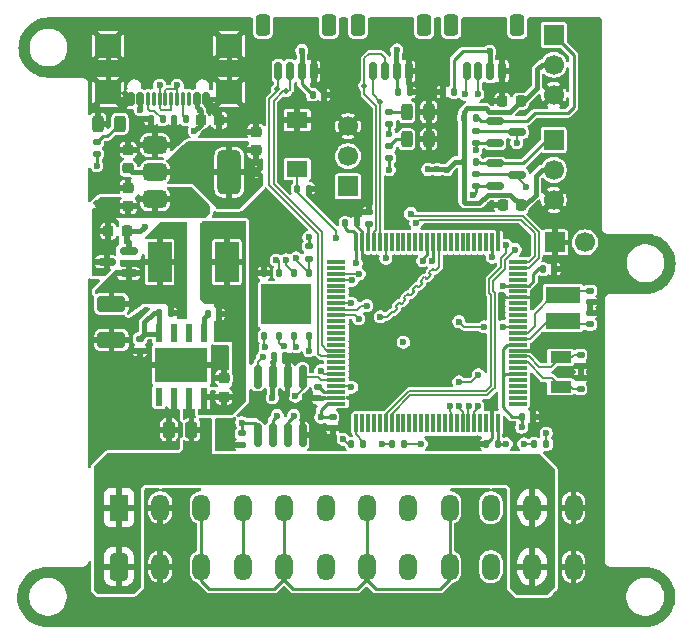
<source format=gbr>
%TF.GenerationSoftware,KiCad,Pcbnew,9.0.1*%
%TF.CreationDate,2025-07-01T00:30:54-05:00*%
%TF.ProjectId,CAN-Sensor-Hub-v1,43414e2d-5365-46e7-936f-722d4875622d,rev?*%
%TF.SameCoordinates,Original*%
%TF.FileFunction,Copper,L1,Top*%
%TF.FilePolarity,Positive*%
%FSLAX46Y46*%
G04 Gerber Fmt 4.6, Leading zero omitted, Abs format (unit mm)*
G04 Created by KiCad (PCBNEW 9.0.1) date 2025-07-01 00:30:54*
%MOMM*%
%LPD*%
G01*
G04 APERTURE LIST*
G04 Aperture macros list*
%AMRoundRect*
0 Rectangle with rounded corners*
0 $1 Rounding radius*
0 $2 $3 $4 $5 $6 $7 $8 $9 X,Y pos of 4 corners*
0 Add a 4 corners polygon primitive as box body*
4,1,4,$2,$3,$4,$5,$6,$7,$8,$9,$2,$3,0*
0 Add four circle primitives for the rounded corners*
1,1,$1+$1,$2,$3*
1,1,$1+$1,$4,$5*
1,1,$1+$1,$6,$7*
1,1,$1+$1,$8,$9*
0 Add four rect primitives between the rounded corners*
20,1,$1+$1,$2,$3,$4,$5,0*
20,1,$1+$1,$4,$5,$6,$7,0*
20,1,$1+$1,$6,$7,$8,$9,0*
20,1,$1+$1,$8,$9,$2,$3,0*%
G04 Aperture macros list end*
%TA.AperFunction,SMDPad,CuDef*%
%ADD10RoundRect,0.150000X0.150000X0.625000X-0.150000X0.625000X-0.150000X-0.625000X0.150000X-0.625000X0*%
%TD*%
%TA.AperFunction,SMDPad,CuDef*%
%ADD11RoundRect,0.250000X0.350000X0.650000X-0.350000X0.650000X-0.350000X-0.650000X0.350000X-0.650000X0*%
%TD*%
%TA.AperFunction,SMDPad,CuDef*%
%ADD12C,0.500400*%
%TD*%
%TA.AperFunction,SMDPad,CuDef*%
%ADD13RoundRect,0.250000X-0.945000X0.420000X-0.945000X-0.420000X0.945000X-0.420000X0.945000X0.420000X0*%
%TD*%
%TA.AperFunction,ComponentPad*%
%ADD14C,1.700000*%
%TD*%
%TA.AperFunction,ComponentPad*%
%ADD15R,1.700000X1.700000*%
%TD*%
%TA.AperFunction,SMDPad,CuDef*%
%ADD16RoundRect,0.135000X0.135000X0.185000X-0.135000X0.185000X-0.135000X-0.185000X0.135000X-0.185000X0*%
%TD*%
%TA.AperFunction,SMDPad,CuDef*%
%ADD17RoundRect,0.140000X-0.140000X-0.170000X0.140000X-0.170000X0.140000X0.170000X-0.140000X0.170000X0*%
%TD*%
%TA.AperFunction,SMDPad,CuDef*%
%ADD18RoundRect,0.140000X0.140000X0.170000X-0.140000X0.170000X-0.140000X-0.170000X0.140000X-0.170000X0*%
%TD*%
%TA.AperFunction,SMDPad,CuDef*%
%ADD19RoundRect,0.140000X0.170000X-0.140000X0.170000X0.140000X-0.170000X0.140000X-0.170000X-0.140000X0*%
%TD*%
%TA.AperFunction,SMDPad,CuDef*%
%ADD20RoundRect,0.140000X-0.170000X0.140000X-0.170000X-0.140000X0.170000X-0.140000X0.170000X0.140000X0*%
%TD*%
%TA.AperFunction,SMDPad,CuDef*%
%ADD21RoundRect,0.135000X0.185000X-0.135000X0.185000X0.135000X-0.185000X0.135000X-0.185000X-0.135000X0*%
%TD*%
%TA.AperFunction,SMDPad,CuDef*%
%ADD22RoundRect,0.250000X0.840000X0.750000X-0.840000X0.750000X-0.840000X-0.750000X0.840000X-0.750000X0*%
%TD*%
%TA.AperFunction,SMDPad,CuDef*%
%ADD23RoundRect,0.150000X0.150000X0.425000X-0.150000X0.425000X-0.150000X-0.425000X0.150000X-0.425000X0*%
%TD*%
%TA.AperFunction,SMDPad,CuDef*%
%ADD24RoundRect,0.075000X0.075000X0.500000X-0.075000X0.500000X-0.075000X-0.500000X0.075000X-0.500000X0*%
%TD*%
%TA.AperFunction,HeatsinkPad*%
%ADD25R,4.300000X3.400000*%
%TD*%
%TA.AperFunction,SMDPad,CuDef*%
%ADD26RoundRect,0.125000X-0.125000X0.250000X-0.125000X-0.250000X0.125000X-0.250000X0.125000X0.250000X0*%
%TD*%
%TA.AperFunction,SMDPad,CuDef*%
%ADD27RoundRect,0.150000X-0.150000X0.825000X-0.150000X-0.825000X0.150000X-0.825000X0.150000X0.825000X0*%
%TD*%
%TA.AperFunction,SMDPad,CuDef*%
%ADD28RoundRect,0.135000X-0.185000X0.135000X-0.185000X-0.135000X0.185000X-0.135000X0.185000X0.135000X0*%
%TD*%
%TA.AperFunction,SMDPad,CuDef*%
%ADD29R,1.800000X1.350000*%
%TD*%
%TA.AperFunction,SMDPad,CuDef*%
%ADD30RoundRect,0.243750X0.243750X0.456250X-0.243750X0.456250X-0.243750X-0.456250X0.243750X-0.456250X0*%
%TD*%
%TA.AperFunction,SMDPad,CuDef*%
%ADD31RoundRect,0.150000X-0.587500X-0.150000X0.587500X-0.150000X0.587500X0.150000X-0.587500X0.150000X0*%
%TD*%
%TA.AperFunction,SMDPad,CuDef*%
%ADD32RoundRect,0.218750X0.256250X-0.218750X0.256250X0.218750X-0.256250X0.218750X-0.256250X-0.218750X0*%
%TD*%
%TA.AperFunction,SMDPad,CuDef*%
%ADD33RoundRect,0.150000X0.587500X0.150000X-0.587500X0.150000X-0.587500X-0.150000X0.587500X-0.150000X0*%
%TD*%
%TA.AperFunction,SMDPad,CuDef*%
%ADD34R,0.600000X1.550000*%
%TD*%
%TA.AperFunction,ComponentPad*%
%ADD35C,0.600000*%
%TD*%
%TA.AperFunction,SMDPad,CuDef*%
%ADD36R,3.100000X2.600000*%
%TD*%
%TA.AperFunction,SMDPad,CuDef*%
%ADD37R,4.500000X2.950000*%
%TD*%
%TA.AperFunction,SMDPad,CuDef*%
%ADD38RoundRect,0.225000X0.250000X-0.225000X0.250000X0.225000X-0.250000X0.225000X-0.250000X-0.225000X0*%
%TD*%
%TA.AperFunction,SMDPad,CuDef*%
%ADD39RoundRect,0.225000X0.225000X0.250000X-0.225000X0.250000X-0.225000X-0.250000X0.225000X-0.250000X0*%
%TD*%
%TA.AperFunction,SMDPad,CuDef*%
%ADD40RoundRect,0.135000X-0.135000X-0.185000X0.135000X-0.185000X0.135000X0.185000X-0.135000X0.185000X0*%
%TD*%
%TA.AperFunction,ComponentPad*%
%ADD41R,1.500000X2.300000*%
%TD*%
%TA.AperFunction,ComponentPad*%
%ADD42RoundRect,0.250001X-0.499999X-0.899999X0.499999X-0.899999X0.499999X0.899999X-0.499999X0.899999X0*%
%TD*%
%TA.AperFunction,ComponentPad*%
%ADD43O,1.500000X2.300000*%
%TD*%
%TA.AperFunction,SMDPad,CuDef*%
%ADD44RoundRect,0.375000X-0.625000X-0.375000X0.625000X-0.375000X0.625000X0.375000X-0.625000X0.375000X0*%
%TD*%
%TA.AperFunction,SMDPad,CuDef*%
%ADD45RoundRect,0.500000X-0.500000X-1.400000X0.500000X-1.400000X0.500000X1.400000X-0.500000X1.400000X0*%
%TD*%
%TA.AperFunction,SMDPad,CuDef*%
%ADD46RoundRect,0.250000X0.250000X0.475000X-0.250000X0.475000X-0.250000X-0.475000X0.250000X-0.475000X0*%
%TD*%
%TA.AperFunction,SMDPad,CuDef*%
%ADD47R,2.950000X1.400000*%
%TD*%
%TA.AperFunction,SMDPad,CuDef*%
%ADD48RoundRect,0.075000X0.725000X0.075000X-0.725000X0.075000X-0.725000X-0.075000X0.725000X-0.075000X0*%
%TD*%
%TA.AperFunction,SMDPad,CuDef*%
%ADD49RoundRect,0.075000X0.075000X0.725000X-0.075000X0.725000X-0.075000X-0.725000X0.075000X-0.725000X0*%
%TD*%
%TA.AperFunction,SMDPad,CuDef*%
%ADD50R,2.000000X3.400000*%
%TD*%
%TA.AperFunction,SMDPad,CuDef*%
%ADD51RoundRect,0.243750X-0.243750X-0.456250X0.243750X-0.456250X0.243750X0.456250X-0.243750X0.456250X0*%
%TD*%
%TA.AperFunction,SMDPad,CuDef*%
%ADD52R,1.800000X1.000000*%
%TD*%
%TA.AperFunction,SMDPad,CuDef*%
%ADD53RoundRect,0.218750X-0.218750X-0.256250X0.218750X-0.256250X0.218750X0.256250X-0.218750X0.256250X0*%
%TD*%
%TA.AperFunction,SMDPad,CuDef*%
%ADD54RoundRect,0.225000X-0.225000X-0.250000X0.225000X-0.250000X0.225000X0.250000X-0.225000X0.250000X0*%
%TD*%
%TA.AperFunction,ViaPad*%
%ADD55C,0.600000*%
%TD*%
%TA.AperFunction,Conductor*%
%ADD56C,0.127000*%
%TD*%
%TA.AperFunction,Conductor*%
%ADD57C,0.254000*%
%TD*%
%TA.AperFunction,Conductor*%
%ADD58C,0.381000*%
%TD*%
%TA.AperFunction,Conductor*%
%ADD59C,0.200000*%
%TD*%
G04 APERTURE END LIST*
D10*
%TO.P,J3,1,Pin_1*%
%TO.N,GNDREF*%
X144600000Y-65750000D03*
%TO.P,J3,2,Pin_2*%
%TO.N,VDD_3V3*%
X143600000Y-65750000D03*
%TO.P,J3,3,Pin_3*%
%TO.N,I2C3_SDA*%
X142600000Y-65750000D03*
%TO.P,J3,4,Pin_4*%
%TO.N,I2C3_SCL*%
X141600000Y-65750000D03*
D11*
%TO.P,J3,MP*%
%TO.N,N/C*%
X145900000Y-61875000D03*
X140300000Y-61875000D03*
%TD*%
D12*
%TO.P,TP18,1,1*%
%TO.N,I2C3_SCL*%
X141490000Y-67280000D03*
%TD*%
%TO.P,TP17,1,1*%
%TO.N,I2C3_SDA*%
X142260000Y-67440000D03*
%TD*%
%TO.P,TP16,1,1*%
%TO.N,I2C2_SCL*%
X150200000Y-68390000D03*
%TD*%
%TO.P,TP15,1,1*%
%TO.N,I2C2_SDA*%
X148880000Y-66960000D03*
%TD*%
%TO.P,TP10,1,1*%
%TO.N,VDD_3V3*%
X139750000Y-74250000D03*
%TD*%
%TO.P,TP9,1,1*%
%TO.N,VDD_5V*%
X126200000Y-76940000D03*
%TD*%
D13*
%TO.P,C7,1*%
%TO.N,Net-(Q3-D)*%
X127480000Y-85450000D03*
%TO.P,C7,2*%
%TO.N,GNDREF*%
X127480000Y-88530000D03*
%TD*%
D14*
%TO.P,J11,3,Pin_3*%
%TO.N,GNDREF*%
X147500000Y-70420000D03*
%TO.P,J11,2,Pin_2*%
%TO.N,USART2_TX*%
X147500000Y-72960000D03*
D15*
%TO.P,J11,1,Pin_1*%
%TO.N,USART2_RX*%
X147500000Y-75500000D03*
%TD*%
D16*
%TO.P,R8,2*%
%TO.N,Net-(U1-VSENSE)*%
X131490000Y-86200000D03*
%TO.P,R8,1*%
%TO.N,Net-(Q3-D)*%
X132510000Y-86200000D03*
%TD*%
D17*
%TO.P,C26,2*%
%TO.N,GNDREF*%
X145480000Y-67750000D03*
%TO.P,C26,1*%
%TO.N,VDD_3V3*%
X144520000Y-67750000D03*
%TD*%
%TO.P,C25,2*%
%TO.N,GNDREF*%
X152730000Y-67500000D03*
%TO.P,C25,1*%
%TO.N,VDD_3V3*%
X151770000Y-67500000D03*
%TD*%
D18*
%TO.P,C22,2*%
%TO.N,GNDREF*%
X155520000Y-67500000D03*
%TO.P,C22,1*%
%TO.N,VDD_3V3*%
X156480000Y-67500000D03*
%TD*%
D10*
%TO.P,J1,1,Pin_1*%
%TO.N,GNDREF*%
X160550000Y-65750000D03*
%TO.P,J1,2,Pin_2*%
%TO.N,VDD_3V3*%
X159550000Y-65750000D03*
%TO.P,J1,3,Pin_3*%
%TO.N,I2C1_SDA*%
X158550000Y-65750000D03*
%TO.P,J1,4,Pin_4*%
%TO.N,I2C1_SCL*%
X157550000Y-65750000D03*
D11*
%TO.P,J1,MP*%
%TO.N,N/C*%
X161850000Y-61875000D03*
X156250000Y-61875000D03*
%TD*%
D10*
%TO.P,J2,1,Pin_1*%
%TO.N,GNDREF*%
X152650000Y-65750000D03*
%TO.P,J2,2,Pin_2*%
%TO.N,VDD_3V3*%
X151650000Y-65750000D03*
%TO.P,J2,3,Pin_3*%
%TO.N,I2C2_SDA*%
X150650000Y-65750000D03*
%TO.P,J2,4,Pin_4*%
%TO.N,I2C2_SCL*%
X149650000Y-65750000D03*
D11*
%TO.P,J2,MP*%
%TO.N,N/C*%
X153950000Y-61875000D03*
X148350000Y-61875000D03*
%TD*%
D19*
%TO.P,C9,1*%
%TO.N,Net-(U7-VCAP_1)*%
X149250000Y-78660000D03*
%TO.P,C9,2*%
%TO.N,GNDREF*%
X149250000Y-77700000D03*
%TD*%
D20*
%TO.P,C8,1*%
%TO.N,Net-(U7-VCAP_2)*%
X145000000Y-92470000D03*
%TO.P,C8,2*%
%TO.N,GNDREF*%
X145000000Y-93430000D03*
%TD*%
D15*
%TO.P,J6,1,Pin_1*%
%TO.N,GNDREF*%
X165025000Y-80250000D03*
D14*
%TO.P,J6,2,Pin_2*%
%TO.N,Net-(J6-Pin_2)*%
X167565000Y-80250000D03*
%TD*%
D21*
%TO.P,R6,1*%
%TO.N,IO_LED3*%
X151000000Y-73110000D03*
%TO.P,R6,2*%
%TO.N,Net-(D1-A)*%
X151000000Y-72090000D03*
%TD*%
%TO.P,R5,1*%
%TO.N,IO_LED2*%
X151000000Y-70210000D03*
%TO.P,R5,2*%
%TO.N,Net-(D3-A)*%
X151000000Y-69190000D03*
%TD*%
%TO.P,R4,1*%
%TO.N,VDD_3V3*%
X126250000Y-72760000D03*
%TO.P,R4,2*%
%TO.N,Net-(D2-A)*%
X126250000Y-71740000D03*
%TD*%
D22*
%TO.P,J4,S1,SHIELD*%
%TO.N,GNDREF*%
X127190000Y-63585000D03*
X127190000Y-67515000D03*
X137410000Y-63585000D03*
X137410000Y-67515000D03*
D23*
%TO.P,J4,B12,GND*%
X135500000Y-68090000D03*
%TO.P,J4,B9,VBUS*%
%TO.N,VBUS_5V*%
X134700000Y-68090000D03*
D24*
%TO.P,J4,B8*%
%TO.N,N/C*%
X134050000Y-68090000D03*
%TO.P,J4,B7,D-*%
%TO.N,OTG_HS_DM*%
X133050000Y-68090000D03*
%TO.P,J4,B6,D+*%
%TO.N,OTG_HS_DP*%
X131550000Y-68090000D03*
%TO.P,J4,B5,CC2*%
%TO.N,Net-(J4-CC2)*%
X130550000Y-68090000D03*
D23*
%TO.P,J4,B4,VBUS*%
%TO.N,VBUS_5V*%
X129900000Y-68090000D03*
%TO.P,J4,B1,GND*%
%TO.N,GNDREF*%
X129100000Y-68090000D03*
%TO.P,J4,A12,GND*%
X129100000Y-68090000D03*
%TO.P,J4,A9,VBUS*%
%TO.N,VBUS_5V*%
X129900000Y-68090000D03*
D24*
%TO.P,J4,A8*%
%TO.N,N/C*%
X131050000Y-68090000D03*
%TO.P,J4,A7,D-*%
%TO.N,OTG_HS_DM*%
X132050000Y-68090000D03*
%TO.P,J4,A6,D+*%
%TO.N,OTG_HS_DP*%
X132550000Y-68090000D03*
%TO.P,J4,A5,CC1*%
%TO.N,Net-(J4-CC1)*%
X133550000Y-68090000D03*
D23*
%TO.P,J4,A4,VBUS*%
%TO.N,VBUS_5V*%
X134700000Y-68090000D03*
%TO.P,J4,A1,GND*%
%TO.N,GNDREF*%
X135500000Y-68090000D03*
%TD*%
D25*
%TO.P,U3,9,EP*%
%TO.N,unconnected-(U3-EP-Pad9)*%
X142295000Y-85500000D03*
D26*
%TO.P,U3,8,VCC*%
%TO.N,VDD_3V3*%
X144200000Y-88200000D03*
%TO.P,U3,7,~{HOLD}/~{RESET}/IO_{3}*%
%TO.N,QSPI_IO3*%
X142930000Y-88200000D03*
%TO.P,U3,6,CLK*%
%TO.N,QSPI_CLK*%
X141660000Y-88200000D03*
%TO.P,U3,5,DI/IO_{0}*%
%TO.N,QSPI_IO0*%
X140390000Y-88200000D03*
%TO.P,U3,4,GND*%
%TO.N,GNDREF*%
X140390000Y-82800000D03*
%TO.P,U3,3,~{WP}/IO_{2}*%
%TO.N,QSPI_IO2*%
X141660000Y-82800000D03*
%TO.P,U3,2,DO/IO_{1}*%
%TO.N,QSPI_IO1*%
X142930000Y-82800000D03*
%TO.P,U3,1,~{CS}*%
%TO.N,QSPI_NCS*%
X144200000Y-82800000D03*
%TD*%
D17*
%TO.P,C10,2*%
%TO.N,GNDREF*%
X148230000Y-78600000D03*
%TO.P,C10,1*%
%TO.N,VDD_3V3*%
X147270000Y-78600000D03*
%TD*%
D20*
%TO.P,C2,1*%
%TO.N,GNDREF*%
X168000000Y-86220000D03*
%TO.P,C2,2*%
%TO.N,Net-(U7-PH0)*%
X168000000Y-87180000D03*
%TD*%
D18*
%TO.P,C11,1*%
%TO.N,VDD_3V3*%
X160180000Y-97300000D03*
%TO.P,C11,2*%
%TO.N,GNDREF*%
X159220000Y-97300000D03*
%TD*%
D17*
%TO.P,C5,1*%
%TO.N,NRST*%
X143220000Y-75700000D03*
%TO.P,C5,2*%
%TO.N,GNDREF*%
X144180000Y-75700000D03*
%TD*%
D21*
%TO.P,R12,1*%
%TO.N,VDD_3V3*%
X158300000Y-71810000D03*
%TO.P,R12,2*%
%TO.N,DIO_0_3V3*%
X158300000Y-70790000D03*
%TD*%
D17*
%TO.P,C19,1*%
%TO.N,VDD_3V3*%
X162220000Y-95000000D03*
%TO.P,C19,2*%
%TO.N,GNDREF*%
X163180000Y-95000000D03*
%TD*%
D27*
%TO.P,U2,1,TXD*%
%TO.N,CAN_TX*%
X143655000Y-91625000D03*
%TO.P,U2,2,GND*%
%TO.N,GNDREF*%
X142385000Y-91625000D03*
%TO.P,U2,3,VCC*%
%TO.N,VDD_5V*%
X141115000Y-91625000D03*
%TO.P,U2,4,RXD*%
%TO.N,CAN_RX*%
X139845000Y-91625000D03*
%TO.P,U2,5,VIO*%
%TO.N,VDD_3V3*%
X139845000Y-96575000D03*
%TO.P,U2,6,CANL*%
%TO.N,CAN_L*%
X141115000Y-96575000D03*
%TO.P,U2,7,CANH*%
%TO.N,CAN_H*%
X142385000Y-96575000D03*
%TO.P,U2,8,STB*%
%TO.N,GNDREF*%
X143655000Y-96575000D03*
%TD*%
D28*
%TO.P,R16,1*%
%TO.N,VDD_3V3*%
X144200000Y-80590000D03*
%TO.P,R16,2*%
%TO.N,QSPI_NCS*%
X144200000Y-81610000D03*
%TD*%
D16*
%TO.P,R10,1*%
%TO.N,Net-(J4-CC2)*%
X131810000Y-69800000D03*
%TO.P,R10,2*%
%TO.N,GNDREF*%
X130790000Y-69800000D03*
%TD*%
D29*
%TO.P,SW1,1,1*%
%TO.N,GNDREF*%
X143200000Y-69900000D03*
%TO.P,SW1,2,2*%
%TO.N,NRST*%
X143200000Y-74050000D03*
%TD*%
D17*
%TO.P,C6,1*%
%TO.N,Net-(U1-BOOT)*%
X135620000Y-86300000D03*
%TO.P,C6,2*%
%TO.N,Net-(D6-K)*%
X136580000Y-86300000D03*
%TD*%
D30*
%TO.P,D1,1,K*%
%TO.N,GNDREF*%
X154337500Y-71500000D03*
%TO.P,D1,2,A*%
%TO.N,Net-(D1-A)*%
X152462500Y-71500000D03*
%TD*%
D31*
%TO.P,Q1,1,D*%
%TO.N,DIO_0_5V*%
X159925000Y-69950000D03*
%TO.P,Q1,2,G*%
%TO.N,VDD_3V3*%
X159925000Y-71850000D03*
%TO.P,Q1,3,S*%
%TO.N,DIO_0_3V3*%
X161800000Y-70900000D03*
%TD*%
D32*
%TO.P,D6,1,K*%
%TO.N,Net-(D6-K)*%
X137000000Y-93300000D03*
%TO.P,D6,2,A*%
%TO.N,GNDREF*%
X137000000Y-91725000D03*
%TD*%
D20*
%TO.P,C3,1*%
%TO.N,Net-(U7-PC15)*%
X167200000Y-89740000D03*
%TO.P,C3,2*%
%TO.N,GNDREF*%
X167200000Y-90700000D03*
%TD*%
D33*
%TO.P,Q3,1,D*%
%TO.N,Net-(Q3-D)*%
X128937500Y-82850000D03*
%TO.P,Q3,2,G*%
%TO.N,VBUS_5V*%
X128937500Y-80950000D03*
%TO.P,Q3,3,S*%
%TO.N,VDD_5V*%
X127062500Y-81900000D03*
%TD*%
D28*
%TO.P,R11,1*%
%TO.N,Net-(U1-VSENSE)*%
X129900000Y-88390000D03*
%TO.P,R11,2*%
%TO.N,GNDREF*%
X129900000Y-89410000D03*
%TD*%
D34*
%TO.P,U1,1,BOOT*%
%TO.N,Net-(U1-BOOT)*%
X135305000Y-87900000D03*
%TO.P,U1,2,NC*%
%TO.N,unconnected-(U1-NC-Pad2)*%
X134035000Y-87900000D03*
%TO.P,U1,3,NC*%
%TO.N,unconnected-(U1-NC-Pad3)*%
X132765000Y-87900000D03*
%TO.P,U1,4,VSENSE*%
%TO.N,Net-(U1-VSENSE)*%
X131495000Y-87900000D03*
%TO.P,U1,5,EN*%
%TO.N,unconnected-(U1-EN-Pad5)*%
X131495000Y-93300000D03*
%TO.P,U1,6,GND*%
%TO.N,GNDREF*%
X132765000Y-93300000D03*
%TO.P,U1,7,VIN*%
%TO.N,VBAT_12V*%
X134035000Y-93300000D03*
%TO.P,U1,8,PH*%
%TO.N,Net-(D6-K)*%
X135305000Y-93300000D03*
D35*
%TO.P,U1,9,GNDPAD*%
%TO.N,GNDREF*%
X135200000Y-90000000D03*
X134000000Y-90000000D03*
X132700000Y-90000000D03*
X131600000Y-90000000D03*
D36*
X133400000Y-90600000D03*
D37*
X133400000Y-90600000D03*
D35*
X135200000Y-91200000D03*
X134000000Y-91200000D03*
X132700000Y-91200000D03*
X131600000Y-91200000D03*
%TD*%
D19*
%TO.P,C4,1*%
%TO.N,Net-(U7-PC14)*%
X167200000Y-92660000D03*
%TO.P,C4,2*%
%TO.N,GNDREF*%
X167200000Y-91700000D03*
%TD*%
%TO.P,C1,1*%
%TO.N,GNDREF*%
X168000000Y-85280000D03*
%TO.P,C1,2*%
%TO.N,Net-(U7-PH1)*%
X168000000Y-84320000D03*
%TD*%
D38*
%TO.P,C15,1*%
%TO.N,VDD_3V3*%
X139700000Y-72450000D03*
%TO.P,C15,2*%
%TO.N,GNDREF*%
X139700000Y-70900000D03*
%TD*%
D21*
%TO.P,R14,1*%
%TO.N,VDD_3V3*%
X158300000Y-75510000D03*
%TO.P,R14,2*%
%TO.N,DIO_1_3V3*%
X158300000Y-74490000D03*
%TD*%
D38*
%TO.P,C17,1*%
%TO.N,VDD_3V3*%
X128900000Y-73975000D03*
%TO.P,C17,2*%
%TO.N,GNDREF*%
X128900000Y-72425000D03*
%TD*%
D20*
%TO.P,C14,1*%
%TO.N,VDD_3V3*%
X146200000Y-95020000D03*
%TO.P,C14,2*%
%TO.N,GNDREF*%
X146200000Y-95980000D03*
%TD*%
D39*
%TO.P,C23,1*%
%TO.N,VDD_5V*%
X162112500Y-68300000D03*
%TO.P,C23,2*%
%TO.N,GNDREF*%
X160562500Y-68300000D03*
%TD*%
D38*
%TO.P,C18,1*%
%TO.N,VDD_5V*%
X128900000Y-77175000D03*
%TO.P,C18,2*%
%TO.N,GNDREF*%
X128900000Y-75625000D03*
%TD*%
D17*
%TO.P,C21,1*%
%TO.N,VDD_5V*%
X141240000Y-89850000D03*
%TO.P,C21,2*%
%TO.N,GNDREF*%
X142200000Y-89850000D03*
%TD*%
D40*
%TO.P,R1,1*%
%TO.N,Net-(J5-~{RESET})*%
X163290000Y-97300000D03*
%TO.P,R1,2*%
%TO.N,NRST*%
X164310000Y-97300000D03*
%TD*%
D41*
%TO.P,J12,1,Pin_1*%
%TO.N,VBAT_12V*%
X128100000Y-102700000D03*
D42*
X128100000Y-107700000D03*
D43*
%TO.P,J12,2,Pin_2*%
%TO.N,GNDREF*%
X131600000Y-102700000D03*
X131600000Y-107700000D03*
%TO.P,J12,3,Pin_3*%
%TO.N,CAN_H*%
X135100000Y-102700000D03*
X135100000Y-107700000D03*
%TO.P,J12,4,Pin_4*%
%TO.N,CAN_L*%
X138600000Y-102700000D03*
X138600000Y-107700000D03*
%TO.P,J12,5,Pin_5*%
%TO.N,CAN_H*%
X142100000Y-102700000D03*
X142100000Y-107700000D03*
%TO.P,J12,6,Pin_6*%
%TO.N,CAN_L*%
X145600000Y-102700000D03*
X145600000Y-107700000D03*
%TO.P,J12,7,Pin_7*%
%TO.N,CAN_H*%
X149100000Y-102700000D03*
X149100000Y-107700000D03*
%TO.P,J12,8,Pin_8*%
%TO.N,CAN_L*%
X152600000Y-102700000D03*
X152600000Y-107700000D03*
%TO.P,J12,9,Pin_9*%
%TO.N,CAN_H*%
X156100000Y-102700000D03*
X156100000Y-107700000D03*
%TO.P,J12,10,Pin_10*%
%TO.N,CAN_L*%
X159600000Y-102700000D03*
X159600000Y-107700000D03*
%TO.P,J12,11,Pin_11*%
%TO.N,VBAT_12V*%
X163100000Y-102700000D03*
X163100000Y-107700000D03*
%TO.P,J12,12,Pin_12*%
%TO.N,GNDREF*%
X166600000Y-102700000D03*
X166600000Y-107700000D03*
%TD*%
D40*
%TO.P,R15,1*%
%TO.N,VDD_5V*%
X157290000Y-73400000D03*
%TO.P,R15,2*%
%TO.N,DIO_1_5V*%
X158310000Y-73400000D03*
%TD*%
D31*
%TO.P,Q2,1,D*%
%TO.N,DIO_1_5V*%
X159925000Y-73550000D03*
%TO.P,Q2,2,G*%
%TO.N,VDD_3V3*%
X159925000Y-75450000D03*
%TO.P,Q2,3,S*%
%TO.N,DIO_1_3V3*%
X161800000Y-74500000D03*
%TD*%
D15*
%TO.P,J10,1,Pin_1*%
%TO.N,DIO_0_5V*%
X164915000Y-62660000D03*
D14*
%TO.P,J10,2,Pin_2*%
%TO.N,VDD_5V*%
X164915000Y-65200000D03*
%TO.P,J10,3,Pin_3*%
%TO.N,GNDREF*%
X164915000Y-67740000D03*
%TD*%
D40*
%TO.P,R13,1*%
%TO.N,VDD_5V*%
X157290000Y-69700000D03*
%TO.P,R13,2*%
%TO.N,DIO_0_5V*%
X158310000Y-69700000D03*
%TD*%
D44*
%TO.P,U4,1,GND*%
%TO.N,GNDREF*%
X131150000Y-72000000D03*
%TO.P,U4,2,VO*%
%TO.N,VDD_3V3*%
X131150000Y-74300000D03*
D45*
X137450000Y-74300000D03*
D44*
%TO.P,U4,3,VI*%
%TO.N,VDD_5V*%
X131150000Y-76600000D03*
%TD*%
D17*
%TO.P,C13,1*%
%TO.N,VDD_3V3*%
X164020000Y-82500000D03*
%TO.P,C13,2*%
%TO.N,GNDREF*%
X164980000Y-82500000D03*
%TD*%
D46*
%TO.P,C16,1*%
%TO.N,VBAT_12V*%
X134250000Y-96100000D03*
%TO.P,C16,2*%
%TO.N,GNDREF*%
X132350000Y-96100000D03*
%TD*%
D40*
%TO.P,R2,1*%
%TO.N,Net-(J5-SWCLK{slash}TCK)*%
X147790000Y-97300000D03*
%TO.P,R2,2*%
%TO.N,SWCLK*%
X148810000Y-97300000D03*
%TD*%
D30*
%TO.P,D3,2,A*%
%TO.N,Net-(D3-A)*%
X152462500Y-69200000D03*
%TO.P,D3,1,K*%
%TO.N,GNDREF*%
X154337500Y-69200000D03*
%TD*%
D15*
%TO.P,J9,1,Pin_1*%
%TO.N,DIO_1_5V*%
X164915000Y-71560000D03*
D14*
%TO.P,J9,2,Pin_2*%
%TO.N,VDD_5V*%
X164915000Y-74100000D03*
%TO.P,J9,3,Pin_3*%
%TO.N,GNDREF*%
X164915000Y-76640000D03*
%TD*%
D47*
%TO.P,X1,1,1*%
%TO.N,Net-(U7-PH0)*%
X165700000Y-86900000D03*
%TO.P,X1,2,2*%
%TO.N,Net-(U7-PH1)*%
X165700000Y-84700000D03*
%TD*%
D16*
%TO.P,R9,1*%
%TO.N,Net-(J4-CC1)*%
X133810000Y-69800000D03*
%TO.P,R9,2*%
%TO.N,GNDREF*%
X132790000Y-69800000D03*
%TD*%
D48*
%TO.P,U7,1,PE2*%
%TO.N,unconnected-(U7-PE2-Pad1)*%
X161875000Y-93900000D03*
%TO.P,U7,2,PE3*%
%TO.N,unconnected-(U7-PE3-Pad2)*%
X161875000Y-93400000D03*
%TO.P,U7,3,PE4*%
%TO.N,unconnected-(U7-PE4-Pad3)*%
X161875000Y-92900000D03*
%TO.P,U7,4,PE5*%
%TO.N,unconnected-(U7-PE5-Pad4)*%
X161875000Y-92400000D03*
%TO.P,U7,5,PE6*%
%TO.N,unconnected-(U7-PE6-Pad5)*%
X161875000Y-91900000D03*
%TO.P,U7,6,VBAT*%
%TO.N,VDD_3V3*%
X161875000Y-91400000D03*
%TO.P,U7,7,PC13*%
%TO.N,unconnected-(U7-PC13-Pad7)*%
X161875000Y-90900000D03*
%TO.P,U7,8,PC14*%
%TO.N,Net-(U7-PC14)*%
X161875000Y-90400000D03*
%TO.P,U7,9,PC15*%
%TO.N,Net-(U7-PC15)*%
X161875000Y-89900000D03*
%TO.P,U7,10,VSS*%
%TO.N,GNDREF*%
X161875000Y-89400000D03*
%TO.P,U7,11,VDD*%
%TO.N,VDD_3V3*%
X161875000Y-88900000D03*
%TO.P,U7,12,PH0*%
%TO.N,Net-(U7-PH0)*%
X161875000Y-88400000D03*
%TO.P,U7,13,PH1*%
%TO.N,Net-(U7-PH1)*%
X161875000Y-87900000D03*
%TO.P,U7,14,NRST*%
%TO.N,NRST*%
X161875000Y-87400000D03*
%TO.P,U7,15,PC0*%
%TO.N,unconnected-(U7-PC0-Pad15)*%
X161875000Y-86900000D03*
%TO.P,U7,16,PC1*%
%TO.N,unconnected-(U7-PC1-Pad16)*%
X161875000Y-86400000D03*
%TO.P,U7,17,PC2*%
%TO.N,unconnected-(U7-PC2-Pad17)*%
X161875000Y-85900000D03*
%TO.P,U7,18,PC3*%
%TO.N,unconnected-(U7-PC3-Pad18)*%
X161875000Y-85400000D03*
%TO.P,U7,19,VSSA*%
%TO.N,GNDREF*%
X161875000Y-84900000D03*
%TO.P,U7,20,VREF+*%
%TO.N,unconnected-(U7-VREF+-Pad20)*%
X161875000Y-84400000D03*
%TO.P,U7,21,VDDA*%
%TO.N,VDD_3V3*%
X161875000Y-83900000D03*
%TO.P,U7,22,PA0*%
%TO.N,unconnected-(U7-PA0-Pad22)*%
X161875000Y-83400000D03*
%TO.P,U7,23,PA1*%
%TO.N,unconnected-(U7-PA1-Pad23)*%
X161875000Y-82900000D03*
%TO.P,U7,24,PA2*%
%TO.N,USART2_TX*%
X161875000Y-82400000D03*
%TO.P,U7,25,PA3*%
%TO.N,USART2_RX*%
X161875000Y-81900000D03*
D49*
%TO.P,U7,26,VSS*%
%TO.N,GNDREF*%
X160200000Y-80225000D03*
%TO.P,U7,27,VDD*%
%TO.N,VDD_3V3*%
X159700000Y-80225000D03*
%TO.P,U7,28,PA4*%
%TO.N,unconnected-(U7-PA4-Pad28)*%
X159200000Y-80225000D03*
%TO.P,U7,29,PA5*%
%TO.N,unconnected-(U7-PA5-Pad29)*%
X158700000Y-80225000D03*
%TO.P,U7,30,PA6*%
%TO.N,unconnected-(U7-PA6-Pad30)*%
X158200000Y-80225000D03*
%TO.P,U7,31,PA7*%
%TO.N,unconnected-(U7-PA7-Pad31)*%
X157700000Y-80225000D03*
%TO.P,U7,32,PC4*%
%TO.N,unconnected-(U7-PC4-Pad32)*%
X157200000Y-80225000D03*
%TO.P,U7,33,PC5*%
%TO.N,unconnected-(U7-PC5-Pad33)*%
X156700000Y-80225000D03*
%TO.P,U7,34,PB0*%
%TO.N,unconnected-(U7-PB0-Pad34)*%
X156200000Y-80225000D03*
%TO.P,U7,35,PB1*%
%TO.N,unconnected-(U7-PB1-Pad35)*%
X155700000Y-80225000D03*
%TO.P,U7,36,PB2*%
%TO.N,QSPI_CLK*%
X155200000Y-80225000D03*
%TO.P,U7,37,PE7*%
%TO.N,IO_LED3*%
X154700000Y-80225000D03*
%TO.P,U7,38,PE8*%
%TO.N,IO_LED2*%
X154200000Y-80225000D03*
%TO.P,U7,39,PE9*%
%TO.N,IO_LED1*%
X153700000Y-80225000D03*
%TO.P,U7,40,PE10*%
%TO.N,unconnected-(U7-PE10-Pad40)*%
X153200000Y-80225000D03*
%TO.P,U7,41,PE11*%
%TO.N,unconnected-(U7-PE11-Pad41)*%
X152700000Y-80225000D03*
%TO.P,U7,42,PE12*%
%TO.N,unconnected-(U7-PE12-Pad42)*%
X152200000Y-80225000D03*
%TO.P,U7,43,PE13*%
%TO.N,unconnected-(U7-PE13-Pad43)*%
X151700000Y-80225000D03*
%TO.P,U7,44,PE14*%
%TO.N,unconnected-(U7-PE14-Pad44)*%
X151200000Y-80225000D03*
%TO.P,U7,45,PE15*%
%TO.N,QSPI_IO2*%
X150700000Y-80225000D03*
%TO.P,U7,46,PB10*%
%TO.N,I2C2_SCL*%
X150200000Y-80225000D03*
%TO.P,U7,47,PB11*%
%TO.N,I2C2_SDA*%
X149700000Y-80225000D03*
%TO.P,U7,48,VCAP_1*%
%TO.N,Net-(U7-VCAP_1)*%
X149200000Y-80225000D03*
%TO.P,U7,49,VSS*%
%TO.N,GNDREF*%
X148700000Y-80225000D03*
%TO.P,U7,50,VDD*%
%TO.N,VDD_3V3*%
X148200000Y-80225000D03*
D48*
%TO.P,U7,51,PB12*%
%TO.N,unconnected-(U7-PB12-Pad51)*%
X146525000Y-81900000D03*
%TO.P,U7,52,PB13*%
%TO.N,unconnected-(U7-PB13-Pad52)*%
X146525000Y-82400000D03*
%TO.P,U7,53,PB14*%
%TO.N,OTG_HS_DM*%
X146525000Y-82900000D03*
%TO.P,U7,54,PB15*%
%TO.N,OTG_HS_DP*%
X146525000Y-83400000D03*
%TO.P,U7,55,PD8*%
%TO.N,unconnected-(U7-PD8-Pad55)*%
X146525000Y-83900000D03*
%TO.P,U7,56,PD9*%
%TO.N,unconnected-(U7-PD9-Pad56)*%
X146525000Y-84400000D03*
%TO.P,U7,57,PD10*%
%TO.N,unconnected-(U7-PD10-Pad57)*%
X146525000Y-84900000D03*
%TO.P,U7,58,PD11*%
%TO.N,QSPI_IO0*%
X146525000Y-85400000D03*
%TO.P,U7,59,PD12*%
%TO.N,QSPI_IO1*%
X146525000Y-85900000D03*
%TO.P,U7,60,PD13*%
%TO.N,QSPI_IO3*%
X146525000Y-86400000D03*
%TO.P,U7,61,PD14*%
%TO.N,unconnected-(U7-PD14-Pad61)*%
X146525000Y-86900000D03*
%TO.P,U7,62,PD15*%
%TO.N,unconnected-(U7-PD15-Pad62)*%
X146525000Y-87400000D03*
%TO.P,U7,63,PC6*%
%TO.N,unconnected-(U7-PC6-Pad63)*%
X146525000Y-87900000D03*
%TO.P,U7,64,PC7*%
%TO.N,unconnected-(U7-PC7-Pad64)*%
X146525000Y-88400000D03*
%TO.P,U7,65,PC8*%
%TO.N,unconnected-(U7-PC8-Pad65)*%
X146525000Y-88900000D03*
%TO.P,U7,66,PC9*%
%TO.N,I2C3_SDA*%
X146525000Y-89400000D03*
%TO.P,U7,67,PA8*%
%TO.N,I2C3_SCL*%
X146525000Y-89900000D03*
%TO.P,U7,68,PA9*%
%TO.N,unconnected-(U7-PA9-Pad68)*%
X146525000Y-90400000D03*
%TO.P,U7,69,PA10*%
%TO.N,unconnected-(U7-PA10-Pad69)*%
X146525000Y-90900000D03*
%TO.P,U7,70,PA11*%
%TO.N,CAN_RX*%
X146525000Y-91400000D03*
%TO.P,U7,71,PA12*%
%TO.N,CAN_TX*%
X146525000Y-91900000D03*
%TO.P,U7,72,PA13*%
%TO.N,SWDIO{slash}TMS*%
X146525000Y-92400000D03*
%TO.P,U7,73,VCAP_2*%
%TO.N,Net-(U7-VCAP_2)*%
X146525000Y-92900000D03*
%TO.P,U7,74,VSS*%
%TO.N,GNDREF*%
X146525000Y-93400000D03*
%TO.P,U7,75,VDD*%
%TO.N,VDD_3V3*%
X146525000Y-93900000D03*
D49*
%TO.P,U7,76,PA14*%
%TO.N,SWCLK*%
X148200000Y-95575000D03*
%TO.P,U7,77,PA15*%
%TO.N,unconnected-(U7-PA15-Pad77)*%
X148700000Y-95575000D03*
%TO.P,U7,78,PC10*%
%TO.N,unconnected-(U7-PC10-Pad78)*%
X149200000Y-95575000D03*
%TO.P,U7,79,PC11*%
%TO.N,unconnected-(U7-PC11-Pad79)*%
X149700000Y-95575000D03*
%TO.P,U7,80,PC12*%
%TO.N,unconnected-(U7-PC12-Pad80)*%
X150200000Y-95575000D03*
%TO.P,U7,81,PD0*%
%TO.N,DIO_0_3V3*%
X150700000Y-95575000D03*
%TO.P,U7,82,PD1*%
%TO.N,DIO_1_3V3*%
X151200000Y-95575000D03*
%TO.P,U7,83,PD2*%
%TO.N,unconnected-(U7-PD2-Pad83)*%
X151700000Y-95575000D03*
%TO.P,U7,84,PD3*%
%TO.N,unconnected-(U7-PD3-Pad84)*%
X152200000Y-95575000D03*
%TO.P,U7,85,PD4*%
%TO.N,unconnected-(U7-PD4-Pad85)*%
X152700000Y-95575000D03*
%TO.P,U7,86,PD5*%
%TO.N,unconnected-(U7-PD5-Pad86)*%
X153200000Y-95575000D03*
%TO.P,U7,87,PD6*%
%TO.N,unconnected-(U7-PD6-Pad87)*%
X153700000Y-95575000D03*
%TO.P,U7,88,PD7*%
%TO.N,unconnected-(U7-PD7-Pad88)*%
X154200000Y-95575000D03*
%TO.P,U7,89,PB3*%
%TO.N,unconnected-(U7-PB3-Pad89)*%
X154700000Y-95575000D03*
%TO.P,U7,90,PB4*%
%TO.N,unconnected-(U7-PB4-Pad90)*%
X155200000Y-95575000D03*
%TO.P,U7,91,PB5*%
%TO.N,unconnected-(U7-PB5-Pad91)*%
X155700000Y-95575000D03*
%TO.P,U7,92,PB6*%
%TO.N,QSPI_NCS*%
X156200000Y-95575000D03*
%TO.P,U7,93,PB7*%
%TO.N,unconnected-(U7-PB7-Pad93)*%
X156700000Y-95575000D03*
%TO.P,U7,94,BOOT0*%
%TO.N,Net-(J6-Pin_2)*%
X157200000Y-95575000D03*
%TO.P,U7,95,PB8*%
%TO.N,I2C1_SCL*%
X157700000Y-95575000D03*
%TO.P,U7,96,PB9*%
%TO.N,I2C1_SDA*%
X158200000Y-95575000D03*
%TO.P,U7,97,PE0*%
%TO.N,unconnected-(U7-PE0-Pad97)*%
X158700000Y-95575000D03*
%TO.P,U7,98,PE1*%
%TO.N,unconnected-(U7-PE1-Pad98)*%
X159200000Y-95575000D03*
%TO.P,U7,99,VSS*%
%TO.N,GNDREF*%
X159700000Y-95575000D03*
%TO.P,U7,100,VDD*%
%TO.N,VDD_3V3*%
X160200000Y-95575000D03*
%TD*%
D16*
%TO.P,R3,1*%
%TO.N,Net-(J5-SWDIO{slash}TMS)*%
X152210000Y-97300000D03*
%TO.P,R3,2*%
%TO.N,SWDIO{slash}TMS*%
X151190000Y-97300000D03*
%TD*%
D50*
%TO.P,L1,1,1*%
%TO.N,Net-(D6-K)*%
X137250000Y-81900000D03*
%TO.P,L1,2,2*%
%TO.N,Net-(Q3-D)*%
X131550000Y-81900000D03*
%TD*%
D51*
%TO.P,D2,1,K*%
%TO.N,GNDREF*%
X126312500Y-70200000D03*
%TO.P,D2,2,A*%
%TO.N,Net-(D2-A)*%
X128187500Y-70200000D03*
%TD*%
D52*
%TO.P,X2,1,1*%
%TO.N,Net-(U7-PC15)*%
X165500000Y-89950000D03*
%TO.P,X2,2,2*%
%TO.N,Net-(U7-PC14)*%
X165500000Y-92450000D03*
%TD*%
D53*
%TO.P,D5,1,K*%
%TO.N,VDD_5V*%
X127212500Y-79300000D03*
%TO.P,D5,2,A*%
%TO.N,VBUS_5V*%
X128787500Y-79300000D03*
%TD*%
D54*
%TO.P,C20,1*%
%TO.N,VBUS_5V*%
X135025000Y-69900000D03*
%TO.P,C20,2*%
%TO.N,GNDREF*%
X136575000Y-69900000D03*
%TD*%
D20*
%TO.P,C12,1*%
%TO.N,VDD_3V3*%
X138500000Y-96420000D03*
%TO.P,C12,2*%
%TO.N,GNDREF*%
X138500000Y-97380000D03*
%TD*%
D39*
%TO.P,C24,1*%
%TO.N,VDD_5V*%
X162137500Y-77100000D03*
%TO.P,C24,2*%
%TO.N,GNDREF*%
X160587500Y-77100000D03*
%TD*%
D55*
%TO.N,CAN_TX*%
X143055000Y-93255000D03*
%TO.N,NRST*%
X146500000Y-79850000D03*
%TO.N,GNDREF*%
X149300000Y-76450000D03*
X155500000Y-66500000D03*
%TO.N,VDD_3V3*%
X126250000Y-73750000D03*
X158300000Y-72450000D03*
X158100000Y-76200000D03*
%TO.N,GNDREF*%
X163350000Y-84750000D03*
X143950000Y-93400000D03*
X137350000Y-97350000D03*
X142110000Y-93420000D03*
%TO.N,VDD_3V3*%
X145200000Y-95050000D03*
%TO.N,CAN_RX*%
X145200000Y-91100000D03*
%TO.N,GNDREF*%
X166000000Y-82500000D03*
X155300000Y-92050000D03*
X139700000Y-69950000D03*
X155900000Y-69200000D03*
X155850000Y-71500000D03*
%TO.N,Net-(J6-Pin_2)*%
X156906493Y-94098268D03*
X156900000Y-92050000D03*
X158550000Y-91450000D03*
%TO.N,GNDREF*%
X145150000Y-75700000D03*
X143400000Y-68500000D03*
%TO.N,NRST*%
X159036500Y-87400000D03*
X156900000Y-86950000D03*
%TO.N,USART2_TX*%
X152800000Y-77800000D03*
%TO.N,USART2_RX*%
X153250000Y-78600000D03*
%TO.N,CAN_L*%
X141500000Y-94900000D03*
%TO.N,CAN_H*%
X142900000Y-94900000D03*
%TO.N,IO_LED3*%
X154636500Y-81800000D03*
%TO.N,IO_LED2*%
X153836497Y-81800000D03*
%TO.N,IO_LED3*%
X151000000Y-74100000D03*
%TO.N,IO_LED2*%
X151000000Y-71100000D03*
%TO.N,Net-(J5-SWDIO{slash}TMS)*%
X153700000Y-97300000D03*
%TO.N,NRST*%
X160600000Y-87400000D03*
X164300000Y-96400000D03*
%TO.N,Net-(J5-~{RESET})*%
X162400000Y-97300000D03*
%TO.N,Net-(J5-SWCLK{slash}TCK)*%
X147100000Y-96900000D03*
%TO.N,SWDIO{slash}TMS*%
X147800000Y-92500000D03*
X150400000Y-97300000D03*
%TO.N,VDD_3V3*%
X152200000Y-88700000D03*
%TO.N,DIO_0_3V3*%
X160900000Y-80500000D03*
%TO.N,DIO_1_3V3*%
X161646398Y-80846398D03*
%TO.N,GNDREF*%
X159500000Y-77100000D03*
X138200000Y-69900000D03*
%TO.N,VDD_3V3*%
X134600000Y-72200000D03*
X134600000Y-73000000D03*
X133800000Y-73000000D03*
X133000000Y-73800000D03*
X133800000Y-73800000D03*
X134600000Y-73800000D03*
X135400000Y-73800000D03*
X135400000Y-74600000D03*
X134600000Y-74600000D03*
X133800000Y-74600000D03*
X133000000Y-74600000D03*
%TO.N,GNDREF*%
X159700000Y-94200000D03*
%TO.N,QSPI_NCS*%
X156106493Y-94100347D03*
%TO.N,QSPI_CLK*%
X150250000Y-86550000D03*
%TO.N,QSPI_NCS*%
X143087398Y-81553988D03*
%TO.N,QSPI_CLK*%
X142097889Y-89040000D03*
%TO.N,QSPI_IO0*%
X147800000Y-85400000D03*
%TO.N,QSPI_IO1*%
X149100000Y-85600000D03*
%TO.N,QSPI_IO2*%
X150700000Y-81600000D03*
%TO.N,QSPI_IO3*%
X148400000Y-86700000D03*
%TO.N,QSPI_IO0*%
X140500000Y-89100000D03*
%TO.N,CAN_RX*%
X140295000Y-89905000D03*
%TO.N,QSPI_IO1*%
X142260000Y-81730000D03*
%TO.N,QSPI_IO2*%
X141444955Y-81745000D03*
%TO.N,GNDREF*%
X140200000Y-81720000D03*
%TO.N,OTG_HS_DP*%
X131550000Y-66930000D03*
%TO.N,OTG_HS_DM*%
X133050000Y-66950000D03*
%TO.N,I2C1_SDA*%
X158500000Y-67700000D03*
%TO.N,I2C1_SCL*%
X157400000Y-67700000D03*
%TO.N,I2C1_SDA*%
X158506443Y-94111014D03*
%TO.N,I2C1_SCL*%
X157706477Y-94103387D03*
%TO.N,DIO_1_3V3*%
X162600000Y-75550000D03*
%TO.N,DIO_0_3V3*%
X161800000Y-71800000D03*
%TO.N,VBUS_5V*%
X130300000Y-78900000D03*
X134500000Y-70800000D03*
X134950000Y-69050000D03*
X129900000Y-69000000D03*
%TO.N,VDD_5V*%
X154263455Y-74066545D03*
X155080000Y-74070000D03*
X155890000Y-74100000D03*
X141100000Y-93400000D03*
X126600000Y-80500000D03*
X127400000Y-80500000D03*
X126200000Y-77600000D03*
X127600000Y-77600000D03*
X126900000Y-77600000D03*
X126900000Y-76900000D03*
X127600000Y-76900000D03*
X133200000Y-77800000D03*
X134000000Y-77800000D03*
X134800000Y-77800000D03*
X134800000Y-77000000D03*
X134000000Y-77000000D03*
X134000000Y-76200000D03*
X133200000Y-77000000D03*
X133200000Y-76200000D03*
%TO.N,VDD_3V3*%
X162200000Y-95900000D03*
X160900000Y-97300000D03*
%TO.N,GNDREF*%
X164100000Y-94900000D03*
%TO.N,VDD_3V3*%
X144200000Y-89400000D03*
%TO.N,OTG_HS_DM*%
X148440000Y-82900000D03*
%TO.N,OTG_HS_DP*%
X147860000Y-83463500D03*
%TO.N,VDD_3V3*%
X138500000Y-95500000D03*
%TO.N,GNDREF*%
X146200000Y-96700000D03*
%TO.N,VDD_3V3*%
X144200000Y-79800000D03*
%TO.N,GNDREF*%
X149300000Y-82000000D03*
%TO.N,VDD_3V3*%
X148200000Y-82000000D03*
%TO.N,GNDREF*%
X160200000Y-79000000D03*
%TO.N,VDD_3V3*%
X159700000Y-81500000D03*
X160600000Y-83900000D03*
%TO.N,GNDREF*%
X127500000Y-73000000D03*
X127500000Y-73700000D03*
X127500000Y-74400000D03*
X127190000Y-65100000D03*
X127190000Y-65900000D03*
X137410000Y-65900000D03*
X137410000Y-65100000D03*
%TO.N,VDD_3V3*%
X159500000Y-64050000D03*
X143600000Y-64000000D03*
X151650000Y-63950000D03*
%TO.N,GNDREF*%
X144600000Y-64000000D03*
X152600000Y-63950000D03*
X160500000Y-64050000D03*
X130400000Y-90300000D03*
X168800000Y-85200000D03*
X164100000Y-89000000D03*
X168000000Y-88000000D03*
X168000000Y-93400000D03*
X168800000Y-86300000D03*
X168100000Y-90700000D03*
X129600000Y-90300000D03*
X164100000Y-88100000D03*
X163950000Y-83550000D03*
X131100000Y-94900000D03*
X167500000Y-83500000D03*
X131100000Y-96300000D03*
X164100000Y-93400000D03*
X168000000Y-89000000D03*
X131100000Y-97100000D03*
X128800000Y-90300000D03*
X131100000Y-95600000D03*
X168100000Y-91700000D03*
%TO.N,QSPI_IO3*%
X143120000Y-89060000D03*
%TD*%
D56*
%TO.N,CAN_TX*%
X143055000Y-93255000D02*
X143050000Y-93260000D01*
X143230000Y-93080000D02*
X143055000Y-93255000D01*
X143230000Y-93070000D02*
X143230000Y-93080000D01*
D57*
%TO.N,GNDREF*%
X142110000Y-93420000D02*
X142250000Y-93420000D01*
X142385000Y-93285000D02*
X142385000Y-91625000D01*
X142250000Y-93420000D02*
X142385000Y-93285000D01*
D56*
%TO.N,CAN_TX*%
X143655000Y-92645000D02*
X143230000Y-93070000D01*
X143655000Y-91625000D02*
X143655000Y-92645000D01*
%TO.N,QSPI_IO1*%
X142260000Y-81730000D02*
X142260000Y-82160000D01*
X142260000Y-82160000D02*
X142900000Y-82800000D01*
X142900000Y-82800000D02*
X142930000Y-82800000D01*
%TO.N,QSPI_NCS*%
X143087398Y-81707398D02*
X143089504Y-81709504D01*
X142992918Y-81630000D02*
X142962918Y-81600000D01*
X143011386Y-81630000D02*
X142992918Y-81630000D01*
X143089504Y-81709504D02*
X143109504Y-81709504D01*
X143087398Y-81553988D02*
X143087398Y-81707398D01*
X143109504Y-81709504D02*
X144200000Y-82800000D01*
X143087398Y-81553988D02*
X143011386Y-81630000D01*
X142962918Y-81600000D02*
X142900000Y-81600000D01*
%TO.N,QSPI_IO2*%
X141444955Y-81745000D02*
X141605000Y-81745000D01*
X141605000Y-81745000D02*
X141660000Y-81800000D01*
X141660000Y-81800000D02*
X141660000Y-82800000D01*
D58*
%TO.N,Net-(U1-BOOT)*%
X135305000Y-87900000D02*
X135305000Y-86615000D01*
X135305000Y-86615000D02*
X135620000Y-86300000D01*
D56*
%TO.N,GNDREF*%
X130790000Y-69800000D02*
X130790000Y-69990000D01*
%TO.N,I2C2_SDA*%
X149700000Y-80225000D02*
X149700000Y-79380000D01*
X149300000Y-64250000D02*
X150300000Y-64250000D01*
X149900000Y-79180000D02*
X149900000Y-68700000D01*
X148900000Y-67700000D02*
X148900000Y-64650000D01*
X150650000Y-64600000D02*
X150650000Y-65525000D01*
X149700000Y-79380000D02*
X149900000Y-79180000D01*
X149900000Y-68700000D02*
X148900000Y-67700000D01*
X148900000Y-64650000D02*
X149300000Y-64250000D01*
X150300000Y-64250000D02*
X150650000Y-64600000D01*
%TO.N,NRST*%
X159036500Y-87400000D02*
X157350000Y-87400000D01*
X157350000Y-87400000D02*
X156900000Y-86950000D01*
%TO.N,Net-(J6-Pin_2)*%
X158550000Y-91450000D02*
X157950000Y-92050000D01*
X157950000Y-92050000D02*
X156900000Y-92050000D01*
%TO.N,I2C1_SDA*%
X158200000Y-94600000D02*
X158200000Y-95575000D01*
X158506443Y-94111014D02*
X158506443Y-94293557D01*
X158506443Y-94293557D02*
X158200000Y-94600000D01*
%TO.N,I2C1_SCL*%
X157700000Y-95575000D02*
X157700000Y-94109864D01*
X157700000Y-94109864D02*
X157706477Y-94103387D01*
%TO.N,QSPI_NCS*%
X156106493Y-94100347D02*
X156106493Y-94556493D01*
X156200000Y-94650000D02*
X156200000Y-95575000D01*
X156106493Y-94556493D02*
X156200000Y-94650000D01*
%TO.N,Net-(J6-Pin_2)*%
X156906493Y-94098268D02*
X156906493Y-94306493D01*
X156906493Y-94306493D02*
X157200000Y-94600000D01*
X157200000Y-94600000D02*
X157200000Y-95575000D01*
D58*
%TO.N,VDD_5V*%
X157290000Y-73400000D02*
X157300000Y-73410000D01*
X157420000Y-76920000D02*
X158630000Y-76920000D01*
X158630000Y-76920000D02*
X159350000Y-76200000D01*
X157300000Y-73410000D02*
X157300000Y-76800000D01*
X157300000Y-76800000D02*
X157420000Y-76920000D01*
X159350000Y-76200000D02*
X161237500Y-76200000D01*
X161237500Y-76200000D02*
X162137500Y-77100000D01*
D56*
%TO.N,USART2_TX*%
X152800000Y-77800000D02*
X153000000Y-78000000D01*
X162300000Y-78000000D02*
X163650000Y-79350000D01*
X163650000Y-79350000D02*
X163650000Y-81550000D01*
X163650000Y-81550000D02*
X162800000Y-82400000D01*
X153000000Y-78000000D02*
X162300000Y-78000000D01*
X162800000Y-82400000D02*
X161875000Y-82400000D01*
D58*
%TO.N,VDD_5V*%
X154263455Y-74066545D02*
X154266910Y-74070000D01*
X154266910Y-74070000D02*
X155860000Y-74070000D01*
X155860000Y-74070000D02*
X155890000Y-74100000D01*
X156590000Y-73400000D02*
X157290000Y-73400000D01*
X155890000Y-74100000D02*
X156590000Y-73400000D01*
D56*
%TO.N,QSPI_CLK*%
X142057889Y-89000000D02*
X141900000Y-89000000D01*
X142097889Y-89040000D02*
X142057889Y-89000000D01*
X141900000Y-89000000D02*
X141660000Y-88760000D01*
X141660000Y-88760000D02*
X141660000Y-88200000D01*
X151221113Y-86128890D02*
X150957361Y-86392640D01*
X154447991Y-82902007D02*
X154447992Y-82902008D01*
X154139341Y-83300463D02*
X154094440Y-83255562D01*
X154094439Y-83255561D02*
X154049537Y-83210659D01*
X153740886Y-83609114D02*
X153785788Y-83654016D01*
X154447992Y-82902008D02*
X154492894Y-82946910D01*
X153695984Y-83564212D02*
X153740885Y-83609113D01*
X153387334Y-83962668D02*
X153387333Y-83962667D01*
X152545523Y-84624871D02*
X152281772Y-84888621D01*
X153387333Y-83962667D02*
X153342431Y-83917765D01*
X153252629Y-83917765D02*
X152988878Y-84181515D01*
X153033780Y-84316220D02*
X153078682Y-84361122D01*
X153078682Y-84450924D02*
X152814931Y-84714676D01*
X152725129Y-84714675D02*
X152680228Y-84669774D01*
X152281772Y-84978424D02*
X152326673Y-85023325D01*
X152326673Y-85023325D02*
X152326674Y-85023326D01*
X151973121Y-85376879D02*
X151928219Y-85331977D01*
X151973122Y-85376880D02*
X151973121Y-85376879D01*
X151838417Y-85331977D02*
X151574666Y-85595727D01*
X151619567Y-85730431D02*
X151619568Y-85730432D01*
X151619568Y-85730432D02*
X151664470Y-85775334D01*
X150957361Y-86392640D02*
X150800000Y-86550000D01*
X150800000Y-86550000D02*
X150274180Y-86550000D01*
X150274180Y-86550000D02*
X150250000Y-86550000D01*
X153432235Y-84007569D02*
X153387334Y-83962668D01*
X152680228Y-84669774D02*
X152680227Y-84669773D01*
X154846447Y-82593357D02*
X154801546Y-82548456D01*
X152326674Y-85023326D02*
X152371576Y-85068228D01*
X153033779Y-84316219D02*
X153033780Y-84316220D01*
X153785788Y-83743818D02*
X153522037Y-84007570D01*
X155200000Y-81980406D02*
X155200000Y-82150000D01*
X152018023Y-85421781D02*
X151973122Y-85376880D01*
X153959735Y-83210659D02*
X153695984Y-83474409D01*
X153740885Y-83609113D02*
X153740886Y-83609114D01*
X154666841Y-82503553D02*
X154403090Y-82767303D01*
X152680227Y-84669773D02*
X152635325Y-84624871D01*
X152988878Y-84271318D02*
X153033779Y-84316219D01*
X154801546Y-82548456D02*
X154801545Y-82548455D01*
X151574666Y-85685530D02*
X151619567Y-85730431D01*
X154094440Y-83255562D02*
X154094439Y-83255561D01*
X155200000Y-82329606D02*
X154936249Y-82593358D01*
X155200000Y-80225000D02*
X155200000Y-80330406D01*
X154801545Y-82548455D02*
X154756643Y-82503553D01*
X154492894Y-83036712D02*
X154229143Y-83300464D01*
X152371576Y-85158030D02*
X152107825Y-85421782D01*
X155200000Y-80330406D02*
X155200000Y-81980406D01*
X151664470Y-85865136D02*
X151400717Y-86128890D01*
X154403090Y-82857106D02*
X154447991Y-82902007D01*
X154049537Y-83210659D02*
G75*
G03*
X153959735Y-83210659I-44901J-44900D01*
G01*
X152371576Y-85068228D02*
G75*
G02*
X152371547Y-85158001I-44876J-44872D01*
G01*
X153695984Y-83474409D02*
G75*
G03*
X153695994Y-83564202I44916J-44891D01*
G01*
X152635325Y-84624871D02*
G75*
G03*
X152545523Y-84624871I-44901J-44900D01*
G01*
X155200000Y-82150000D02*
G75*
G03*
X155200001Y-82239801I44900J-44900D01*
G01*
X152281772Y-84888621D02*
G75*
G03*
X152281794Y-84978402I44928J-44879D01*
G01*
X153522037Y-84007570D02*
G75*
G02*
X153432198Y-84007606I-44937J44870D01*
G01*
X151310915Y-86128890D02*
G75*
G03*
X151221113Y-86128890I-44901J-44900D01*
G01*
X151400717Y-86128890D02*
G75*
G02*
X151310915Y-86128890I-44901J44900D01*
G01*
X153078682Y-84361122D02*
G75*
G02*
X153078659Y-84450901I-44882J-44878D01*
G01*
X152988878Y-84181515D02*
G75*
G03*
X152988894Y-84271302I44922J-44885D01*
G01*
X151574666Y-85595727D02*
G75*
G03*
X151574694Y-85685502I44934J-44873D01*
G01*
X152814931Y-84714676D02*
G75*
G02*
X152725098Y-84714706I-44931J44876D01*
G01*
X151664470Y-85775334D02*
G75*
G02*
X151664435Y-85865101I-44870J-44866D01*
G01*
X153342431Y-83917765D02*
G75*
G03*
X153252629Y-83917765I-44901J-44900D01*
G01*
X154229143Y-83300464D02*
G75*
G02*
X154139298Y-83300506I-44943J44864D01*
G01*
X151928219Y-85331977D02*
G75*
G03*
X151838417Y-85331977I-44901J-44900D01*
G01*
X154403090Y-82767303D02*
G75*
G03*
X154403094Y-82857102I44910J-44897D01*
G01*
X153785788Y-83654016D02*
G75*
G02*
X153785771Y-83743801I-44888J-44884D01*
G01*
X154756643Y-82503553D02*
G75*
G03*
X154666841Y-82503553I-44901J-44900D01*
G01*
X152107825Y-85421782D02*
G75*
G02*
X152017998Y-85421806I-44925J44882D01*
G01*
X155199999Y-82239804D02*
G75*
G02*
X155199995Y-82329600I-44899J-44896D01*
G01*
X154936249Y-82593358D02*
G75*
G02*
X154846398Y-82593406I-44949J44858D01*
G01*
X154492894Y-82946910D02*
G75*
G02*
X154492883Y-83036701I-44894J-44890D01*
G01*
%TO.N,OTG_HS_DM*%
X132050000Y-68090000D02*
X132050000Y-67350000D01*
X132150000Y-67250000D02*
X133000000Y-67250000D01*
X132050000Y-67350000D02*
X132150000Y-67250000D01*
X133000000Y-67250000D02*
X133050000Y-67300000D01*
X133050000Y-66950000D02*
X133050000Y-67300000D01*
%TO.N,OTG_HS_DP*%
X131550000Y-66930000D02*
X131550000Y-68090000D01*
%TO.N,OTG_HS_DM*%
X148440000Y-82900000D02*
X146525000Y-82900000D01*
%TO.N,OTG_HS_DP*%
X147860000Y-83463500D02*
X147796500Y-83400000D01*
X147796500Y-83400000D02*
X146525000Y-83400000D01*
D57*
%TO.N,GNDREF*%
X140400000Y-82100000D02*
X140390000Y-82110000D01*
X140200000Y-81720000D02*
X140400000Y-81920000D01*
X140400000Y-81920000D02*
X140400000Y-82100000D01*
X140390000Y-82110000D02*
X140390000Y-82800000D01*
D58*
%TO.N,Net-(U1-VSENSE)*%
X129900000Y-88390000D02*
X130290000Y-88000000D01*
X130290000Y-88000000D02*
X131395000Y-88000000D01*
X131395000Y-88000000D02*
X131495000Y-87900000D01*
X129900000Y-88390000D02*
X129900000Y-88350000D01*
X129900000Y-88350000D02*
X130250000Y-88000000D01*
X131050000Y-86200000D02*
X131490000Y-86200000D01*
X130250000Y-88000000D02*
X130250000Y-87000000D01*
X130250000Y-87000000D02*
X131050000Y-86200000D01*
X131490000Y-86200000D02*
X131490000Y-87895000D01*
X131490000Y-87895000D02*
X131495000Y-87900000D01*
D57*
%TO.N,GNDREF*%
X155520000Y-67500000D02*
X155520000Y-66520000D01*
X155500000Y-66500000D02*
X155520000Y-66520000D01*
%TO.N,VDD_3V3*%
X156480000Y-67500000D02*
X156480000Y-64770000D01*
X156480000Y-64770000D02*
X157200000Y-64050000D01*
X157200000Y-64050000D02*
X159500000Y-64050000D01*
%TO.N,GNDREF*%
X152650000Y-65750000D02*
X152650000Y-67420000D01*
X152650000Y-67420000D02*
X152730000Y-67500000D01*
%TO.N,VDD_3V3*%
X151650000Y-65750000D02*
X151650000Y-67380000D01*
X151650000Y-67380000D02*
X151770000Y-67500000D01*
%TO.N,GNDREF*%
X144600000Y-65750000D02*
X144600000Y-66850000D01*
X144600000Y-66850000D02*
X145480000Y-67730000D01*
X145480000Y-67730000D02*
X145480000Y-67750000D01*
%TO.N,VDD_3V3*%
X143600000Y-65750000D02*
X143600000Y-66830000D01*
X143600000Y-66830000D02*
X144520000Y-67750000D01*
X126250000Y-72760000D02*
X126250000Y-73750000D01*
%TO.N,Net-(D2-A)*%
X126260000Y-71740000D02*
X126750000Y-71250000D01*
X126250000Y-71740000D02*
X126260000Y-71740000D01*
X127137500Y-71250000D02*
X128187500Y-70200000D01*
X126750000Y-71250000D02*
X127137500Y-71250000D01*
D58*
%TO.N,VBUS_5V*%
X129900000Y-69000000D02*
X129900000Y-68090000D01*
D57*
%TO.N,GNDREF*%
X148700000Y-80225000D02*
X148700000Y-79352992D01*
X148700000Y-79352992D02*
X148230000Y-78882992D01*
X148230000Y-78882992D02*
X148230000Y-78600000D01*
D56*
%TO.N,SWCLK*%
X148810000Y-97300000D02*
X148810000Y-97110000D01*
X148810000Y-97110000D02*
X148200000Y-96500000D01*
X148200000Y-96500000D02*
X148200000Y-95575000D01*
D57*
%TO.N,VDD_3V3*%
X158300000Y-71810000D02*
X158300000Y-72450000D01*
X158300000Y-76000000D02*
X158100000Y-76200000D01*
X158300000Y-75510000D02*
X158300000Y-76000000D01*
D56*
%TO.N,DIO_1_3V3*%
X162600000Y-75550000D02*
X162600000Y-75500000D01*
X162600000Y-75500000D02*
X161800000Y-74700000D01*
X161800000Y-74700000D02*
X161800000Y-74500000D01*
D57*
%TO.N,GNDREF*%
X163200000Y-84900000D02*
X163350000Y-84750000D01*
X161875000Y-84900000D02*
X163200000Y-84900000D01*
D56*
%TO.N,Net-(D2-A)*%
X128100000Y-70200000D02*
X128610000Y-70710000D01*
D57*
%TO.N,VDD_3V3*%
X139845000Y-95695000D02*
X139650000Y-95500000D01*
X139845000Y-96575000D02*
X139845000Y-95695000D01*
X139650000Y-95500000D02*
X138500000Y-95500000D01*
D58*
%TO.N,VDD_5V*%
X141240000Y-89850000D02*
X141240000Y-90210000D01*
X141240000Y-90210000D02*
X141100000Y-90350000D01*
X141100000Y-90350000D02*
X141115000Y-90365000D01*
X141115000Y-90365000D02*
X141115000Y-91625000D01*
%TO.N,GNDREF*%
X142400000Y-90050000D02*
X142400000Y-90250000D01*
X142200000Y-89850000D02*
X142400000Y-90050000D01*
X142400000Y-90250000D02*
X142385000Y-90265000D01*
X142385000Y-90265000D02*
X142385000Y-91625000D01*
D57*
X146525000Y-93400000D02*
X145030000Y-93400000D01*
X145030000Y-93400000D02*
X145000000Y-93430000D01*
D56*
%TO.N,CAN_RX*%
X140295000Y-89905000D02*
X139845000Y-90355000D01*
X139845000Y-90355000D02*
X139845000Y-91625000D01*
D57*
%TO.N,VDD_3V3*%
X146525000Y-93900000D02*
X145700000Y-93900000D01*
X145200000Y-94400000D02*
X145200000Y-95050000D01*
X145700000Y-93900000D02*
X145200000Y-94400000D01*
X145200000Y-95050000D02*
X146170000Y-95050000D01*
X146170000Y-95050000D02*
X146200000Y-95020000D01*
%TO.N,GNDREF*%
X145000000Y-93430000D02*
X143980000Y-93430000D01*
X143950000Y-93400000D02*
X143980000Y-93430000D01*
%TO.N,Net-(U7-VCAP_2)*%
X145000000Y-92470000D02*
X145015732Y-92470000D01*
X145015732Y-92470000D02*
X145445732Y-92900000D01*
X145445732Y-92900000D02*
X146525000Y-92900000D01*
D56*
%TO.N,CAN_TX*%
X146525000Y-91900000D02*
X145200000Y-91900000D01*
X145200000Y-91900000D02*
X144925000Y-91625000D01*
X144925000Y-91625000D02*
X143655000Y-91625000D01*
D57*
%TO.N,GNDREF*%
X146200000Y-96700000D02*
X145200000Y-96700000D01*
X145200000Y-96700000D02*
X145075000Y-96575000D01*
X145075000Y-96575000D02*
X143655000Y-96575000D01*
X137380000Y-97380000D02*
X137350000Y-97350000D01*
X138500000Y-97380000D02*
X137380000Y-97380000D01*
%TO.N,VDD_3V3*%
X138500000Y-95500000D02*
X138500000Y-96420000D01*
%TO.N,CAN_L*%
X141115000Y-96575000D02*
X141115000Y-95285000D01*
X141115000Y-95285000D02*
X141500000Y-94900000D01*
%TO.N,CAN_H*%
X142385000Y-96575000D02*
X142385000Y-95415000D01*
X142385000Y-95415000D02*
X142900000Y-94900000D01*
D58*
%TO.N,VDD_5V*%
X141100000Y-93400000D02*
X141100000Y-91640000D01*
X141100000Y-91640000D02*
X141115000Y-91625000D01*
D57*
%TO.N,Net-(U7-VCAP_1)*%
X149250000Y-78660000D02*
X149200000Y-78710000D01*
X149200000Y-78710000D02*
X149200000Y-80225000D01*
%TO.N,VDD_3V3*%
X148200000Y-80225000D02*
X148200000Y-79550000D01*
X147900000Y-79250000D02*
X147500000Y-79250000D01*
X148200000Y-79550000D02*
X147900000Y-79250000D01*
X147500000Y-79250000D02*
X147270000Y-79020000D01*
X147270000Y-79020000D02*
X147270000Y-78600000D01*
D56*
%TO.N,CAN_RX*%
X145200000Y-91100000D02*
X145500000Y-91400000D01*
X145500000Y-91400000D02*
X146525000Y-91400000D01*
D57*
%TO.N,IO_LED2*%
X154200000Y-81250000D02*
X154200000Y-80225000D01*
X153836497Y-81800000D02*
X153836497Y-81613503D01*
X153836497Y-81613503D02*
X154200000Y-81250000D01*
%TO.N,IO_LED3*%
X154700000Y-80225000D02*
X154700000Y-81736500D01*
X154700000Y-81736500D02*
X154636500Y-81800000D01*
%TO.N,GNDREF*%
X164980000Y-82500000D02*
X166000000Y-82500000D01*
X160562500Y-68300000D02*
X160562500Y-65562500D01*
X160562500Y-65562500D02*
X160550000Y-65550000D01*
D58*
X144600000Y-66100000D02*
X144600000Y-64000000D01*
%TO.N,VDD_3V3*%
X143600000Y-66100000D02*
X143600000Y-64000000D01*
X151600000Y-66100000D02*
X151600000Y-64000000D01*
X151600000Y-64000000D02*
X151650000Y-63950000D01*
%TO.N,GNDREF*%
X152600000Y-66100000D02*
X152600000Y-63950000D01*
X160500000Y-66000000D02*
X160500000Y-64050000D01*
%TO.N,VDD_3V3*%
X159500000Y-66000000D02*
X159500000Y-64050000D01*
D56*
%TO.N,I2C1_SDA*%
X158500000Y-66000000D02*
X158500000Y-67700000D01*
%TO.N,I2C1_SCL*%
X157500000Y-66000000D02*
X157500000Y-67600000D01*
X157500000Y-67600000D02*
X157400000Y-67700000D01*
D58*
%TO.N,GNDREF*%
X139700000Y-70900000D02*
X139700000Y-69950000D01*
D57*
X154337500Y-71500000D02*
X155850000Y-71500000D01*
X154337500Y-69200000D02*
X155900000Y-69200000D01*
D56*
%TO.N,I2C3_SCL*%
X141600000Y-66100000D02*
X141600000Y-67350000D01*
X140850000Y-68100000D02*
X140850000Y-75400000D01*
X141600000Y-67350000D02*
X140850000Y-68100000D01*
%TO.N,I2C3_SDA*%
X141200000Y-75286138D02*
X141200000Y-68250000D01*
X141200000Y-68250000D02*
X142000000Y-67450000D01*
X142600000Y-67300000D02*
X142600000Y-66100000D01*
X142000000Y-67450000D02*
X142450000Y-67450000D01*
X142450000Y-67450000D02*
X142600000Y-67300000D01*
%TO.N,GNDREF*%
X144180000Y-75700000D02*
X145150000Y-75700000D01*
%TO.N,NRST*%
X143200000Y-74050000D02*
X143200000Y-75680000D01*
X143200000Y-75680000D02*
X143220000Y-75700000D01*
%TO.N,GNDREF*%
X143200000Y-68700000D02*
X143400000Y-68500000D01*
X143200000Y-69900000D02*
X143200000Y-68700000D01*
%TO.N,USART2_RX*%
X153250000Y-78600000D02*
X153522000Y-78328000D01*
X153522000Y-78328000D02*
X162164138Y-78328000D01*
X162164138Y-78328000D02*
X163322000Y-79485862D01*
X163322000Y-79485862D02*
X163322000Y-81414138D01*
X163322000Y-81414138D02*
X162836138Y-81900000D01*
X162836138Y-81900000D02*
X161875000Y-81900000D01*
D57*
%TO.N,CAN_L*%
X141565000Y-94965000D02*
X141500000Y-94900000D01*
%TO.N,IO_LED3*%
X151000000Y-73110000D02*
X151000000Y-74100000D01*
%TO.N,IO_LED2*%
X151000000Y-70210000D02*
X151000000Y-71100000D01*
%TO.N,Net-(D1-A)*%
X151000000Y-72090000D02*
X151010000Y-72090000D01*
X151010000Y-72090000D02*
X151600000Y-71500000D01*
X151600000Y-71500000D02*
X152462500Y-71500000D01*
%TO.N,Net-(D3-A)*%
X151000000Y-69190000D02*
X152452500Y-69190000D01*
X152452500Y-69190000D02*
X152462500Y-69200000D01*
%TO.N,Net-(D1-A)*%
X152382500Y-71580000D02*
X152462500Y-71500000D01*
D56*
%TO.N,Net-(J5-SWDIO{slash}TMS)*%
X153100000Y-97300000D02*
X153700000Y-97300000D01*
X152210000Y-97300000D02*
X153100000Y-97300000D01*
D57*
%TO.N,GNDREF*%
X146220000Y-95980000D02*
X146200000Y-95980000D01*
D56*
%TO.N,NRST*%
X160600000Y-87400000D02*
X161875000Y-87400000D01*
%TO.N,DIO_1_3V3*%
X161646398Y-80846398D02*
X160800000Y-81692796D01*
X152775001Y-93200000D02*
X151200000Y-94775001D01*
X160800000Y-81692796D02*
X160800000Y-82500000D01*
X159800000Y-83500000D02*
X159800000Y-84400000D01*
X159800000Y-84400000D02*
X159928000Y-84528000D01*
X159928000Y-84528000D02*
X159928000Y-92535862D01*
X159928000Y-92535862D02*
X159900000Y-92563862D01*
X160800000Y-82500000D02*
X159800000Y-83500000D01*
X159900000Y-92563862D02*
X159900000Y-92600000D01*
X159900000Y-92600000D02*
X159300000Y-93200000D01*
X159300000Y-93200000D02*
X152775001Y-93200000D01*
X151200000Y-94775001D02*
X151200000Y-95575000D01*
%TO.N,DIO_0_3V3*%
X160900000Y-80500000D02*
X160900000Y-81100000D01*
X160900000Y-81100000D02*
X160472000Y-81528000D01*
X159472000Y-84535862D02*
X159600000Y-84663862D01*
X160472000Y-81528000D02*
X160472000Y-82364138D01*
X159472000Y-83364138D02*
X159472000Y-84535862D01*
X159600000Y-92400000D02*
X159200000Y-92800000D01*
X160472000Y-82364138D02*
X159472000Y-83364138D01*
X159600000Y-84663862D02*
X159600000Y-92400000D01*
X159200000Y-92800000D02*
X152675001Y-92800000D01*
X152675001Y-92800000D02*
X150700000Y-94775001D01*
X150700000Y-94775001D02*
X150700000Y-95575000D01*
%TO.N,NRST*%
X164310000Y-97300000D02*
X164310000Y-96410000D01*
X164300000Y-96400000D02*
X164310000Y-96410000D01*
%TO.N,Net-(J5-~{RESET})*%
X163290000Y-97300000D02*
X162400000Y-97300000D01*
%TO.N,Net-(J5-SWCLK{slash}TCK)*%
X147500000Y-97300000D02*
X147100000Y-96900000D01*
X147790000Y-97300000D02*
X147500000Y-97300000D01*
%TO.N,SWDIO{slash}TMS*%
X147800000Y-92500000D02*
X147700000Y-92400000D01*
X147700000Y-92400000D02*
X146525000Y-92400000D01*
X151190000Y-97300000D02*
X150400000Y-97300000D01*
D57*
%TO.N,GNDREF*%
X160587500Y-77100000D02*
X159500000Y-77100000D01*
%TO.N,VDD_3V3*%
X161875000Y-83900000D02*
X162800000Y-83900000D01*
X163700000Y-82400000D02*
X163820000Y-82400000D01*
X162800000Y-83900000D02*
X163200000Y-83500000D01*
X163200000Y-83500000D02*
X163200000Y-82900000D01*
X163200000Y-82900000D02*
X163700000Y-82400000D01*
D58*
%TO.N,GNDREF*%
X136575000Y-69900000D02*
X138200000Y-69900000D01*
D57*
X159700000Y-95575000D02*
X159700000Y-94200000D01*
X159700000Y-95575000D02*
X159700000Y-96804268D01*
X159700000Y-96804268D02*
X159220000Y-97284268D01*
X159220000Y-97284268D02*
X159220000Y-97300000D01*
D56*
%TO.N,QSPI_IO1*%
X148235500Y-85964500D02*
X146589500Y-85964500D01*
X149100000Y-85600000D02*
X148600000Y-85600000D01*
X148600000Y-85600000D02*
X148235500Y-85964500D01*
X146589500Y-85964500D02*
X146525000Y-85900000D01*
%TO.N,QSPI_IO2*%
X150700000Y-81600000D02*
X150700000Y-80225000D01*
%TO.N,QSPI_IO3*%
X148400000Y-86700000D02*
X148100000Y-86400000D01*
X148100000Y-86400000D02*
X146525000Y-86400000D01*
%TO.N,QSPI_IO0*%
X147800000Y-85400000D02*
X146525000Y-85400000D01*
X140390000Y-88990000D02*
X140500000Y-89100000D01*
X140390000Y-88200000D02*
X140390000Y-88990000D01*
D57*
%TO.N,CAN_H*%
X156100000Y-107700000D02*
X156100000Y-102700000D01*
X149100000Y-107700000D02*
X149100000Y-108800000D01*
X149100000Y-108800000D02*
X149872000Y-109572000D01*
X149872000Y-109572000D02*
X155300000Y-109572000D01*
X155300000Y-109572000D02*
X156100000Y-108772000D01*
X156100000Y-108772000D02*
X156100000Y-107700000D01*
X149100000Y-107700000D02*
X149100000Y-102700000D01*
X142100000Y-107700000D02*
X142100000Y-108800000D01*
X142100000Y-108800000D02*
X142872000Y-109572000D01*
X142872000Y-109572000D02*
X148300000Y-109572000D01*
X148300000Y-109572000D02*
X149100000Y-108772000D01*
X149100000Y-108772000D02*
X149100000Y-107700000D01*
X135100000Y-107700000D02*
X135100000Y-102700000D01*
X142100000Y-107700000D02*
X142100000Y-108700000D01*
X142100000Y-108700000D02*
X141228000Y-109572000D01*
X141228000Y-109572000D02*
X135772000Y-109572000D01*
X135772000Y-109572000D02*
X135100000Y-108900000D01*
X135100000Y-108900000D02*
X135100000Y-107700000D01*
X142100000Y-102700000D02*
X142100000Y-107700000D01*
%TO.N,CAN_L*%
X138600000Y-102700000D02*
X138600000Y-107700000D01*
%TO.N,VDD_3V3*%
X144200000Y-89400000D02*
X144200000Y-88200000D01*
D56*
%TO.N,OTG_HS_DM*%
X133050000Y-67300000D02*
X133050000Y-68090000D01*
%TO.N,OTG_HS_DP*%
X131700000Y-69000000D02*
X132500000Y-69000000D01*
X131550000Y-68090000D02*
X131550000Y-68850000D01*
X131550000Y-68850000D02*
X131700000Y-69000000D01*
X132500000Y-69000000D02*
X132550000Y-68950000D01*
X132550000Y-68950000D02*
X132550000Y-68090000D01*
%TO.N,I2C1_SCL*%
X157700000Y-95575000D02*
X157689050Y-95564050D01*
%TO.N,DIO_0_3V3*%
X161800000Y-70900000D02*
X161800000Y-71800000D01*
D58*
%TO.N,VBUS_5V*%
X129900000Y-79300000D02*
X130300000Y-78900000D01*
X128787500Y-79300000D02*
X129900000Y-79300000D01*
X135025000Y-70275000D02*
X134500000Y-70800000D01*
X135025000Y-69900000D02*
X135025000Y-70275000D01*
X134950000Y-69050000D02*
X135025000Y-69125000D01*
%TO.N,VDD_5V*%
X157290000Y-69700000D02*
X157290000Y-69210000D01*
X157290000Y-69210000D02*
X157600000Y-68900000D01*
X157600000Y-68900000D02*
X159200000Y-68900000D01*
X159200000Y-68900000D02*
X159466500Y-69166500D01*
X159466500Y-69166500D02*
X161246000Y-69166500D01*
X161246000Y-69166500D02*
X162112500Y-68300000D01*
X157290000Y-73400000D02*
X157290000Y-69700000D01*
D57*
%TO.N,DIO_0_5V*%
X159925000Y-69950000D02*
X162650000Y-69950000D01*
X162650000Y-69950000D02*
X163300000Y-69300000D01*
X166100000Y-69300000D02*
X166600000Y-68800000D01*
X166600000Y-64345000D02*
X164915000Y-62660000D01*
X163300000Y-69300000D02*
X166100000Y-69300000D01*
X166600000Y-68800000D02*
X166600000Y-64345000D01*
%TO.N,DIO_1_5V*%
X159925000Y-73550000D02*
X162350000Y-73550000D01*
X162350000Y-73550000D02*
X164340000Y-71560000D01*
X164340000Y-71560000D02*
X164915000Y-71560000D01*
X158310000Y-73400000D02*
X158600000Y-73400000D01*
X158600000Y-73400000D02*
X158750000Y-73550000D01*
X158750000Y-73550000D02*
X159925000Y-73550000D01*
%TO.N,DIO_0_5V*%
X158310000Y-69700000D02*
X158500000Y-69700000D01*
X158500000Y-69700000D02*
X158750000Y-69950000D01*
X158750000Y-69950000D02*
X159925000Y-69950000D01*
%TO.N,DIO_0_3V3*%
X158300000Y-70790000D02*
X161690000Y-70790000D01*
X161690000Y-70790000D02*
X161800000Y-70900000D01*
%TO.N,VDD_3V3*%
X158300000Y-71810000D02*
X159885000Y-71810000D01*
X159885000Y-71810000D02*
X159925000Y-71850000D01*
X158300000Y-75510000D02*
X159865000Y-75510000D01*
X159865000Y-75510000D02*
X159925000Y-75450000D01*
%TO.N,DIO_1_3V3*%
X158300000Y-74490000D02*
X161790000Y-74490000D01*
X161790000Y-74490000D02*
X161800000Y-74500000D01*
D58*
%TO.N,VDD_5V*%
X162137500Y-77100000D02*
X162500000Y-77100000D01*
X162500000Y-77100000D02*
X163400000Y-76200000D01*
X163400000Y-76200000D02*
X163400000Y-74600000D01*
X163900000Y-74100000D02*
X164915000Y-74100000D01*
X163400000Y-74600000D02*
X163900000Y-74100000D01*
X162112500Y-68300000D02*
X162400000Y-68300000D01*
X162400000Y-68300000D02*
X163500000Y-67200000D01*
X163500000Y-67200000D02*
X163500000Y-65600000D01*
X163500000Y-65600000D02*
X163900000Y-65200000D01*
X163900000Y-65200000D02*
X164915000Y-65200000D01*
D56*
%TO.N,I2C2_SCL*%
X150200000Y-80225000D02*
X150228000Y-80197000D01*
X150228000Y-80197000D02*
X150228000Y-68328000D01*
X150228000Y-68328000D02*
X149600000Y-67700000D01*
X149600000Y-67700000D02*
X149600000Y-66100000D01*
D57*
%TO.N,VDD_3V3*%
X162220000Y-95000000D02*
X162220000Y-95880000D01*
X162200000Y-95900000D02*
X162220000Y-95880000D01*
X160180000Y-97300000D02*
X160900000Y-97300000D01*
%TO.N,GNDREF*%
X164000000Y-95000000D02*
X164100000Y-94900000D01*
X163180000Y-95000000D02*
X164000000Y-95000000D01*
X161875000Y-89400000D02*
X163700000Y-89400000D01*
X163700000Y-89400000D02*
X164100000Y-89000000D01*
%TO.N,VDD_3V3*%
X161875000Y-88900000D02*
X161002992Y-88900000D01*
X161002992Y-88900000D02*
X160600000Y-89302992D01*
X160600000Y-89302992D02*
X160600000Y-91600000D01*
X160200000Y-95575000D02*
X160200000Y-97280000D01*
X160200000Y-97280000D02*
X160180000Y-97300000D01*
X161875000Y-91400000D02*
X160800000Y-91400000D01*
X160800000Y-91400000D02*
X160600000Y-91600000D01*
X160600000Y-91600000D02*
X160600000Y-94200000D01*
X160600000Y-94200000D02*
X161400000Y-95000000D01*
X161400000Y-95000000D02*
X162220000Y-95000000D01*
%TO.N,GNDREF*%
X146200000Y-95980000D02*
X146200000Y-96700000D01*
D56*
%TO.N,QSPI_NCS*%
X144200000Y-81610000D02*
X144200000Y-82800000D01*
D57*
%TO.N,VDD_3V3*%
X144200000Y-80590000D02*
X144200000Y-79800000D01*
X148200000Y-80225000D02*
X148200000Y-82000000D01*
%TO.N,GNDREF*%
X148700000Y-81400000D02*
X149300000Y-82000000D01*
X148700000Y-80225000D02*
X148700000Y-81400000D01*
X148200000Y-78620000D02*
X148220000Y-78600000D01*
X160200000Y-80225000D02*
X160200000Y-79000000D01*
%TO.N,VDD_3V3*%
X159700000Y-80225000D02*
X159700000Y-81500000D01*
X161875000Y-83900000D02*
X160600000Y-83900000D01*
D58*
X131150000Y-74300000D02*
X129225000Y-74300000D01*
X129225000Y-74300000D02*
X128900000Y-73975000D01*
D57*
%TO.N,GNDREF*%
X126362500Y-70300000D02*
X126362500Y-68342500D01*
X126362500Y-68342500D02*
X127190000Y-67515000D01*
D56*
%TO.N,Net-(D2-A)*%
X128287500Y-70250000D02*
X128237500Y-70300000D01*
D58*
%TO.N,GNDREF*%
X135500000Y-68090000D02*
X136835000Y-68090000D01*
X136835000Y-68090000D02*
X137410000Y-67515000D01*
X129100000Y-68090000D02*
X127765000Y-68090000D01*
X127765000Y-68090000D02*
X127190000Y-67515000D01*
D56*
%TO.N,Net-(J4-CC1)*%
X133550000Y-68090000D02*
X133550000Y-69540000D01*
X133550000Y-69540000D02*
X133810000Y-69800000D01*
%TO.N,Net-(J4-CC2)*%
X130550000Y-68950000D02*
X130700000Y-69100000D01*
X130550000Y-68090000D02*
X130550000Y-68950000D01*
X130700000Y-69100000D02*
X131110000Y-69100000D01*
X131110000Y-69100000D02*
X131810000Y-69800000D01*
D58*
%TO.N,GNDREF*%
X127190000Y-65100000D02*
X127190000Y-63585000D01*
X127190000Y-65900000D02*
X127190000Y-65600000D01*
X137410000Y-65900000D02*
X137410000Y-65100000D01*
X137410000Y-65100000D02*
X137410000Y-63585000D01*
X127190000Y-65600000D02*
X127190000Y-65100000D01*
X127190000Y-67515000D02*
X127190000Y-65900000D01*
X137410000Y-67515000D02*
X137410000Y-65900000D01*
X135500000Y-68090000D02*
X135500000Y-68600000D01*
X135500000Y-68600000D02*
X136575000Y-69675000D01*
X136575000Y-69675000D02*
X136575000Y-69900000D01*
%TO.N,VBUS_5V*%
X134700000Y-68090000D02*
X134700000Y-68800000D01*
X134700000Y-68800000D02*
X134950000Y-69050000D01*
X135025000Y-69125000D02*
X135025000Y-69900000D01*
%TO.N,GNDREF*%
X168000000Y-89000000D02*
X168000000Y-90600000D01*
X168800000Y-86300000D02*
X168800000Y-87800000D01*
X167700000Y-88000000D02*
X167500000Y-88000000D01*
X168800000Y-83700000D02*
X168700000Y-83600000D01*
X168800000Y-85200000D02*
X168800000Y-83800000D01*
D59*
X168000000Y-90600000D02*
X168100000Y-90700000D01*
D58*
X167300000Y-83500000D02*
X164000000Y-83500000D01*
D59*
X168620000Y-85280000D02*
X168000000Y-85280000D01*
X168720000Y-86220000D02*
X168800000Y-86300000D01*
D58*
X167500000Y-88000000D02*
X167400000Y-88100000D01*
X168800000Y-83800000D02*
X168800000Y-83700000D01*
D59*
X168000000Y-86220000D02*
X168720000Y-86220000D01*
D58*
X164100000Y-93400000D02*
X168000000Y-93400000D01*
D59*
X163950000Y-83550000D02*
X163900000Y-83600000D01*
X167500000Y-83500000D02*
X167300000Y-83500000D01*
D58*
X168800000Y-87800000D02*
X168800000Y-88000000D01*
X164100000Y-89000000D02*
X168000000Y-89000000D01*
D59*
X168000000Y-91800000D02*
X168100000Y-91700000D01*
D58*
X168700000Y-83600000D02*
X167600000Y-83600000D01*
X167400000Y-88100000D02*
X164100000Y-88100000D01*
D59*
X167600000Y-83600000D02*
X167500000Y-83500000D01*
D58*
X168000000Y-93400000D02*
X168000000Y-91800000D01*
X168100000Y-91700000D02*
X168100000Y-90700000D01*
D59*
X168700000Y-85200000D02*
X168620000Y-85280000D01*
X167200000Y-90700000D02*
X168100000Y-90700000D01*
X167200000Y-91700000D02*
X168100000Y-91700000D01*
D58*
X168800000Y-86300000D02*
X168800000Y-85200000D01*
D59*
X168800000Y-85200000D02*
X168700000Y-85200000D01*
D58*
X168800000Y-88000000D02*
X168000000Y-88000000D01*
D59*
X168000000Y-88000000D02*
X167700000Y-88000000D01*
X164000000Y-83500000D02*
X163950000Y-83550000D01*
%TO.N,Net-(U7-PH1)*%
X166080000Y-84320000D02*
X165700000Y-84700000D01*
X163300000Y-87308824D02*
X162708824Y-87900000D01*
X162708824Y-87900000D02*
X161875000Y-87900000D01*
X163300000Y-86300000D02*
X163300000Y-87308824D01*
X165700000Y-84700000D02*
X164900000Y-84700000D01*
X164900000Y-84700000D02*
X163300000Y-86300000D01*
X168000000Y-84320000D02*
X166080000Y-84320000D01*
%TO.N,Net-(U7-PH0)*%
X165980000Y-87180000D02*
X165700000Y-86900000D01*
X162900000Y-88400000D02*
X161875000Y-88400000D01*
X168000000Y-87180000D02*
X165980000Y-87180000D01*
X165700000Y-86900000D02*
X164400000Y-86900000D01*
X164400000Y-86900000D02*
X162900000Y-88400000D01*
%TO.N,Net-(U7-PC15)*%
X164650000Y-90800000D02*
X165500000Y-89950000D01*
X165500000Y-89950000D02*
X166450000Y-89950000D01*
X163700000Y-90800000D02*
X164650000Y-90800000D01*
X166660000Y-89740000D02*
X167200000Y-89740000D01*
X162800000Y-89900000D02*
X163700000Y-90800000D01*
X161875000Y-89900000D02*
X162800000Y-89900000D01*
X166450000Y-89950000D02*
X166660000Y-89740000D01*
%TO.N,Net-(U7-PC14)*%
X162708824Y-90400000D02*
X164000000Y-91691176D01*
X161875000Y-90400000D02*
X162708824Y-90400000D01*
X164750000Y-91700000D02*
X165500000Y-92450000D01*
X166560000Y-92660000D02*
X167200000Y-92660000D01*
X164000000Y-91700000D02*
X164750000Y-91700000D01*
X164000000Y-91691176D02*
X164000000Y-91700000D01*
X165500000Y-92450000D02*
X166350000Y-92450000D01*
X166350000Y-92450000D02*
X166560000Y-92660000D01*
D56*
%TO.N,Net-(J4-CC1)*%
X133500000Y-68240000D02*
X133550000Y-68190000D01*
%TO.N,Net-(J4-CC2)*%
X130600000Y-68240000D02*
X130550000Y-68190000D01*
D57*
%TO.N,GNDREF*%
X149250000Y-77700000D02*
X149250000Y-76500000D01*
X149250000Y-76500000D02*
X149300000Y-76450000D01*
D56*
%TO.N,NRST*%
X143220000Y-75700000D02*
X143220000Y-75970000D01*
X146500000Y-79250000D02*
X146500000Y-79850000D01*
X143220000Y-75970000D02*
X146500000Y-79250000D01*
%TO.N,I2C3_SDA*%
X145292500Y-79378638D02*
X141200000Y-75286138D01*
%TO.N,I2C3_SCL*%
X140850000Y-75400000D02*
X144964500Y-79514500D01*
%TO.N,QSPI_IO3*%
X142930000Y-88870000D02*
X142930000Y-88200000D01*
X143120000Y-89060000D02*
X142930000Y-88870000D01*
%TO.N,I2C3_SDA*%
X146525000Y-89400000D02*
X145725001Y-89400000D01*
X145725001Y-89400000D02*
X145292500Y-88967499D01*
%TO.N,I2C3_SCL*%
X145200000Y-89900000D02*
X146525000Y-89900000D01*
X144964500Y-89664500D02*
X145200000Y-89900000D01*
X144964500Y-79514500D02*
X144964500Y-89664500D01*
%TO.N,I2C3_SDA*%
X145292500Y-88967499D02*
X145292500Y-79378638D01*
%TD*%
%TA.AperFunction,Conductor*%
%TO.N,VBAT_12V*%
G36*
X134228039Y-93319685D02*
G01*
X134273794Y-93372489D01*
X134285000Y-93424000D01*
X134285000Y-94325000D01*
X134359625Y-94325000D01*
X134416628Y-94313661D01*
X134486219Y-94319888D01*
X134541397Y-94362750D01*
X134564642Y-94428640D01*
X134564506Y-94444101D01*
X134564500Y-94444185D01*
X134564500Y-94716002D01*
X134570338Y-94770312D01*
X134581543Y-94821818D01*
X134581545Y-94821824D01*
X134588781Y-94848198D01*
X134588782Y-94848199D01*
X134640852Y-94939640D01*
X134656920Y-95007637D01*
X134633676Y-95073527D01*
X134578498Y-95116390D01*
X134533098Y-95125000D01*
X134500000Y-95125000D01*
X134500000Y-95850000D01*
X135000000Y-95850000D01*
X135000000Y-95577172D01*
X134999999Y-95577155D01*
X134993598Y-95517627D01*
X134993596Y-95517620D01*
X134943354Y-95382913D01*
X134943350Y-95382906D01*
X134876653Y-95293811D01*
X134852235Y-95228347D01*
X134867086Y-95160074D01*
X134916491Y-95110668D01*
X134975919Y-95095500D01*
X135824138Y-95095500D01*
X135853578Y-95104144D01*
X135883565Y-95110668D01*
X135888580Y-95114422D01*
X135891177Y-95115185D01*
X135911819Y-95131819D01*
X135963681Y-95183681D01*
X135997166Y-95245004D01*
X136000000Y-95271362D01*
X136000000Y-97300000D01*
X136000000Y-97700000D01*
X133600000Y-97700000D01*
X133536319Y-97636319D01*
X133502834Y-97574996D01*
X133500000Y-97548638D01*
X133500000Y-97073002D01*
X133519685Y-97005963D01*
X133572489Y-96960208D01*
X133641647Y-96950264D01*
X133698312Y-96973736D01*
X133757910Y-97018352D01*
X133757913Y-97018354D01*
X133892620Y-97068596D01*
X133892627Y-97068598D01*
X133952155Y-97074999D01*
X133952172Y-97075000D01*
X134000000Y-97075000D01*
X134500000Y-97075000D01*
X134547828Y-97075000D01*
X134547844Y-97074999D01*
X134607372Y-97068598D01*
X134607379Y-97068596D01*
X134742086Y-97018354D01*
X134742093Y-97018350D01*
X134857187Y-96932190D01*
X134857190Y-96932187D01*
X134943350Y-96817093D01*
X134943354Y-96817086D01*
X134993596Y-96682379D01*
X134993598Y-96682372D01*
X134999999Y-96622844D01*
X135000000Y-96622827D01*
X135000000Y-96350000D01*
X134500000Y-96350000D01*
X134500000Y-97075000D01*
X134000000Y-97075000D01*
X134000000Y-95125000D01*
X133952155Y-95125000D01*
X133892627Y-95131401D01*
X133892620Y-95131403D01*
X133757913Y-95181645D01*
X133757906Y-95181649D01*
X133698311Y-95226263D01*
X133632847Y-95250681D01*
X133564574Y-95235830D01*
X133515168Y-95186425D01*
X133500000Y-95126997D01*
X133500000Y-94434248D01*
X133519685Y-94367209D01*
X133572489Y-94321454D01*
X133641647Y-94311510D01*
X133648192Y-94312631D01*
X133710373Y-94325000D01*
X133785000Y-94325000D01*
X133785000Y-93424000D01*
X133804685Y-93356961D01*
X133857489Y-93311206D01*
X133909000Y-93300000D01*
X134161000Y-93300000D01*
X134228039Y-93319685D01*
G37*
%TD.AperFunction*%
%TD*%
%TA.AperFunction,Conductor*%
%TO.N,Net-(D6-K)*%
G36*
X137300000Y-85300000D02*
G01*
X137100000Y-85500000D01*
X135451362Y-85500000D01*
X135384323Y-85480315D01*
X135363681Y-85463681D01*
X135036319Y-85136319D01*
X135002834Y-85074996D01*
X135000000Y-85048638D01*
X135000000Y-83624628D01*
X136000000Y-83624628D01*
X136014503Y-83697540D01*
X136014505Y-83697544D01*
X136069760Y-83780239D01*
X136152455Y-83835494D01*
X136152459Y-83835496D01*
X136225371Y-83849999D01*
X136225374Y-83850000D01*
X137000000Y-83850000D01*
X137000000Y-82150000D01*
X136000000Y-82150000D01*
X136000000Y-83624628D01*
X135000000Y-83624628D01*
X135000000Y-80175371D01*
X136000000Y-80175371D01*
X136000000Y-81650000D01*
X137000000Y-81650000D01*
X137000000Y-79950000D01*
X136225373Y-79950000D01*
X136152459Y-79964503D01*
X136152455Y-79964505D01*
X136069760Y-80019760D01*
X136014505Y-80102455D01*
X136014503Y-80102459D01*
X136000000Y-80175371D01*
X135000000Y-80175371D01*
X135000000Y-78651362D01*
X135008644Y-78621921D01*
X135015168Y-78591935D01*
X135018922Y-78586919D01*
X135019685Y-78584323D01*
X135036319Y-78563681D01*
X135108181Y-78491819D01*
X135169504Y-78458334D01*
X135195862Y-78455500D01*
X135348639Y-78455500D01*
X135350075Y-78455422D01*
X135375952Y-78454036D01*
X135402310Y-78451202D01*
X135497444Y-78421413D01*
X135508881Y-78415167D01*
X135568308Y-78400000D01*
X137300000Y-78400000D01*
X137300000Y-85300000D01*
G37*
%TD.AperFunction*%
%TD*%
%TA.AperFunction,Conductor*%
%TO.N,GNDREF*%
G36*
X132958039Y-93319685D02*
G01*
X133003794Y-93372489D01*
X133015000Y-93424000D01*
X133015000Y-94325000D01*
X133089621Y-94325000D01*
X133096300Y-94323671D01*
X133165892Y-94329894D01*
X133221072Y-94372753D01*
X133235000Y-94412223D01*
X133235000Y-97700000D01*
X128985000Y-97700000D01*
X127907844Y-96622844D01*
X131600000Y-96622844D01*
X131606401Y-96682372D01*
X131606403Y-96682379D01*
X131656645Y-96817086D01*
X131656649Y-96817093D01*
X131742809Y-96932187D01*
X131742812Y-96932190D01*
X131857906Y-97018350D01*
X131857913Y-97018354D01*
X131992620Y-97068596D01*
X131992627Y-97068598D01*
X132052155Y-97074999D01*
X132052172Y-97075000D01*
X132100000Y-97075000D01*
X132600000Y-97075000D01*
X132647828Y-97075000D01*
X132647844Y-97074999D01*
X132707372Y-97068598D01*
X132707379Y-97068596D01*
X132842086Y-97018354D01*
X132842093Y-97018350D01*
X132957187Y-96932190D01*
X132957190Y-96932187D01*
X133043350Y-96817093D01*
X133043354Y-96817086D01*
X133093596Y-96682379D01*
X133093598Y-96682372D01*
X133099999Y-96622844D01*
X133100000Y-96622827D01*
X133100000Y-96350000D01*
X132600000Y-96350000D01*
X132600000Y-97075000D01*
X132100000Y-97075000D01*
X132100000Y-96350000D01*
X131600000Y-96350000D01*
X131600000Y-96622844D01*
X127907844Y-96622844D01*
X127400000Y-96115000D01*
X127400000Y-95600000D01*
X130500000Y-95600000D01*
X130500000Y-95577155D01*
X131600000Y-95577155D01*
X131600000Y-95850000D01*
X132100000Y-95850000D01*
X132600000Y-95850000D01*
X133100000Y-95850000D01*
X133100000Y-95577172D01*
X133099999Y-95577155D01*
X133093598Y-95517627D01*
X133093596Y-95517620D01*
X133043354Y-95382913D01*
X133043350Y-95382906D01*
X132957190Y-95267812D01*
X132957187Y-95267809D01*
X132842093Y-95181649D01*
X132842086Y-95181645D01*
X132707379Y-95131403D01*
X132707372Y-95131401D01*
X132647844Y-95125000D01*
X132600000Y-95125000D01*
X132600000Y-95850000D01*
X132100000Y-95850000D01*
X132100000Y-95125000D01*
X132052155Y-95125000D01*
X131992627Y-95131401D01*
X131992620Y-95131403D01*
X131857913Y-95181645D01*
X131857906Y-95181649D01*
X131742812Y-95267809D01*
X131742809Y-95267812D01*
X131656649Y-95382906D01*
X131656645Y-95382913D01*
X131606403Y-95517620D01*
X131606401Y-95517627D01*
X131600000Y-95577155D01*
X130500000Y-95577155D01*
X130500000Y-94500000D01*
X132335000Y-94500000D01*
X132335000Y-94288808D01*
X132367455Y-94310494D01*
X132367459Y-94310496D01*
X132440371Y-94324999D01*
X132440374Y-94325000D01*
X132515000Y-94325000D01*
X132515000Y-93424000D01*
X132534685Y-93356961D01*
X132587489Y-93311206D01*
X132639000Y-93300000D01*
X132891000Y-93300000D01*
X132958039Y-93319685D01*
G37*
%TD.AperFunction*%
%TD*%
%TA.AperFunction,Conductor*%
%TO.N,Net-(D6-K)*%
G36*
X138843039Y-78419685D02*
G01*
X138888794Y-78472489D01*
X138900000Y-78524000D01*
X138900000Y-88700000D01*
X136300212Y-88700000D01*
X136233173Y-88680315D01*
X136187418Y-88627511D01*
X136176212Y-88575656D01*
X136176741Y-88384588D01*
X136180669Y-86968625D01*
X136200540Y-86901643D01*
X136253471Y-86856035D01*
X136322656Y-86846284D01*
X136324061Y-86846498D01*
X136330000Y-86847438D01*
X136330000Y-86847437D01*
X136830000Y-86847437D01*
X136842016Y-86845535D01*
X136952093Y-86789447D01*
X136952098Y-86789444D01*
X137039444Y-86702098D01*
X137039448Y-86702093D01*
X137095536Y-86592015D01*
X137102191Y-86550000D01*
X136830000Y-86550000D01*
X136830000Y-86847437D01*
X136330000Y-86847437D01*
X136330000Y-86050000D01*
X136830000Y-86050000D01*
X137102190Y-86050000D01*
X137095536Y-86007984D01*
X137039448Y-85897906D01*
X137039444Y-85897901D01*
X136952098Y-85810555D01*
X136952091Y-85810550D01*
X136842022Y-85754466D01*
X136842019Y-85754465D01*
X136830000Y-85752561D01*
X136830000Y-86050000D01*
X136330000Y-86050000D01*
X136330000Y-85775859D01*
X136257866Y-85743683D01*
X136231454Y-85721202D01*
X136205035Y-85698963D01*
X136204930Y-85698625D01*
X136204661Y-85698396D01*
X136194606Y-85665239D01*
X136184394Y-85632212D01*
X136184389Y-85631545D01*
X136184386Y-85631533D01*
X136184389Y-85631519D01*
X136184382Y-85630280D01*
X136184743Y-85500000D01*
X137100000Y-85500000D01*
X137300000Y-85300000D01*
X137300000Y-83850000D01*
X137500000Y-83850000D01*
X138274626Y-83850000D01*
X138274628Y-83849999D01*
X138347540Y-83835496D01*
X138347544Y-83835494D01*
X138430239Y-83780239D01*
X138485494Y-83697544D01*
X138485496Y-83697540D01*
X138499999Y-83624628D01*
X138500000Y-83624626D01*
X138500000Y-82150000D01*
X137500000Y-82150000D01*
X137500000Y-83850000D01*
X137300000Y-83850000D01*
X137300000Y-81650000D01*
X137500000Y-81650000D01*
X138500000Y-81650000D01*
X138500000Y-80175373D01*
X138499999Y-80175371D01*
X138485496Y-80102459D01*
X138485494Y-80102455D01*
X138430239Y-80019760D01*
X138347544Y-79964505D01*
X138347540Y-79964503D01*
X138274627Y-79950000D01*
X137500000Y-79950000D01*
X137500000Y-81650000D01*
X137300000Y-81650000D01*
X137300000Y-78400000D01*
X138776000Y-78400000D01*
X138843039Y-78419685D01*
G37*
%TD.AperFunction*%
%TD*%
%TA.AperFunction,Conductor*%
%TO.N,VBUS_5V*%
G36*
X128980539Y-79319685D02*
G01*
X129026294Y-79372489D01*
X129037500Y-79424000D01*
X129037500Y-80020000D01*
X129063500Y-80020000D01*
X129130539Y-80039685D01*
X129176294Y-80092489D01*
X129187500Y-80144000D01*
X129187500Y-80826000D01*
X129167815Y-80893039D01*
X129115011Y-80938794D01*
X129063500Y-80950000D01*
X128811500Y-80950000D01*
X128744461Y-80930315D01*
X128698706Y-80877511D01*
X128687500Y-80826000D01*
X128687500Y-80405000D01*
X128661500Y-80405000D01*
X128594461Y-80385315D01*
X128548706Y-80332511D01*
X128537500Y-80281000D01*
X128537500Y-79424000D01*
X128557185Y-79356961D01*
X128609989Y-79311206D01*
X128661500Y-79300000D01*
X128913500Y-79300000D01*
X128980539Y-79319685D01*
G37*
%TD.AperFunction*%
%TD*%
%TA.AperFunction,Conductor*%
%TO.N,GNDREF*%
G36*
X127730000Y-89450000D02*
G01*
X128472828Y-89450000D01*
X128472844Y-89449999D01*
X128532372Y-89443598D01*
X128532379Y-89443596D01*
X128667086Y-89393354D01*
X128667093Y-89393350D01*
X128782187Y-89307190D01*
X128782190Y-89307187D01*
X128868350Y-89192093D01*
X128868354Y-89192086D01*
X128902700Y-89100000D01*
X129372008Y-89100000D01*
X129342676Y-89160000D01*
X130457323Y-89160000D01*
X130427991Y-89100000D01*
X130500000Y-89100000D01*
X130500000Y-95600000D01*
X127400000Y-95600000D01*
X127400000Y-89660000D01*
X129342676Y-89660000D01*
X129397336Y-89771810D01*
X129488189Y-89862663D01*
X129603625Y-89919096D01*
X129650000Y-89925852D01*
X130150000Y-89925852D01*
X130196370Y-89919097D01*
X130196372Y-89919096D01*
X130311810Y-89862663D01*
X130402663Y-89771810D01*
X130457324Y-89660000D01*
X130150000Y-89660000D01*
X130150000Y-89925852D01*
X129650000Y-89925852D01*
X129650000Y-89660000D01*
X129342676Y-89660000D01*
X127400000Y-89660000D01*
X127400000Y-89100000D01*
X127730000Y-89100000D01*
X127730000Y-89450000D01*
G37*
%TD.AperFunction*%
%TD*%
%TA.AperFunction,Conductor*%
%TO.N,VDD_3V3*%
G36*
X139068980Y-71719685D02*
G01*
X139114735Y-71772489D01*
X139124679Y-71841647D01*
X139101208Y-71898311D01*
X139028815Y-71995015D01*
X139028814Y-71995016D01*
X138981083Y-72122989D01*
X138975000Y-72179571D01*
X138975000Y-72200000D01*
X139576000Y-72200000D01*
X139643039Y-72219685D01*
X139688794Y-72272489D01*
X139700000Y-72324000D01*
X139700000Y-72450000D01*
X139826000Y-72450000D01*
X139893039Y-72469685D01*
X139938794Y-72522489D01*
X139950000Y-72574000D01*
X139950000Y-73149999D01*
X139995433Y-73149999D01*
X139995439Y-73149998D01*
X140052005Y-73143918D01*
X140132666Y-73113833D01*
X140202357Y-73108849D01*
X140263681Y-73142333D01*
X140297166Y-73203656D01*
X140300000Y-73230015D01*
X140300000Y-74045053D01*
X140284714Y-74068838D01*
X140103553Y-74249999D01*
X140283749Y-74430194D01*
X140283749Y-74430195D01*
X140284714Y-74431160D01*
X140300000Y-74459154D01*
X140300000Y-74591237D01*
X140300000Y-75348638D01*
X140280315Y-75415677D01*
X140263681Y-75436319D01*
X138336319Y-77363681D01*
X138274996Y-77397166D01*
X138248638Y-77400000D01*
X136453143Y-77400000D01*
X136386104Y-77380315D01*
X136363350Y-77361517D01*
X134828558Y-75749986D01*
X136200001Y-75749986D01*
X136210494Y-75852697D01*
X136265641Y-76019119D01*
X136265643Y-76019124D01*
X136357684Y-76168345D01*
X136481654Y-76292315D01*
X136630875Y-76384356D01*
X136630880Y-76384358D01*
X136797302Y-76439505D01*
X136797309Y-76439506D01*
X136900019Y-76449999D01*
X137199999Y-76449999D01*
X137700000Y-76449999D01*
X137999972Y-76449999D01*
X137999986Y-76449998D01*
X138102697Y-76439505D01*
X138269119Y-76384358D01*
X138269124Y-76384356D01*
X138418345Y-76292315D01*
X138542315Y-76168345D01*
X138634356Y-76019124D01*
X138634358Y-76019119D01*
X138689505Y-75852697D01*
X138689506Y-75852690D01*
X138699999Y-75749986D01*
X138700000Y-75749973D01*
X138700000Y-74733125D01*
X139620426Y-74733125D01*
X139684150Y-74750200D01*
X139815851Y-74750200D01*
X139879571Y-74733125D01*
X139750000Y-74603553D01*
X139620426Y-74733125D01*
X138700000Y-74733125D01*
X138700000Y-74550000D01*
X137700000Y-74550000D01*
X137700000Y-76449999D01*
X137199999Y-76449999D01*
X137200000Y-76449998D01*
X137200000Y-74550000D01*
X136200001Y-74550000D01*
X136200001Y-75749986D01*
X134828558Y-75749986D01*
X134400000Y-75300000D01*
X132333246Y-75300000D01*
X132266207Y-75280315D01*
X132220452Y-75227511D01*
X132210508Y-75158353D01*
X132239533Y-75094797D01*
X132245565Y-75088319D01*
X132272767Y-75061116D01*
X132272773Y-75061108D01*
X132353155Y-74925188D01*
X132353156Y-74925185D01*
X132397210Y-74773553D01*
X132397211Y-74773547D01*
X132399999Y-74738118D01*
X132400000Y-74738105D01*
X132400000Y-74550000D01*
X132000000Y-74550000D01*
X132000000Y-74184143D01*
X139249800Y-74184143D01*
X139249800Y-74315853D01*
X139266872Y-74379570D01*
X139396445Y-74249999D01*
X139266873Y-74120427D01*
X139266872Y-74120427D01*
X139249800Y-74184143D01*
X132000000Y-74184143D01*
X132000000Y-74050000D01*
X132400000Y-74050000D01*
X132400000Y-73861894D01*
X132399999Y-73861881D01*
X132397211Y-73826452D01*
X132397210Y-73826446D01*
X132353156Y-73674814D01*
X132353155Y-73674811D01*
X132272773Y-73538891D01*
X132272767Y-73538883D01*
X132163348Y-73429464D01*
X132129863Y-73368141D01*
X132134847Y-73298449D01*
X132168345Y-73249374D01*
X132614690Y-72850013D01*
X136200000Y-72850013D01*
X136200000Y-74050000D01*
X137200000Y-74050000D01*
X137700000Y-74050000D01*
X138699999Y-74050000D01*
X138699999Y-73766872D01*
X139620427Y-73766872D01*
X139620427Y-73766873D01*
X139749999Y-73896445D01*
X139879571Y-73766873D01*
X139815853Y-73749800D01*
X139684143Y-73749800D01*
X139620427Y-73766872D01*
X138699999Y-73766872D01*
X138699999Y-72850028D01*
X138699998Y-72850013D01*
X138689505Y-72747302D01*
X138680604Y-72720439D01*
X138975001Y-72720439D01*
X138981081Y-72777007D01*
X139028813Y-72904981D01*
X139028815Y-72904984D01*
X139110670Y-73014329D01*
X139220015Y-73096184D01*
X139220016Y-73096185D01*
X139347991Y-73143917D01*
X139347994Y-73143918D01*
X139404555Y-73149999D01*
X139449999Y-73149999D01*
X139450000Y-73149998D01*
X139450000Y-72700000D01*
X138975001Y-72700000D01*
X138975001Y-72720439D01*
X138680604Y-72720439D01*
X138669736Y-72687642D01*
X138634358Y-72580880D01*
X138634356Y-72580875D01*
X138542315Y-72431654D01*
X138418345Y-72307684D01*
X138269124Y-72215643D01*
X138269119Y-72215641D01*
X138102697Y-72160494D01*
X138102690Y-72160493D01*
X137999986Y-72150000D01*
X137700000Y-72150000D01*
X137700000Y-74050000D01*
X137200000Y-74050000D01*
X137200000Y-72150000D01*
X136900028Y-72150000D01*
X136900012Y-72150001D01*
X136797302Y-72160494D01*
X136630880Y-72215641D01*
X136630875Y-72215643D01*
X136481654Y-72307684D01*
X136357684Y-72431654D01*
X136265643Y-72580875D01*
X136265641Y-72580880D01*
X136210494Y-72747302D01*
X136210493Y-72747309D01*
X136200000Y-72850013D01*
X132614690Y-72850013D01*
X133570276Y-71995016D01*
X133864694Y-71731590D01*
X133927781Y-71701558D01*
X133947377Y-71700000D01*
X139001941Y-71700000D01*
X139068980Y-71719685D01*
G37*
%TD.AperFunction*%
%TD*%
%TA.AperFunction,Conductor*%
%TO.N,Net-(D6-K)*%
G36*
X138900000Y-93598638D02*
G01*
X138880315Y-93665677D01*
X138863681Y-93686319D01*
X137746319Y-94803681D01*
X137684996Y-94837166D01*
X137658638Y-94840000D01*
X134944000Y-94840000D01*
X134876961Y-94820315D01*
X134831206Y-94767511D01*
X134820000Y-94716000D01*
X134820000Y-94444193D01*
X134839685Y-94377154D01*
X134892489Y-94331399D01*
X134961647Y-94321455D01*
X134968197Y-94322577D01*
X134980375Y-94325000D01*
X135055000Y-94325000D01*
X135555000Y-94325000D01*
X135629626Y-94325000D01*
X135629628Y-94324999D01*
X135702540Y-94310496D01*
X135702544Y-94310494D01*
X135785239Y-94255239D01*
X135840494Y-94172544D01*
X135840496Y-94172540D01*
X135854999Y-94099628D01*
X135855000Y-94099626D01*
X135855000Y-93575222D01*
X136275000Y-93575222D01*
X136277968Y-93606879D01*
X136324640Y-93740255D01*
X136408550Y-93853949D01*
X136522244Y-93937859D01*
X136655620Y-93984531D01*
X136655619Y-93984531D01*
X136687278Y-93987500D01*
X136750000Y-93987500D01*
X137250000Y-93987500D01*
X137312722Y-93987500D01*
X137344379Y-93984531D01*
X137477755Y-93937859D01*
X137591449Y-93853949D01*
X137675359Y-93740255D01*
X137722031Y-93606879D01*
X137725000Y-93575222D01*
X137725000Y-93550000D01*
X137250000Y-93550000D01*
X137250000Y-93987500D01*
X136750000Y-93987500D01*
X136750000Y-93550000D01*
X136275000Y-93550000D01*
X136275000Y-93575222D01*
X135855000Y-93575222D01*
X135855000Y-93550000D01*
X135555000Y-93550000D01*
X135555000Y-94325000D01*
X135055000Y-94325000D01*
X135055000Y-93424000D01*
X135074685Y-93356961D01*
X135127489Y-93311206D01*
X135179000Y-93300000D01*
X135305000Y-93300000D01*
X135305000Y-93174000D01*
X135324685Y-93106961D01*
X135377489Y-93061206D01*
X135429000Y-93050000D01*
X135855000Y-93050000D01*
X135855000Y-92864000D01*
X135857550Y-92855314D01*
X135856262Y-92846353D01*
X135867240Y-92822312D01*
X135874685Y-92796961D01*
X135881525Y-92791033D01*
X135885287Y-92782797D01*
X135907521Y-92768507D01*
X135927489Y-92751206D01*
X135938003Y-92748918D01*
X135944065Y-92745023D01*
X135979000Y-92740000D01*
X136191778Y-92740000D01*
X136258817Y-92759685D01*
X136304572Y-92812489D01*
X136314516Y-92881647D01*
X136308819Y-92904955D01*
X136277968Y-92993117D01*
X136277968Y-92993119D01*
X136275000Y-93024777D01*
X136275000Y-93050000D01*
X137725000Y-93050000D01*
X137725000Y-93024777D01*
X137722031Y-92993120D01*
X137675359Y-92859744D01*
X137591449Y-92746050D01*
X137513198Y-92688298D01*
X137470948Y-92632651D01*
X137465489Y-92562995D01*
X137498556Y-92501445D01*
X137498704Y-92501295D01*
X137700000Y-92300000D01*
X137700000Y-92119151D01*
X137707818Y-92075818D01*
X137719491Y-92044522D01*
X137721737Y-92023628D01*
X137725499Y-91988646D01*
X137725500Y-91988629D01*
X137725500Y-91461370D01*
X137725499Y-91461355D01*
X137719491Y-91405480D01*
X137719491Y-91405478D01*
X137707818Y-91374180D01*
X137700000Y-91330847D01*
X137700000Y-88700000D01*
X138900000Y-88700000D01*
X138900000Y-93598638D01*
G37*
%TD.AperFunction*%
%TD*%
%TA.AperFunction,Conductor*%
%TO.N,VDD_5V*%
G36*
X132300401Y-75550777D02*
G01*
X132333246Y-75555500D01*
X134237358Y-75555500D01*
X134268186Y-75564552D01*
X134299421Y-75572149D01*
X134302610Y-75574660D01*
X134304397Y-75575185D01*
X134327148Y-75593981D01*
X134463328Y-75736969D01*
X134643541Y-75926193D01*
X135765794Y-77104558D01*
X135797773Y-77166677D01*
X135800000Y-77190073D01*
X135800000Y-77748638D01*
X135780315Y-77815677D01*
X135763681Y-77836319D01*
X135436319Y-78163681D01*
X135374996Y-78197166D01*
X135348638Y-78200000D01*
X125800000Y-78200000D01*
X125800000Y-77501415D01*
X125816437Y-77445439D01*
X128175001Y-77445439D01*
X128181081Y-77502007D01*
X128228813Y-77629981D01*
X128228815Y-77629984D01*
X128310670Y-77739329D01*
X128420015Y-77821184D01*
X128420016Y-77821185D01*
X128547991Y-77868917D01*
X128547994Y-77868918D01*
X128604555Y-77874999D01*
X128649999Y-77874999D01*
X129150000Y-77874999D01*
X129195433Y-77874999D01*
X129195439Y-77874998D01*
X129252007Y-77868918D01*
X129379981Y-77821186D01*
X129379984Y-77821184D01*
X129489329Y-77739329D01*
X129571184Y-77629984D01*
X129571185Y-77629983D01*
X129618916Y-77502010D01*
X129624999Y-77445428D01*
X129625000Y-77445427D01*
X129625000Y-77425000D01*
X129150000Y-77425000D01*
X129150000Y-77874999D01*
X128649999Y-77874999D01*
X128650000Y-77874998D01*
X128650000Y-77425000D01*
X128175001Y-77425000D01*
X128175001Y-77445439D01*
X125816437Y-77445439D01*
X125819685Y-77434376D01*
X125872489Y-77388621D01*
X125941647Y-77378677D01*
X125986002Y-77394029D01*
X126006927Y-77406110D01*
X126134150Y-77440200D01*
X126265851Y-77440200D01*
X126329572Y-77423125D01*
X126110904Y-77204457D01*
X126077419Y-77143134D01*
X126082403Y-77073442D01*
X126110904Y-77029094D01*
X126199999Y-76939999D01*
X126553553Y-76939999D01*
X126683125Y-77069571D01*
X126691553Y-77038118D01*
X129900000Y-77038118D01*
X129902788Y-77073547D01*
X129902789Y-77073553D01*
X129946843Y-77225185D01*
X129946844Y-77225188D01*
X130027226Y-77361108D01*
X130027232Y-77361116D01*
X130138883Y-77472767D01*
X130138891Y-77472773D01*
X130274811Y-77553155D01*
X130274814Y-77553156D01*
X130426446Y-77597210D01*
X130426452Y-77597211D01*
X130461881Y-77599999D01*
X130461894Y-77600000D01*
X130900000Y-77600000D01*
X131400000Y-77600000D01*
X131838106Y-77600000D01*
X131838118Y-77599999D01*
X131873547Y-77597211D01*
X131873553Y-77597210D01*
X132025185Y-77553156D01*
X132025188Y-77553155D01*
X132161108Y-77472773D01*
X132161116Y-77472767D01*
X132272767Y-77361116D01*
X132272773Y-77361108D01*
X132353155Y-77225188D01*
X132353156Y-77225185D01*
X132397210Y-77073553D01*
X132397211Y-77073547D01*
X132399999Y-77038118D01*
X132400000Y-77038105D01*
X132400000Y-76850000D01*
X131400000Y-76850000D01*
X131400000Y-77600000D01*
X130900000Y-77600000D01*
X130900000Y-76850000D01*
X129900000Y-76850000D01*
X129900000Y-77038118D01*
X126691553Y-77038118D01*
X126700200Y-77005851D01*
X126700200Y-76874149D01*
X126683125Y-76810426D01*
X126553553Y-76939999D01*
X126199999Y-76939999D01*
X126110904Y-76850904D01*
X126089074Y-76810925D01*
X126500000Y-76400000D01*
X126551237Y-76400000D01*
X128221978Y-76400000D01*
X128289017Y-76419685D01*
X128334772Y-76472489D01*
X128344716Y-76541647D01*
X128315691Y-76605203D01*
X128310959Y-76610284D01*
X128228815Y-76720015D01*
X128228814Y-76720016D01*
X128181083Y-76847989D01*
X128175000Y-76904571D01*
X128175000Y-76925000D01*
X129624999Y-76925000D01*
X129624999Y-76904566D01*
X129624998Y-76904560D01*
X129618918Y-76847994D01*
X129616672Y-76841972D01*
X129616671Y-76841970D01*
X129571186Y-76720018D01*
X129571184Y-76720015D01*
X129489329Y-76610670D01*
X129486278Y-76608386D01*
X129483991Y-76605331D01*
X129483059Y-76604399D01*
X129483193Y-76604264D01*
X129444407Y-76552452D01*
X129439423Y-76482760D01*
X129472908Y-76421437D01*
X129489947Y-76410052D01*
X129499999Y-76400000D01*
X129500000Y-76400000D01*
X129688319Y-76211681D01*
X129749642Y-76178196D01*
X129819334Y-76183180D01*
X129875267Y-76225052D01*
X129899684Y-76290516D01*
X129900000Y-76299362D01*
X129900000Y-76350000D01*
X132400000Y-76350000D01*
X132400000Y-76161894D01*
X132399999Y-76161881D01*
X132397211Y-76126452D01*
X132397210Y-76126446D01*
X132353156Y-75974814D01*
X132353155Y-75974811D01*
X132272773Y-75838891D01*
X132272767Y-75838883D01*
X132195081Y-75761197D01*
X132161596Y-75699874D01*
X132166580Y-75630182D01*
X132208452Y-75574249D01*
X132273916Y-75549832D01*
X132300401Y-75550777D01*
G37*
%TD.AperFunction*%
%TD*%
%TA.AperFunction,Conductor*%
%TO.N,Net-(Q3-D)*%
G36*
X133900000Y-86576000D02*
G01*
X133880315Y-86643039D01*
X133827511Y-86688794D01*
X133776000Y-86700000D01*
X133118195Y-86700000D01*
X133051156Y-86680315D01*
X133005401Y-86627511D01*
X132995457Y-86558353D01*
X133006794Y-86521540D01*
X133019096Y-86496373D01*
X133019098Y-86496370D01*
X133025854Y-86450000D01*
X132634000Y-86450000D01*
X132566961Y-86430315D01*
X132521206Y-86377511D01*
X132510000Y-86326000D01*
X132510000Y-86200000D01*
X132384000Y-86200000D01*
X132316961Y-86180315D01*
X132271206Y-86127511D01*
X132260000Y-86076000D01*
X132260000Y-85950000D01*
X132760000Y-85950000D01*
X133025852Y-85950000D01*
X133019096Y-85903625D01*
X132962663Y-85788189D01*
X132871808Y-85697334D01*
X132760000Y-85642674D01*
X132760000Y-85950000D01*
X132260000Y-85950000D01*
X132260000Y-85652265D01*
X132196066Y-85621883D01*
X132184656Y-85611688D01*
X132170578Y-85605701D01*
X132156239Y-85586296D01*
X132143965Y-85575329D01*
X132141461Y-85566297D01*
X132134584Y-85556990D01*
X132107925Y-85492074D01*
X133900000Y-83700000D01*
X133900000Y-86576000D01*
G37*
%TD.AperFunction*%
%TD*%
%TA.AperFunction,Conductor*%
%TO.N,GNDREF*%
G36*
X130900000Y-89100371D02*
G01*
X130900000Y-90350000D01*
X135900000Y-90350000D01*
X135900000Y-89100373D01*
X135899999Y-89100371D01*
X135899925Y-89100000D01*
X137444500Y-89100000D01*
X137444500Y-90913728D01*
X137424815Y-90980767D01*
X137372011Y-91026522D01*
X137315617Y-91037418D01*
X137315617Y-91037500D01*
X137315197Y-91037500D01*
X137314716Y-91037593D01*
X137312724Y-91037500D01*
X137250000Y-91037500D01*
X137250000Y-91601000D01*
X137230315Y-91668039D01*
X137177511Y-91713794D01*
X137126000Y-91725000D01*
X137000000Y-91725000D01*
X137000000Y-91851000D01*
X136980315Y-91918039D01*
X136927511Y-91963794D01*
X136876000Y-91975000D01*
X136275000Y-91975000D01*
X136275000Y-92000222D01*
X136277968Y-92031879D01*
X136324640Y-92165255D01*
X136365043Y-92220000D01*
X135853785Y-92220000D01*
X135885496Y-92172541D01*
X135885496Y-92172540D01*
X135899999Y-92099628D01*
X135900000Y-92099626D01*
X135900000Y-91449777D01*
X136275000Y-91449777D01*
X136275000Y-91475000D01*
X136750000Y-91475000D01*
X136750000Y-91037500D01*
X136687278Y-91037500D01*
X136655620Y-91040468D01*
X136522244Y-91087140D01*
X136408550Y-91171050D01*
X136324640Y-91284744D01*
X136277968Y-91418120D01*
X136275000Y-91449777D01*
X135900000Y-91449777D01*
X135900000Y-90850000D01*
X130900000Y-90850000D01*
X130900000Y-92099628D01*
X130914503Y-92172540D01*
X130914505Y-92172544D01*
X130946214Y-92220000D01*
X130500000Y-92220000D01*
X130500000Y-89100000D01*
X130900074Y-89100000D01*
X130900000Y-89100371D01*
G37*
%TD.AperFunction*%
%TD*%
%TA.AperFunction,Conductor*%
%TO.N,VBAT_12V*%
G36*
X136000000Y-98200000D02*
G01*
X135500000Y-98200000D01*
X134500000Y-99200000D01*
X134500000Y-100300000D01*
X135000000Y-100800000D01*
X130199999Y-100800000D01*
X130000000Y-100999999D01*
X130000000Y-109348638D01*
X129980315Y-109415677D01*
X129963681Y-109436319D01*
X129436319Y-109963681D01*
X129374996Y-109997166D01*
X129348638Y-110000000D01*
X126351362Y-110000000D01*
X126284323Y-109980315D01*
X126263681Y-109963681D01*
X126036319Y-109736319D01*
X126002834Y-109674996D01*
X126000000Y-109648638D01*
X126000000Y-106750014D01*
X126850000Y-106750014D01*
X126850000Y-107450000D01*
X127551518Y-107450000D01*
X127540889Y-107468409D01*
X127500000Y-107621009D01*
X127500000Y-107778991D01*
X127540889Y-107931591D01*
X127551518Y-107950000D01*
X126850000Y-107950000D01*
X126850000Y-108649985D01*
X126860493Y-108752689D01*
X126860494Y-108752696D01*
X126915641Y-108919118D01*
X126915643Y-108919123D01*
X127007684Y-109068344D01*
X127131655Y-109192315D01*
X127280876Y-109284356D01*
X127280881Y-109284358D01*
X127447303Y-109339505D01*
X127447310Y-109339506D01*
X127550014Y-109349999D01*
X127550027Y-109350000D01*
X127850000Y-109350000D01*
X127850000Y-108248482D01*
X127868409Y-108259111D01*
X128021009Y-108300000D01*
X128178991Y-108300000D01*
X128331591Y-108259111D01*
X128350000Y-108248482D01*
X128350000Y-109350000D01*
X128649973Y-109350000D01*
X128649985Y-109349999D01*
X128752689Y-109339506D01*
X128752696Y-109339505D01*
X128919118Y-109284358D01*
X128919123Y-109284356D01*
X129068344Y-109192315D01*
X129192315Y-109068344D01*
X129284356Y-108919123D01*
X129284358Y-108919118D01*
X129339505Y-108752696D01*
X129339506Y-108752689D01*
X129349999Y-108649985D01*
X129350000Y-108649972D01*
X129350000Y-107950000D01*
X128648482Y-107950000D01*
X128659111Y-107931591D01*
X128700000Y-107778991D01*
X128700000Y-107621009D01*
X128659111Y-107468409D01*
X128648482Y-107450000D01*
X129350000Y-107450000D01*
X129350000Y-106750027D01*
X129349999Y-106750014D01*
X129339506Y-106647310D01*
X129339505Y-106647303D01*
X129284358Y-106480881D01*
X129284356Y-106480876D01*
X129192315Y-106331655D01*
X129068344Y-106207684D01*
X128919123Y-106115643D01*
X128919118Y-106115641D01*
X128752696Y-106060494D01*
X128752689Y-106060493D01*
X128649985Y-106050000D01*
X128350000Y-106050000D01*
X128350000Y-107151517D01*
X128331591Y-107140889D01*
X128178991Y-107100000D01*
X128021009Y-107100000D01*
X127868409Y-107140889D01*
X127850000Y-107151517D01*
X127850000Y-106050000D01*
X127550014Y-106050000D01*
X127447310Y-106060493D01*
X127447303Y-106060494D01*
X127280881Y-106115641D01*
X127280876Y-106115643D01*
X127131655Y-106207684D01*
X127007684Y-106331655D01*
X126915643Y-106480876D01*
X126915641Y-106480881D01*
X126860494Y-106647303D01*
X126860493Y-106647310D01*
X126850000Y-106750014D01*
X126000000Y-106750014D01*
X126000000Y-101502155D01*
X126850000Y-101502155D01*
X126850000Y-102450000D01*
X127551518Y-102450000D01*
X127540889Y-102468409D01*
X127500000Y-102621009D01*
X127500000Y-102778991D01*
X127540889Y-102931591D01*
X127551518Y-102950000D01*
X126850000Y-102950000D01*
X126850000Y-103897844D01*
X126856401Y-103957372D01*
X126856403Y-103957379D01*
X126906645Y-104092086D01*
X126906649Y-104092093D01*
X126992809Y-104207187D01*
X126992812Y-104207190D01*
X127107906Y-104293350D01*
X127107913Y-104293354D01*
X127242620Y-104343596D01*
X127242627Y-104343598D01*
X127302155Y-104349999D01*
X127302172Y-104350000D01*
X127850000Y-104350000D01*
X127850000Y-103248482D01*
X127868409Y-103259111D01*
X128021009Y-103300000D01*
X128178991Y-103300000D01*
X128331591Y-103259111D01*
X128350000Y-103248482D01*
X128350000Y-104350000D01*
X128897828Y-104350000D01*
X128897844Y-104349999D01*
X128957372Y-104343598D01*
X128957379Y-104343596D01*
X129092086Y-104293354D01*
X129092093Y-104293350D01*
X129207187Y-104207190D01*
X129207190Y-104207187D01*
X129293350Y-104092093D01*
X129293354Y-104092086D01*
X129343596Y-103957379D01*
X129343598Y-103957372D01*
X129349999Y-103897844D01*
X129350000Y-103897827D01*
X129350000Y-102950000D01*
X128648482Y-102950000D01*
X128659111Y-102931591D01*
X128700000Y-102778991D01*
X128700000Y-102621009D01*
X128659111Y-102468409D01*
X128648482Y-102450000D01*
X129350000Y-102450000D01*
X129350000Y-101502172D01*
X129349999Y-101502155D01*
X129343598Y-101442627D01*
X129343596Y-101442620D01*
X129293354Y-101307913D01*
X129293350Y-101307906D01*
X129207190Y-101192812D01*
X129207187Y-101192809D01*
X129092093Y-101106649D01*
X129092086Y-101106645D01*
X128957379Y-101056403D01*
X128957372Y-101056401D01*
X128897844Y-101050000D01*
X128350000Y-101050000D01*
X128350000Y-102151517D01*
X128331591Y-102140889D01*
X128178991Y-102100000D01*
X128021009Y-102100000D01*
X127868409Y-102140889D01*
X127850000Y-102151517D01*
X127850000Y-101050000D01*
X127302155Y-101050000D01*
X127242627Y-101056401D01*
X127242620Y-101056403D01*
X127107913Y-101106645D01*
X127107906Y-101106649D01*
X126992812Y-101192809D01*
X126992809Y-101192812D01*
X126906649Y-101307906D01*
X126906645Y-101307913D01*
X126856403Y-101442620D01*
X126856401Y-101442627D01*
X126850000Y-101502155D01*
X126000000Y-101502155D01*
X126000000Y-99251362D01*
X126019685Y-99184323D01*
X126036319Y-99163681D01*
X127063681Y-98136319D01*
X127125004Y-98102834D01*
X127151362Y-98100000D01*
X133200000Y-98100000D01*
X133600000Y-97700000D01*
X136000000Y-97700000D01*
X136000000Y-98200000D01*
G37*
%TD.AperFunction*%
%TD*%
%TA.AperFunction,Conductor*%
%TO.N,VBAT_12V*%
G36*
X163815677Y-98219685D02*
G01*
X163836319Y-98236319D01*
X164963681Y-99363681D01*
X164997166Y-99425004D01*
X165000000Y-99451362D01*
X165000000Y-109448638D01*
X164980315Y-109515677D01*
X164963681Y-109536319D01*
X164436319Y-110063681D01*
X164374996Y-110097166D01*
X164348638Y-110100000D01*
X161851362Y-110100000D01*
X161784323Y-110080315D01*
X161763681Y-110063681D01*
X161236319Y-109536319D01*
X161202834Y-109474996D01*
X161200000Y-109448638D01*
X161200000Y-107201617D01*
X161850000Y-107201617D01*
X161850000Y-107450000D01*
X162551518Y-107450000D01*
X162540889Y-107468409D01*
X162500000Y-107621009D01*
X162500000Y-107778991D01*
X162540889Y-107931591D01*
X162551518Y-107950000D01*
X161850000Y-107950000D01*
X161850000Y-108198382D01*
X161880778Y-108392705D01*
X161941581Y-108579835D01*
X162030904Y-108755143D01*
X162146555Y-108914321D01*
X162285678Y-109053444D01*
X162444856Y-109169095D01*
X162620162Y-109258418D01*
X162807283Y-109319218D01*
X162850000Y-109325984D01*
X162850000Y-108248482D01*
X162868409Y-108259111D01*
X163021009Y-108300000D01*
X163178991Y-108300000D01*
X163331591Y-108259111D01*
X163350000Y-108248482D01*
X163350000Y-109325983D01*
X163392716Y-109319218D01*
X163579837Y-109258418D01*
X163755143Y-109169095D01*
X163914321Y-109053444D01*
X164053444Y-108914321D01*
X164169095Y-108755143D01*
X164258418Y-108579835D01*
X164319221Y-108392705D01*
X164350000Y-108198382D01*
X164350000Y-107950000D01*
X163648482Y-107950000D01*
X163659111Y-107931591D01*
X163700000Y-107778991D01*
X163700000Y-107621009D01*
X163659111Y-107468409D01*
X163648482Y-107450000D01*
X164350000Y-107450000D01*
X164350000Y-107201617D01*
X164319221Y-107007294D01*
X164258418Y-106820164D01*
X164169095Y-106644856D01*
X164053444Y-106485678D01*
X163914321Y-106346555D01*
X163755143Y-106230904D01*
X163579835Y-106141581D01*
X163392705Y-106080778D01*
X163350000Y-106074014D01*
X163350000Y-107151517D01*
X163331591Y-107140889D01*
X163178991Y-107100000D01*
X163021009Y-107100000D01*
X162868409Y-107140889D01*
X162850000Y-107151517D01*
X162850000Y-106074014D01*
X162849999Y-106074014D01*
X162807294Y-106080778D01*
X162620164Y-106141581D01*
X162444856Y-106230904D01*
X162285678Y-106346555D01*
X162146555Y-106485678D01*
X162030904Y-106644856D01*
X161941581Y-106820164D01*
X161880778Y-107007294D01*
X161850000Y-107201617D01*
X161200000Y-107201617D01*
X161200000Y-102201617D01*
X161850000Y-102201617D01*
X161850000Y-102450000D01*
X162551518Y-102450000D01*
X162540889Y-102468409D01*
X162500000Y-102621009D01*
X162500000Y-102778991D01*
X162540889Y-102931591D01*
X162551518Y-102950000D01*
X161850000Y-102950000D01*
X161850000Y-103198382D01*
X161880778Y-103392705D01*
X161941581Y-103579835D01*
X162030904Y-103755143D01*
X162146555Y-103914321D01*
X162285678Y-104053444D01*
X162444856Y-104169095D01*
X162620162Y-104258418D01*
X162807283Y-104319218D01*
X162850000Y-104325984D01*
X162850000Y-103248482D01*
X162868409Y-103259111D01*
X163021009Y-103300000D01*
X163178991Y-103300000D01*
X163331591Y-103259111D01*
X163350000Y-103248482D01*
X163350000Y-104325983D01*
X163392716Y-104319218D01*
X163579837Y-104258418D01*
X163755143Y-104169095D01*
X163914321Y-104053444D01*
X164053444Y-103914321D01*
X164169095Y-103755143D01*
X164258418Y-103579835D01*
X164319221Y-103392705D01*
X164350000Y-103198382D01*
X164350000Y-102950000D01*
X163648482Y-102950000D01*
X163659111Y-102931591D01*
X163700000Y-102778991D01*
X163700000Y-102621009D01*
X163659111Y-102468409D01*
X163648482Y-102450000D01*
X164350000Y-102450000D01*
X164350000Y-102201617D01*
X164319221Y-102007294D01*
X164258418Y-101820164D01*
X164169095Y-101644856D01*
X164053444Y-101485678D01*
X163914321Y-101346555D01*
X163755143Y-101230904D01*
X163579835Y-101141581D01*
X163392705Y-101080778D01*
X163350000Y-101074014D01*
X163350000Y-102151517D01*
X163331591Y-102140889D01*
X163178991Y-102100000D01*
X163021009Y-102100000D01*
X162868409Y-102140889D01*
X162850000Y-102151517D01*
X162850000Y-101074014D01*
X162849999Y-101074014D01*
X162807294Y-101080778D01*
X162620164Y-101141581D01*
X162444856Y-101230904D01*
X162285678Y-101346555D01*
X162146555Y-101485678D01*
X162030904Y-101644856D01*
X161941581Y-101820164D01*
X161880778Y-102007294D01*
X161850000Y-102201617D01*
X161200000Y-102201617D01*
X161200000Y-101000000D01*
X161000000Y-100800000D01*
X135000000Y-100800000D01*
X134500000Y-100300000D01*
X134500000Y-99200000D01*
X135500000Y-98200000D01*
X136000000Y-98200000D01*
X163748638Y-98200000D01*
X163815677Y-98219685D01*
G37*
%TD.AperFunction*%
%TD*%
%TA.AperFunction,Conductor*%
%TO.N,Net-(Q3-D)*%
G36*
X133843039Y-78519685D02*
G01*
X133888794Y-78572489D01*
X133900000Y-78624000D01*
X133900000Y-83700000D01*
X132107926Y-85492073D01*
X132095852Y-85491998D01*
X130139999Y-85479999D01*
X129003270Y-86344692D01*
X128982149Y-86352755D01*
X128963132Y-86364977D01*
X128942285Y-86367974D01*
X128937996Y-86369612D01*
X128928197Y-86370000D01*
X128923003Y-86370000D01*
X128855964Y-86350315D01*
X128810209Y-86297511D01*
X128800265Y-86228353D01*
X128823737Y-86171689D01*
X128868350Y-86112093D01*
X128868354Y-86112086D01*
X128918596Y-85977379D01*
X128918598Y-85977372D01*
X128924999Y-85917844D01*
X128925000Y-85917827D01*
X128925000Y-85700000D01*
X127604000Y-85700000D01*
X127536961Y-85680315D01*
X127491206Y-85627511D01*
X127480000Y-85576000D01*
X127480000Y-85450000D01*
X127354000Y-85450000D01*
X127286961Y-85430315D01*
X127241206Y-85377511D01*
X127230000Y-85326000D01*
X127230000Y-85200000D01*
X127730000Y-85200000D01*
X128925000Y-85200000D01*
X128925000Y-84982172D01*
X128924999Y-84982155D01*
X128918598Y-84922627D01*
X128918596Y-84922620D01*
X128868354Y-84787913D01*
X128868350Y-84787906D01*
X128782190Y-84672812D01*
X128782187Y-84672809D01*
X128667093Y-84586649D01*
X128667086Y-84586645D01*
X128532379Y-84536403D01*
X128532372Y-84536401D01*
X128472844Y-84530000D01*
X127730000Y-84530000D01*
X127730000Y-85200000D01*
X127230000Y-85200000D01*
X127230000Y-84530000D01*
X126487155Y-84530000D01*
X126427627Y-84536401D01*
X126427620Y-84536403D01*
X126292913Y-84586645D01*
X126292908Y-84586648D01*
X126284768Y-84592742D01*
X126271033Y-84597863D01*
X126259773Y-84607245D01*
X126238956Y-84609826D01*
X126219303Y-84617156D01*
X126204981Y-84614039D01*
X126190434Y-84615844D01*
X126171525Y-84606760D01*
X126151031Y-84602302D01*
X126140668Y-84591938D01*
X126127454Y-84585591D01*
X126116457Y-84567726D01*
X126101627Y-84552895D01*
X126097859Y-84537513D01*
X126090828Y-84526090D01*
X126086484Y-84491065D01*
X126089030Y-84359947D01*
X126110013Y-84293302D01*
X126125321Y-84274678D01*
X126775372Y-83624628D01*
X130300000Y-83624628D01*
X130314503Y-83697540D01*
X130314505Y-83697544D01*
X130369760Y-83780239D01*
X130452455Y-83835494D01*
X130452459Y-83835496D01*
X130525371Y-83849999D01*
X130525374Y-83850000D01*
X131300000Y-83850000D01*
X131800000Y-83850000D01*
X132574626Y-83850000D01*
X132574628Y-83849999D01*
X132647540Y-83835496D01*
X132647544Y-83835494D01*
X132730239Y-83780239D01*
X132785494Y-83697544D01*
X132785496Y-83697540D01*
X132799999Y-83624628D01*
X132800000Y-83624626D01*
X132800000Y-82150000D01*
X131800000Y-82150000D01*
X131800000Y-83850000D01*
X131300000Y-83850000D01*
X131300000Y-82150000D01*
X130300000Y-82150000D01*
X130300000Y-83624628D01*
X126775372Y-83624628D01*
X127300000Y-83100000D01*
X127960851Y-83100000D01*
X127964833Y-83125143D01*
X128022360Y-83238046D01*
X128022363Y-83238050D01*
X128111949Y-83327636D01*
X128111953Y-83327639D01*
X128224855Y-83385166D01*
X128318514Y-83399999D01*
X128687499Y-83399999D01*
X129187500Y-83399999D01*
X129556479Y-83399999D01*
X129650149Y-83385164D01*
X129650155Y-83385162D01*
X129763041Y-83327643D01*
X129763050Y-83327636D01*
X129852636Y-83238050D01*
X129852639Y-83238046D01*
X129910166Y-83125143D01*
X129914149Y-83100000D01*
X129187500Y-83100000D01*
X129187500Y-83399999D01*
X128687499Y-83399999D01*
X128687500Y-83399998D01*
X128687500Y-83100000D01*
X127960851Y-83100000D01*
X127300000Y-83100000D01*
X127700000Y-82700000D01*
X127791905Y-82608094D01*
X127853224Y-82574612D01*
X127922916Y-82579596D01*
X127952081Y-82600000D01*
X128687500Y-82600000D01*
X129187500Y-82600000D01*
X129914148Y-82600000D01*
X129910166Y-82574856D01*
X129852639Y-82461953D01*
X129852636Y-82461949D01*
X129763050Y-82372363D01*
X129763046Y-82372360D01*
X129650144Y-82314833D01*
X129556486Y-82300000D01*
X129187500Y-82300000D01*
X129187500Y-82600000D01*
X128687500Y-82600000D01*
X128687500Y-82300000D01*
X128324000Y-82300000D01*
X128315314Y-82297449D01*
X128306353Y-82298738D01*
X128282312Y-82287759D01*
X128256961Y-82280315D01*
X128251033Y-82273474D01*
X128242797Y-82269713D01*
X128228507Y-82247478D01*
X128211206Y-82227511D01*
X128208918Y-82216996D01*
X128205023Y-82210935D01*
X128200000Y-82176000D01*
X128200000Y-81851362D01*
X128219685Y-81784323D01*
X128236319Y-81763681D01*
X128263681Y-81736319D01*
X128325004Y-81702834D01*
X128351362Y-81700000D01*
X129900000Y-81700000D01*
X130060869Y-81297826D01*
X130104043Y-81242893D01*
X130170063Y-81220021D01*
X130237968Y-81236474D01*
X130286199Y-81287026D01*
X130300000Y-81343879D01*
X130300000Y-81650000D01*
X131300000Y-81650000D01*
X131800000Y-81650000D01*
X132800000Y-81650000D01*
X132800000Y-80175373D01*
X132799999Y-80175371D01*
X132785496Y-80102459D01*
X132785494Y-80102455D01*
X132730239Y-80019760D01*
X132647544Y-79964505D01*
X132647540Y-79964503D01*
X132574627Y-79950000D01*
X131800000Y-79950000D01*
X131800000Y-81650000D01*
X131300000Y-81650000D01*
X131300000Y-79950000D01*
X130525376Y-79950000D01*
X130457710Y-79963459D01*
X130388119Y-79957230D01*
X130332942Y-79914367D01*
X130309698Y-79848477D01*
X130325766Y-79780480D01*
X130345835Y-79754164D01*
X131563681Y-78536319D01*
X131625004Y-78502834D01*
X131651362Y-78500000D01*
X133776000Y-78500000D01*
X133843039Y-78519685D01*
G37*
%TD.AperFunction*%
%TD*%
%TA.AperFunction,Conductor*%
%TO.N,VDD_5V*%
G36*
X128063681Y-78363681D02*
G01*
X128097166Y-78425004D01*
X128100000Y-78451362D01*
X128100000Y-78805862D01*
X128080315Y-78872901D01*
X128027511Y-78918656D01*
X127958353Y-78928600D01*
X127894797Y-78899575D01*
X127858959Y-78846818D01*
X127850360Y-78822244D01*
X127766449Y-78708550D01*
X127652755Y-78624640D01*
X127519379Y-78577968D01*
X127519380Y-78577968D01*
X127487722Y-78575000D01*
X127462500Y-78575000D01*
X127462500Y-80025000D01*
X127487722Y-80025000D01*
X127519379Y-80022031D01*
X127652755Y-79975359D01*
X127766449Y-79891449D01*
X127850360Y-79777754D01*
X127858959Y-79753182D01*
X127899680Y-79696406D01*
X127964633Y-79670659D01*
X128033195Y-79684115D01*
X128083597Y-79732503D01*
X128100000Y-79794137D01*
X128100000Y-80348638D01*
X128080315Y-80415677D01*
X128063681Y-80436319D01*
X127900000Y-80599999D01*
X127900000Y-81239424D01*
X127880315Y-81306463D01*
X127827511Y-81352218D01*
X127758353Y-81362162D01*
X127756602Y-81361897D01*
X127681486Y-81350000D01*
X127312500Y-81350000D01*
X127312500Y-82449999D01*
X127322141Y-82459640D01*
X127356345Y-82469684D01*
X127402100Y-82522488D01*
X127412044Y-82591646D01*
X127383019Y-82655202D01*
X127376987Y-82661680D01*
X127119334Y-82919334D01*
X126974987Y-83063681D01*
X126913664Y-83097166D01*
X126887306Y-83100000D01*
X125924000Y-83100000D01*
X125856961Y-83080315D01*
X125811206Y-83027511D01*
X125800000Y-82976000D01*
X125800000Y-82150000D01*
X126085851Y-82150000D01*
X126089833Y-82175143D01*
X126147360Y-82288046D01*
X126147363Y-82288050D01*
X126236949Y-82377636D01*
X126236953Y-82377639D01*
X126349855Y-82435166D01*
X126443514Y-82449999D01*
X126812499Y-82449999D01*
X126812500Y-82449998D01*
X126812500Y-82150000D01*
X126085851Y-82150000D01*
X125800000Y-82150000D01*
X125800000Y-81650000D01*
X126085851Y-81650000D01*
X126812500Y-81650000D01*
X126812500Y-81350000D01*
X126443520Y-81350000D01*
X126349850Y-81364835D01*
X126349844Y-81364837D01*
X126236958Y-81422356D01*
X126236949Y-81422363D01*
X126147363Y-81511949D01*
X126147360Y-81511953D01*
X126089833Y-81624856D01*
X126085851Y-81650000D01*
X125800000Y-81650000D01*
X125800000Y-79612722D01*
X126525000Y-79612722D01*
X126527968Y-79644379D01*
X126574640Y-79777755D01*
X126658550Y-79891449D01*
X126772244Y-79975359D01*
X126905620Y-80022031D01*
X126905619Y-80022031D01*
X126937278Y-80025000D01*
X126962500Y-80025000D01*
X126962500Y-79550000D01*
X126525000Y-79550000D01*
X126525000Y-79612722D01*
X125800000Y-79612722D01*
X125800000Y-78987277D01*
X126525000Y-78987277D01*
X126525000Y-79050000D01*
X126962500Y-79050000D01*
X126962500Y-78575000D01*
X126937278Y-78575000D01*
X126905620Y-78577968D01*
X126772244Y-78624640D01*
X126658550Y-78708550D01*
X126574640Y-78822244D01*
X126527968Y-78955620D01*
X126525000Y-78987277D01*
X125800000Y-78987277D01*
X125800000Y-78200000D01*
X127899999Y-78200000D01*
X128063681Y-78363681D01*
G37*
%TD.AperFunction*%
%TD*%
%TA.AperFunction,Conductor*%
%TO.N,GNDREF*%
G36*
X139392539Y-61220185D02*
G01*
X139438294Y-61272989D01*
X139449500Y-61324500D01*
X139449500Y-62572870D01*
X139449501Y-62572876D01*
X139455908Y-62632483D01*
X139506202Y-62767328D01*
X139506206Y-62767335D01*
X139592452Y-62882544D01*
X139592455Y-62882547D01*
X139707664Y-62968793D01*
X139707671Y-62968797D01*
X139842517Y-63019091D01*
X139842516Y-63019091D01*
X139849444Y-63019835D01*
X139902127Y-63025500D01*
X140697872Y-63025499D01*
X140757483Y-63019091D01*
X140892331Y-62968796D01*
X141007546Y-62882546D01*
X141093796Y-62767331D01*
X141144091Y-62632483D01*
X141150500Y-62572873D01*
X141150499Y-61324499D01*
X141170184Y-61257461D01*
X141222987Y-61211706D01*
X141274499Y-61200500D01*
X144925500Y-61200500D01*
X144992539Y-61220185D01*
X145038294Y-61272989D01*
X145049500Y-61324500D01*
X145049500Y-62572870D01*
X145049501Y-62572876D01*
X145055908Y-62632483D01*
X145106202Y-62767328D01*
X145106206Y-62767335D01*
X145192452Y-62882544D01*
X145192455Y-62882547D01*
X145307664Y-62968793D01*
X145307671Y-62968797D01*
X145442517Y-63019091D01*
X145442516Y-63019091D01*
X145449444Y-63019835D01*
X145502127Y-63025500D01*
X146297872Y-63025499D01*
X146357483Y-63019091D01*
X146492331Y-62968796D01*
X146607546Y-62882546D01*
X146693796Y-62767331D01*
X146744091Y-62632483D01*
X146750500Y-62572873D01*
X146750499Y-61324499D01*
X146770184Y-61257461D01*
X146822987Y-61211706D01*
X146874499Y-61200500D01*
X147375500Y-61200500D01*
X147442539Y-61220185D01*
X147488294Y-61272989D01*
X147499500Y-61324500D01*
X147499500Y-62572870D01*
X147499501Y-62572876D01*
X147505908Y-62632483D01*
X147556202Y-62767328D01*
X147556206Y-62767335D01*
X147642452Y-62882544D01*
X147642455Y-62882547D01*
X147757664Y-62968793D01*
X147757671Y-62968797D01*
X147892517Y-63019091D01*
X147892516Y-63019091D01*
X147899444Y-63019835D01*
X147952127Y-63025500D01*
X148747872Y-63025499D01*
X148807483Y-63019091D01*
X148942331Y-62968796D01*
X149057546Y-62882546D01*
X149143796Y-62767331D01*
X149194091Y-62632483D01*
X149200500Y-62572873D01*
X149200499Y-61324499D01*
X149220184Y-61257461D01*
X149272987Y-61211706D01*
X149324499Y-61200500D01*
X152975500Y-61200500D01*
X153042539Y-61220185D01*
X153088294Y-61272989D01*
X153099500Y-61324500D01*
X153099500Y-62572870D01*
X153099501Y-62572876D01*
X153105908Y-62632483D01*
X153156202Y-62767328D01*
X153156206Y-62767335D01*
X153242452Y-62882544D01*
X153242455Y-62882547D01*
X153357664Y-62968793D01*
X153357671Y-62968797D01*
X153492517Y-63019091D01*
X153492516Y-63019091D01*
X153499444Y-63019835D01*
X153552127Y-63025500D01*
X154347872Y-63025499D01*
X154407483Y-63019091D01*
X154542331Y-62968796D01*
X154657546Y-62882546D01*
X154743796Y-62767331D01*
X154794091Y-62632483D01*
X154800500Y-62572873D01*
X154800499Y-61324499D01*
X154820184Y-61257461D01*
X154872987Y-61211706D01*
X154924499Y-61200500D01*
X155275500Y-61200500D01*
X155342539Y-61220185D01*
X155388294Y-61272989D01*
X155399500Y-61324500D01*
X155399500Y-62572870D01*
X155399501Y-62572876D01*
X155405908Y-62632483D01*
X155456202Y-62767328D01*
X155456206Y-62767335D01*
X155542452Y-62882544D01*
X155542455Y-62882547D01*
X155657664Y-62968793D01*
X155657671Y-62968797D01*
X155792517Y-63019091D01*
X155792516Y-63019091D01*
X155799444Y-63019835D01*
X155852127Y-63025500D01*
X156647872Y-63025499D01*
X156707483Y-63019091D01*
X156842331Y-62968796D01*
X156957546Y-62882546D01*
X157043796Y-62767331D01*
X157094091Y-62632483D01*
X157100500Y-62572873D01*
X157100499Y-61324499D01*
X157120184Y-61257461D01*
X157172987Y-61211706D01*
X157224499Y-61200500D01*
X160875500Y-61200500D01*
X160942539Y-61220185D01*
X160988294Y-61272989D01*
X160999500Y-61324500D01*
X160999500Y-62572870D01*
X160999501Y-62572876D01*
X161005908Y-62632483D01*
X161056202Y-62767328D01*
X161056206Y-62767335D01*
X161142452Y-62882544D01*
X161142455Y-62882547D01*
X161257664Y-62968793D01*
X161257671Y-62968797D01*
X161392517Y-63019091D01*
X161392516Y-63019091D01*
X161399444Y-63019835D01*
X161452127Y-63025500D01*
X162247872Y-63025499D01*
X162307483Y-63019091D01*
X162442331Y-62968796D01*
X162557546Y-62882546D01*
X162643796Y-62767331D01*
X162694091Y-62632483D01*
X162700500Y-62572873D01*
X162700499Y-61324499D01*
X162720184Y-61257461D01*
X162772987Y-61211706D01*
X162824499Y-61200500D01*
X168850500Y-61200500D01*
X168917539Y-61220185D01*
X168963294Y-61272989D01*
X168974500Y-61324500D01*
X168974500Y-78934108D01*
X168974500Y-79065892D01*
X168984178Y-79102011D01*
X169008608Y-79193187D01*
X169032518Y-79234600D01*
X169074500Y-79307314D01*
X169167686Y-79400500D01*
X169281814Y-79466392D01*
X169409108Y-79500500D01*
X172634108Y-79500500D01*
X172696249Y-79500500D01*
X172703736Y-79500726D01*
X172999822Y-79518636D01*
X173014684Y-79520440D01*
X173302763Y-79573233D01*
X173317300Y-79576816D01*
X173596902Y-79663944D01*
X173610893Y-79669249D01*
X173877979Y-79789454D01*
X173891225Y-79796407D01*
X174141868Y-79947926D01*
X174154179Y-79956424D01*
X174289560Y-80062488D01*
X174384729Y-80137048D01*
X174395937Y-80146978D01*
X174603021Y-80354062D01*
X174612951Y-80365270D01*
X174766810Y-80561657D01*
X174793571Y-80595814D01*
X174802075Y-80608134D01*
X174905489Y-80779201D01*
X174953589Y-80858768D01*
X174960548Y-80872027D01*
X175080748Y-81139101D01*
X175086057Y-81153102D01*
X175173182Y-81432698D01*
X175176766Y-81447236D01*
X175229558Y-81735313D01*
X175231363Y-81750178D01*
X175249047Y-82042513D01*
X175249047Y-82057487D01*
X175231363Y-82349821D01*
X175229558Y-82364686D01*
X175176766Y-82652763D01*
X175173182Y-82667301D01*
X175086057Y-82946897D01*
X175080748Y-82960898D01*
X174960548Y-83227972D01*
X174953589Y-83241231D01*
X174802077Y-83491862D01*
X174793571Y-83504185D01*
X174612951Y-83734729D01*
X174603021Y-83745937D01*
X174395937Y-83953021D01*
X174384729Y-83962951D01*
X174154185Y-84143571D01*
X174141862Y-84152077D01*
X173891231Y-84303589D01*
X173877972Y-84310548D01*
X173610898Y-84430748D01*
X173596897Y-84436057D01*
X173317301Y-84523182D01*
X173302763Y-84526766D01*
X173014686Y-84579558D01*
X172999821Y-84581363D01*
X172703736Y-84599274D01*
X172696249Y-84599500D01*
X169684108Y-84599500D01*
X169556812Y-84633608D01*
X169442686Y-84699500D01*
X169442683Y-84699502D01*
X169349502Y-84792683D01*
X169349500Y-84792686D01*
X169283608Y-84906812D01*
X169249500Y-85034108D01*
X169249500Y-107265891D01*
X169283608Y-107393187D01*
X169309910Y-107438742D01*
X169349500Y-107507314D01*
X169442686Y-107600500D01*
X169556814Y-107666392D01*
X169684108Y-107700500D01*
X169815892Y-107700500D01*
X172609108Y-107700500D01*
X172671249Y-107700500D01*
X172678736Y-107700726D01*
X172974822Y-107718636D01*
X172989686Y-107720441D01*
X173277763Y-107773233D01*
X173292300Y-107776816D01*
X173571902Y-107863944D01*
X173585893Y-107869249D01*
X173852979Y-107989454D01*
X173866225Y-107996407D01*
X174116868Y-108147926D01*
X174129179Y-108156424D01*
X174209187Y-108219106D01*
X174359729Y-108337048D01*
X174370937Y-108346978D01*
X174578021Y-108554062D01*
X174587951Y-108565270D01*
X174763112Y-108788847D01*
X174768571Y-108795814D01*
X174777075Y-108808134D01*
X174910719Y-109029207D01*
X174928589Y-109058768D01*
X174935548Y-109072027D01*
X175055748Y-109339101D01*
X175061057Y-109353102D01*
X175148182Y-109632698D01*
X175151766Y-109647236D01*
X175204558Y-109935313D01*
X175206363Y-109950178D01*
X175224047Y-110242513D01*
X175224047Y-110257487D01*
X175206363Y-110549821D01*
X175204558Y-110564686D01*
X175151766Y-110852763D01*
X175148182Y-110867301D01*
X175061057Y-111146897D01*
X175055748Y-111160898D01*
X174935548Y-111427972D01*
X174928589Y-111441231D01*
X174777077Y-111691862D01*
X174768571Y-111704185D01*
X174587951Y-111934729D01*
X174578021Y-111945937D01*
X174370937Y-112153021D01*
X174359729Y-112162951D01*
X174129185Y-112343571D01*
X174116862Y-112352077D01*
X173866231Y-112503589D01*
X173852972Y-112510548D01*
X173585898Y-112630748D01*
X173571897Y-112636057D01*
X173292301Y-112723182D01*
X173277763Y-112726766D01*
X172989686Y-112779558D01*
X172974821Y-112781363D01*
X172678736Y-112799274D01*
X172671249Y-112799500D01*
X122053751Y-112799500D01*
X122046264Y-112799274D01*
X121750178Y-112781363D01*
X121735313Y-112779558D01*
X121447236Y-112726766D01*
X121432698Y-112723182D01*
X121153102Y-112636057D01*
X121139101Y-112630748D01*
X120872027Y-112510548D01*
X120858768Y-112503589D01*
X120608137Y-112352077D01*
X120595814Y-112343571D01*
X120365270Y-112162951D01*
X120354062Y-112153021D01*
X120146978Y-111945937D01*
X120137048Y-111934729D01*
X119979192Y-111733241D01*
X119956424Y-111704179D01*
X119947926Y-111691868D01*
X119796407Y-111441225D01*
X119789454Y-111427979D01*
X119669249Y-111160893D01*
X119663942Y-111146897D01*
X119645853Y-111088848D01*
X119576816Y-110867300D01*
X119573233Y-110852763D01*
X119520441Y-110564686D01*
X119518636Y-110549821D01*
X119508119Y-110375961D01*
X119500952Y-110257472D01*
X119500952Y-110242527D01*
X119508119Y-110124038D01*
X120499500Y-110124038D01*
X120499500Y-110375961D01*
X120538910Y-110624785D01*
X120616760Y-110864383D01*
X120731132Y-111088848D01*
X120879201Y-111292649D01*
X120879205Y-111292654D01*
X121057345Y-111470794D01*
X121057350Y-111470798D01*
X121235117Y-111599952D01*
X121261155Y-111618870D01*
X121404184Y-111691747D01*
X121485616Y-111733239D01*
X121485618Y-111733239D01*
X121485621Y-111733241D01*
X121725215Y-111811090D01*
X121974038Y-111850500D01*
X121974039Y-111850500D01*
X122225961Y-111850500D01*
X122225962Y-111850500D01*
X122474785Y-111811090D01*
X122714379Y-111733241D01*
X122938845Y-111618870D01*
X123142656Y-111470793D01*
X123320793Y-111292656D01*
X123468870Y-111088845D01*
X123583241Y-110864379D01*
X123661090Y-110624785D01*
X123700500Y-110375962D01*
X123700500Y-110124038D01*
X123661090Y-109875215D01*
X123583241Y-109635621D01*
X123583239Y-109635618D01*
X123583239Y-109635616D01*
X123541747Y-109554184D01*
X123468870Y-109411155D01*
X123423449Y-109348638D01*
X123320798Y-109207350D01*
X123320794Y-109207345D01*
X123142654Y-109029205D01*
X123142649Y-109029201D01*
X122938848Y-108881132D01*
X122938847Y-108881131D01*
X122938845Y-108881130D01*
X122859159Y-108840528D01*
X122714383Y-108766760D01*
X122474785Y-108688910D01*
X122225962Y-108649500D01*
X121974038Y-108649500D01*
X121849626Y-108669205D01*
X121725214Y-108688910D01*
X121485616Y-108766760D01*
X121261151Y-108881132D01*
X121057350Y-109029201D01*
X121057345Y-109029205D01*
X120879205Y-109207345D01*
X120879201Y-109207350D01*
X120731132Y-109411151D01*
X120616760Y-109635616D01*
X120538910Y-109875214D01*
X120499500Y-110124038D01*
X119508119Y-110124038D01*
X119518636Y-109950173D01*
X119520441Y-109935313D01*
X119522557Y-109923770D01*
X119573233Y-109647232D01*
X119576817Y-109632698D01*
X119663945Y-109353091D01*
X119669247Y-109339111D01*
X119789458Y-109072013D01*
X119796403Y-109058781D01*
X119947931Y-108808123D01*
X119956418Y-108795827D01*
X120137055Y-108565261D01*
X120146970Y-108554070D01*
X120354070Y-108346970D01*
X120365261Y-108337055D01*
X120595827Y-108156418D01*
X120608123Y-108147931D01*
X120858781Y-107996403D01*
X120872013Y-107989458D01*
X121139111Y-107869247D01*
X121153091Y-107863945D01*
X121432702Y-107776815D01*
X121447232Y-107773233D01*
X121735317Y-107720440D01*
X121750175Y-107718636D01*
X122046264Y-107700726D01*
X122053751Y-107700500D01*
X125065890Y-107700500D01*
X125065892Y-107700500D01*
X125193186Y-107666392D01*
X125307314Y-107600500D01*
X125400500Y-107507314D01*
X125466392Y-107393186D01*
X125500500Y-107265892D01*
X125500500Y-107265889D01*
X125500725Y-107265050D01*
X125537090Y-107205389D01*
X125599937Y-107174860D01*
X125669312Y-107183155D01*
X125723190Y-107227640D01*
X125744465Y-107294192D01*
X125744500Y-107297143D01*
X125744500Y-109648639D01*
X125745963Y-109675934D01*
X125745967Y-109675988D01*
X125748797Y-109702310D01*
X125748798Y-109702312D01*
X125778586Y-109797441D01*
X125778590Y-109797451D01*
X125812068Y-109858761D01*
X125812073Y-109858769D01*
X125855649Y-109916980D01*
X125855665Y-109916998D01*
X125970153Y-110031485D01*
X126083015Y-110144347D01*
X126103365Y-110162626D01*
X126103371Y-110162631D01*
X126103379Y-110162638D01*
X126124000Y-110179255D01*
X126124002Y-110179256D01*
X126124007Y-110179260D01*
X126212338Y-110225465D01*
X126279377Y-110245150D01*
X126279381Y-110245150D01*
X126279383Y-110245151D01*
X126291014Y-110246823D01*
X126351362Y-110255500D01*
X126351363Y-110255500D01*
X129348639Y-110255500D01*
X129350075Y-110255422D01*
X129375952Y-110254036D01*
X129402310Y-110251202D01*
X129497444Y-110221413D01*
X129558767Y-110187928D01*
X129616985Y-110144347D01*
X130144347Y-109616985D01*
X130162626Y-109596635D01*
X130179260Y-109575993D01*
X130225465Y-109487662D01*
X130245150Y-109420623D01*
X130255500Y-109348638D01*
X130255500Y-107201504D01*
X130600000Y-107201504D01*
X130600000Y-107450000D01*
X131051518Y-107450000D01*
X131040889Y-107468409D01*
X131000000Y-107621009D01*
X131000000Y-107778991D01*
X131040889Y-107931591D01*
X131051518Y-107950000D01*
X130600000Y-107950000D01*
X130600000Y-108198495D01*
X130638427Y-108391681D01*
X130638430Y-108391693D01*
X130713807Y-108573671D01*
X130713814Y-108573684D01*
X130823248Y-108737462D01*
X130823251Y-108737466D01*
X130962533Y-108876748D01*
X130962537Y-108876751D01*
X131126315Y-108986185D01*
X131126328Y-108986192D01*
X131308308Y-109061569D01*
X131350000Y-109069862D01*
X131350000Y-108248482D01*
X131368409Y-108259111D01*
X131521009Y-108300000D01*
X131678991Y-108300000D01*
X131831591Y-108259111D01*
X131850000Y-108248482D01*
X131850000Y-109069862D01*
X131891690Y-109061569D01*
X131891692Y-109061569D01*
X132073671Y-108986192D01*
X132073684Y-108986185D01*
X132237462Y-108876751D01*
X132237466Y-108876748D01*
X132376748Y-108737466D01*
X132376751Y-108737462D01*
X132486185Y-108573684D01*
X132486192Y-108573671D01*
X132561569Y-108391693D01*
X132561572Y-108391681D01*
X132599999Y-108198495D01*
X132600000Y-108198492D01*
X132600000Y-107950000D01*
X132148482Y-107950000D01*
X132159111Y-107931591D01*
X132200000Y-107778991D01*
X132200000Y-107621009D01*
X132159111Y-107468409D01*
X132148482Y-107450000D01*
X132600000Y-107450000D01*
X132600000Y-107201508D01*
X132599999Y-107201504D01*
X132561572Y-107008318D01*
X132561569Y-107008306D01*
X132486192Y-106826328D01*
X132486185Y-106826315D01*
X132376751Y-106662537D01*
X132376748Y-106662533D01*
X132237466Y-106523251D01*
X132237462Y-106523248D01*
X132073684Y-106413814D01*
X132073671Y-106413807D01*
X131891691Y-106338429D01*
X131891683Y-106338427D01*
X131850000Y-106330135D01*
X131850000Y-107151517D01*
X131831591Y-107140889D01*
X131678991Y-107100000D01*
X131521009Y-107100000D01*
X131368409Y-107140889D01*
X131350000Y-107151517D01*
X131350000Y-106330136D01*
X131349999Y-106330135D01*
X131308316Y-106338427D01*
X131308308Y-106338429D01*
X131126328Y-106413807D01*
X131126315Y-106413814D01*
X130962537Y-106523248D01*
X130962533Y-106523251D01*
X130823251Y-106662533D01*
X130823248Y-106662537D01*
X130713814Y-106826315D01*
X130713807Y-106826328D01*
X130638430Y-107008306D01*
X130638427Y-107008318D01*
X130600000Y-107201504D01*
X130255500Y-107201504D01*
X130255500Y-101179500D01*
X130275185Y-101112461D01*
X130327989Y-101066706D01*
X130379500Y-101055500D01*
X131471700Y-101055500D01*
X131538739Y-101075185D01*
X131584494Y-101127989D01*
X131594438Y-101197147D01*
X131565413Y-101260703D01*
X131506635Y-101298477D01*
X131495891Y-101301117D01*
X131308318Y-101338427D01*
X131308306Y-101338430D01*
X131126328Y-101413807D01*
X131126315Y-101413814D01*
X130962537Y-101523248D01*
X130962533Y-101523251D01*
X130823251Y-101662533D01*
X130823248Y-101662537D01*
X130713814Y-101826315D01*
X130713807Y-101826328D01*
X130638430Y-102008306D01*
X130638427Y-102008318D01*
X130600000Y-102201504D01*
X130600000Y-102450000D01*
X131051518Y-102450000D01*
X131040889Y-102468409D01*
X131000000Y-102621009D01*
X131000000Y-102778991D01*
X131040889Y-102931591D01*
X131051518Y-102950000D01*
X130600000Y-102950000D01*
X130600000Y-103198495D01*
X130638427Y-103391681D01*
X130638430Y-103391693D01*
X130713807Y-103573671D01*
X130713814Y-103573684D01*
X130823248Y-103737462D01*
X130823251Y-103737466D01*
X130962533Y-103876748D01*
X130962537Y-103876751D01*
X131126315Y-103986185D01*
X131126328Y-103986192D01*
X131308308Y-104061569D01*
X131350000Y-104069862D01*
X131350000Y-103248482D01*
X131368409Y-103259111D01*
X131521009Y-103300000D01*
X131678991Y-103300000D01*
X131831591Y-103259111D01*
X131850000Y-103248482D01*
X131850000Y-104069862D01*
X131891690Y-104061569D01*
X131891692Y-104061569D01*
X132073671Y-103986192D01*
X132073684Y-103986185D01*
X132237462Y-103876751D01*
X132237466Y-103876748D01*
X132376748Y-103737466D01*
X132376751Y-103737462D01*
X132486185Y-103573684D01*
X132486192Y-103573671D01*
X132561569Y-103391693D01*
X132561572Y-103391681D01*
X132599999Y-103198495D01*
X132600000Y-103198492D01*
X132600000Y-102950000D01*
X132148482Y-102950000D01*
X132159111Y-102931591D01*
X132200000Y-102778991D01*
X132200000Y-102621009D01*
X132159111Y-102468409D01*
X132148482Y-102450000D01*
X132600000Y-102450000D01*
X132600000Y-102201508D01*
X132599999Y-102201504D01*
X132561572Y-102008318D01*
X132561569Y-102008306D01*
X132486192Y-101826328D01*
X132486185Y-101826315D01*
X132376751Y-101662537D01*
X132376748Y-101662533D01*
X132237466Y-101523251D01*
X132237462Y-101523248D01*
X132073684Y-101413814D01*
X132073671Y-101413807D01*
X131891693Y-101338430D01*
X131891681Y-101338427D01*
X131704109Y-101301117D01*
X131642198Y-101268733D01*
X131607624Y-101208017D01*
X131611363Y-101138247D01*
X131652229Y-101081575D01*
X131717247Y-101055994D01*
X131728300Y-101055500D01*
X134969136Y-101055500D01*
X135036175Y-101075185D01*
X135081930Y-101127989D01*
X135091874Y-101197147D01*
X135062849Y-101260703D01*
X135004071Y-101298477D01*
X134993327Y-101301117D01*
X134808172Y-101337947D01*
X134808160Y-101337950D01*
X134626092Y-101413364D01*
X134626079Y-101413371D01*
X134462218Y-101522860D01*
X134462214Y-101522863D01*
X134322863Y-101662214D01*
X134322860Y-101662218D01*
X134213371Y-101826079D01*
X134213364Y-101826092D01*
X134137950Y-102008160D01*
X134137947Y-102008170D01*
X134099500Y-102201456D01*
X134099500Y-102201459D01*
X134099500Y-103198541D01*
X134099500Y-103198543D01*
X134099499Y-103198543D01*
X134137947Y-103391829D01*
X134137950Y-103391839D01*
X134213364Y-103573907D01*
X134213371Y-103573920D01*
X134322860Y-103737781D01*
X134322863Y-103737785D01*
X134462217Y-103877139D01*
X134625417Y-103986185D01*
X134626086Y-103986632D01*
X134645952Y-103994860D01*
X134700354Y-104038698D01*
X134722421Y-104104991D01*
X134722500Y-104109421D01*
X134722500Y-106290577D01*
X134702815Y-106357616D01*
X134650011Y-106403371D01*
X134645955Y-106405137D01*
X134626091Y-106413365D01*
X134626079Y-106413371D01*
X134462218Y-106522860D01*
X134462214Y-106522863D01*
X134322863Y-106662214D01*
X134322860Y-106662218D01*
X134213371Y-106826079D01*
X134213364Y-106826092D01*
X134137950Y-107008160D01*
X134137947Y-107008170D01*
X134099500Y-107201456D01*
X134099500Y-107201459D01*
X134099500Y-108198541D01*
X134099500Y-108198543D01*
X134099499Y-108198543D01*
X134137947Y-108391829D01*
X134137950Y-108391839D01*
X134213364Y-108573907D01*
X134213371Y-108573920D01*
X134322860Y-108737781D01*
X134322863Y-108737785D01*
X134462217Y-108877139D01*
X134596532Y-108966885D01*
X134626086Y-108986632D01*
X134626088Y-108986633D01*
X134626092Y-108986635D01*
X134677132Y-109007776D01*
X134702898Y-109018448D01*
X134757302Y-109062288D01*
X134762828Y-109071001D01*
X134797925Y-109131790D01*
X135540210Y-109874076D01*
X135540212Y-109874077D01*
X135540216Y-109874080D01*
X135626283Y-109923770D01*
X135626290Y-109923774D01*
X135722301Y-109949500D01*
X135722303Y-109949500D01*
X141277697Y-109949500D01*
X141277699Y-109949500D01*
X141373710Y-109923774D01*
X141459790Y-109874075D01*
X141962319Y-109371546D01*
X142023642Y-109338061D01*
X142093334Y-109343045D01*
X142137681Y-109371546D01*
X142640210Y-109874075D01*
X142726290Y-109923774D01*
X142822301Y-109949500D01*
X142822303Y-109949500D01*
X148349697Y-109949500D01*
X148349699Y-109949500D01*
X148445710Y-109923774D01*
X148531790Y-109874075D01*
X148998319Y-109407546D01*
X149059642Y-109374061D01*
X149129334Y-109379045D01*
X149173681Y-109407546D01*
X149640210Y-109874075D01*
X149726290Y-109923774D01*
X149822301Y-109949500D01*
X149822303Y-109949500D01*
X155349697Y-109949500D01*
X155349699Y-109949500D01*
X155445710Y-109923774D01*
X155531790Y-109874075D01*
X156305293Y-109100570D01*
X156366614Y-109067087D01*
X156368718Y-109066648D01*
X156391835Y-109062051D01*
X156573914Y-108986632D01*
X156737782Y-108877139D01*
X156877139Y-108737782D01*
X156986632Y-108573914D01*
X156990213Y-108565270D01*
X157062049Y-108391839D01*
X157062051Y-108391835D01*
X157088452Y-108259111D01*
X157100500Y-108198543D01*
X158599499Y-108198543D01*
X158637947Y-108391829D01*
X158637950Y-108391839D01*
X158713364Y-108573907D01*
X158713371Y-108573920D01*
X158822860Y-108737781D01*
X158822863Y-108737785D01*
X158962214Y-108877136D01*
X158962218Y-108877139D01*
X159126079Y-108986628D01*
X159126092Y-108986635D01*
X159268714Y-109045710D01*
X159308165Y-109062051D01*
X159308169Y-109062051D01*
X159308170Y-109062052D01*
X159501456Y-109100500D01*
X159501459Y-109100500D01*
X159698543Y-109100500D01*
X159841683Y-109072027D01*
X159891835Y-109062051D01*
X160073914Y-108986632D01*
X160237782Y-108877139D01*
X160377139Y-108737782D01*
X160486632Y-108573914D01*
X160490213Y-108565270D01*
X160562049Y-108391839D01*
X160562051Y-108391835D01*
X160588452Y-108259111D01*
X160600500Y-108198543D01*
X160600500Y-107201456D01*
X160562052Y-107008170D01*
X160562051Y-107008169D01*
X160562051Y-107008165D01*
X160562049Y-107008160D01*
X160486635Y-106826092D01*
X160486628Y-106826079D01*
X160377139Y-106662218D01*
X160377136Y-106662214D01*
X160237785Y-106522863D01*
X160237781Y-106522860D01*
X160073920Y-106413371D01*
X160073907Y-106413364D01*
X159891839Y-106337950D01*
X159891829Y-106337947D01*
X159698543Y-106299500D01*
X159698541Y-106299500D01*
X159501459Y-106299500D01*
X159501457Y-106299500D01*
X159308170Y-106337947D01*
X159308160Y-106337950D01*
X159126092Y-106413364D01*
X159126079Y-106413371D01*
X158962218Y-106522860D01*
X158962214Y-106522863D01*
X158822863Y-106662214D01*
X158822860Y-106662218D01*
X158713371Y-106826079D01*
X158713364Y-106826092D01*
X158637950Y-107008160D01*
X158637947Y-107008170D01*
X158599500Y-107201456D01*
X158599500Y-107201459D01*
X158599500Y-108198541D01*
X158599500Y-108198543D01*
X158599499Y-108198543D01*
X157100500Y-108198543D01*
X157100500Y-107201456D01*
X157062052Y-107008170D01*
X157062051Y-107008169D01*
X157062051Y-107008165D01*
X157062049Y-107008160D01*
X156986635Y-106826092D01*
X156986628Y-106826079D01*
X156877139Y-106662218D01*
X156877136Y-106662214D01*
X156737785Y-106522863D01*
X156737781Y-106522860D01*
X156573920Y-106413371D01*
X156573908Y-106413365D01*
X156554045Y-106405137D01*
X156499642Y-106361295D01*
X156477579Y-106295000D01*
X156477500Y-106290577D01*
X156477500Y-104109421D01*
X156497185Y-104042382D01*
X156549989Y-103996627D01*
X156553988Y-103994885D01*
X156573914Y-103986632D01*
X156737782Y-103877139D01*
X156877139Y-103737782D01*
X156986632Y-103573914D01*
X157062051Y-103391835D01*
X157100500Y-103198541D01*
X157100500Y-102201459D01*
X157100500Y-102201456D01*
X157062052Y-102008170D01*
X157062051Y-102008169D01*
X157062051Y-102008165D01*
X157062049Y-102008160D01*
X156986635Y-101826092D01*
X156986628Y-101826079D01*
X156877139Y-101662218D01*
X156877136Y-101662214D01*
X156737785Y-101522863D01*
X156737781Y-101522860D01*
X156573920Y-101413371D01*
X156573907Y-101413364D01*
X156391839Y-101337950D01*
X156391827Y-101337947D01*
X156206673Y-101301117D01*
X156144762Y-101268732D01*
X156110187Y-101208016D01*
X156113927Y-101138247D01*
X156154794Y-101081575D01*
X156219812Y-101055994D01*
X156230864Y-101055500D01*
X159469136Y-101055500D01*
X159536175Y-101075185D01*
X159581930Y-101127989D01*
X159591874Y-101197147D01*
X159562849Y-101260703D01*
X159504071Y-101298477D01*
X159493327Y-101301117D01*
X159308172Y-101337947D01*
X159308160Y-101337950D01*
X159126092Y-101413364D01*
X159126079Y-101413371D01*
X158962218Y-101522860D01*
X158962214Y-101522863D01*
X158822863Y-101662214D01*
X158822860Y-101662218D01*
X158713371Y-101826079D01*
X158713364Y-101826092D01*
X158637950Y-102008160D01*
X158637947Y-102008170D01*
X158599500Y-102201456D01*
X158599500Y-102201459D01*
X158599500Y-103198541D01*
X158599500Y-103198543D01*
X158599499Y-103198543D01*
X158637947Y-103391829D01*
X158637950Y-103391839D01*
X158713364Y-103573907D01*
X158713371Y-103573920D01*
X158822860Y-103737781D01*
X158822863Y-103737785D01*
X158962214Y-103877136D01*
X158962218Y-103877139D01*
X159126079Y-103986628D01*
X159126092Y-103986635D01*
X159222498Y-104026567D01*
X159308165Y-104062051D01*
X159308169Y-104062051D01*
X159308170Y-104062052D01*
X159501456Y-104100500D01*
X159501459Y-104100500D01*
X159698543Y-104100500D01*
X159852567Y-104069862D01*
X159891835Y-104062051D01*
X160073914Y-103986632D01*
X160237782Y-103877139D01*
X160377139Y-103737782D01*
X160486632Y-103573914D01*
X160562051Y-103391835D01*
X160600500Y-103198541D01*
X160600500Y-102201459D01*
X160600500Y-102201456D01*
X160562052Y-102008170D01*
X160562051Y-102008169D01*
X160562051Y-102008165D01*
X160562049Y-102008160D01*
X160486635Y-101826092D01*
X160486628Y-101826079D01*
X160377139Y-101662218D01*
X160377136Y-101662214D01*
X160237785Y-101522863D01*
X160237781Y-101522860D01*
X160073920Y-101413371D01*
X160073907Y-101413364D01*
X159891839Y-101337950D01*
X159891827Y-101337947D01*
X159706673Y-101301117D01*
X159644762Y-101268732D01*
X159610187Y-101208016D01*
X159613927Y-101138247D01*
X159654794Y-101081575D01*
X159719812Y-101055994D01*
X159730864Y-101055500D01*
X160820500Y-101055500D01*
X160887539Y-101075185D01*
X160933294Y-101127989D01*
X160944500Y-101179500D01*
X160944500Y-109448639D01*
X160945963Y-109475934D01*
X160945967Y-109475988D01*
X160948797Y-109502310D01*
X160948798Y-109502312D01*
X160978586Y-109597441D01*
X160978590Y-109597451D01*
X161012068Y-109658761D01*
X161012073Y-109658769D01*
X161055649Y-109716980D01*
X161055665Y-109716998D01*
X161370153Y-110031485D01*
X161583015Y-110244347D01*
X161603365Y-110262626D01*
X161603371Y-110262631D01*
X161603379Y-110262638D01*
X161624000Y-110279255D01*
X161624002Y-110279256D01*
X161624007Y-110279260D01*
X161712338Y-110325465D01*
X161779377Y-110345150D01*
X161779381Y-110345150D01*
X161779383Y-110345151D01*
X161791014Y-110346823D01*
X161851362Y-110355500D01*
X161851363Y-110355500D01*
X164348639Y-110355500D01*
X164350075Y-110355422D01*
X164375952Y-110354036D01*
X164402310Y-110351202D01*
X164497444Y-110321413D01*
X164558767Y-110287928D01*
X164616985Y-110244347D01*
X164717000Y-110144332D01*
X164737294Y-110124038D01*
X171074500Y-110124038D01*
X171074500Y-110375961D01*
X171113910Y-110624785D01*
X171191760Y-110864383D01*
X171306132Y-111088848D01*
X171454201Y-111292649D01*
X171454205Y-111292654D01*
X171632345Y-111470794D01*
X171632350Y-111470798D01*
X171810117Y-111599952D01*
X171836155Y-111618870D01*
X171979184Y-111691747D01*
X172060616Y-111733239D01*
X172060618Y-111733239D01*
X172060621Y-111733241D01*
X172300215Y-111811090D01*
X172549038Y-111850500D01*
X172549039Y-111850500D01*
X172800961Y-111850500D01*
X172800962Y-111850500D01*
X173049785Y-111811090D01*
X173289379Y-111733241D01*
X173513845Y-111618870D01*
X173717656Y-111470793D01*
X173895793Y-111292656D01*
X174043870Y-111088845D01*
X174158241Y-110864379D01*
X174236090Y-110624785D01*
X174275500Y-110375962D01*
X174275500Y-110124038D01*
X174236090Y-109875215D01*
X174158241Y-109635621D01*
X174158239Y-109635618D01*
X174158239Y-109635616D01*
X174116747Y-109554184D01*
X174043870Y-109411155D01*
X173998449Y-109348638D01*
X173895798Y-109207350D01*
X173895794Y-109207345D01*
X173717654Y-109029205D01*
X173717649Y-109029201D01*
X173513848Y-108881132D01*
X173513847Y-108881131D01*
X173513845Y-108881130D01*
X173434159Y-108840528D01*
X173289383Y-108766760D01*
X173049785Y-108688910D01*
X172800962Y-108649500D01*
X172549038Y-108649500D01*
X172424626Y-108669205D01*
X172300214Y-108688910D01*
X172060616Y-108766760D01*
X171836151Y-108881132D01*
X171632350Y-109029201D01*
X171632345Y-109029205D01*
X171454205Y-109207345D01*
X171454201Y-109207350D01*
X171306132Y-109411151D01*
X171191760Y-109635616D01*
X171113910Y-109875214D01*
X171074500Y-110124038D01*
X164737294Y-110124038D01*
X164829848Y-110031485D01*
X165063891Y-109797441D01*
X165144347Y-109716985D01*
X165162626Y-109696635D01*
X165179260Y-109675993D01*
X165225465Y-109587662D01*
X165245150Y-109520623D01*
X165255500Y-109448638D01*
X165255500Y-107201504D01*
X165600000Y-107201504D01*
X165600000Y-107450000D01*
X166051518Y-107450000D01*
X166040889Y-107468409D01*
X166000000Y-107621009D01*
X166000000Y-107778991D01*
X166040889Y-107931591D01*
X166051518Y-107950000D01*
X165600000Y-107950000D01*
X165600000Y-108198495D01*
X165638427Y-108391681D01*
X165638430Y-108391693D01*
X165713807Y-108573671D01*
X165713814Y-108573684D01*
X165823248Y-108737462D01*
X165823251Y-108737466D01*
X165962533Y-108876748D01*
X165962537Y-108876751D01*
X166126315Y-108986185D01*
X166126328Y-108986192D01*
X166308308Y-109061569D01*
X166350000Y-109069862D01*
X166350000Y-108248482D01*
X166368409Y-108259111D01*
X166521009Y-108300000D01*
X166678991Y-108300000D01*
X166831591Y-108259111D01*
X166850000Y-108248482D01*
X166850000Y-109069862D01*
X166891690Y-109061569D01*
X166891692Y-109061569D01*
X167073671Y-108986192D01*
X167073684Y-108986185D01*
X167237462Y-108876751D01*
X167237466Y-108876748D01*
X167376748Y-108737466D01*
X167376751Y-108737462D01*
X167486185Y-108573684D01*
X167486192Y-108573671D01*
X167561569Y-108391693D01*
X167561572Y-108391681D01*
X167599999Y-108198495D01*
X167600000Y-108198492D01*
X167600000Y-107950000D01*
X167148482Y-107950000D01*
X167159111Y-107931591D01*
X167200000Y-107778991D01*
X167200000Y-107621009D01*
X167159111Y-107468409D01*
X167148482Y-107450000D01*
X167600000Y-107450000D01*
X167600000Y-107201508D01*
X167599999Y-107201504D01*
X167561572Y-107008318D01*
X167561569Y-107008306D01*
X167486192Y-106826328D01*
X167486185Y-106826315D01*
X167376751Y-106662537D01*
X167376748Y-106662533D01*
X167237466Y-106523251D01*
X167237462Y-106523248D01*
X167073684Y-106413814D01*
X167073671Y-106413807D01*
X166891691Y-106338429D01*
X166891683Y-106338427D01*
X166850000Y-106330135D01*
X166850000Y-107151517D01*
X166831591Y-107140889D01*
X166678991Y-107100000D01*
X166521009Y-107100000D01*
X166368409Y-107140889D01*
X166350000Y-107151517D01*
X166350000Y-106330136D01*
X166349999Y-106330135D01*
X166308316Y-106338427D01*
X166308308Y-106338429D01*
X166126328Y-106413807D01*
X166126315Y-106413814D01*
X165962537Y-106523248D01*
X165962533Y-106523251D01*
X165823251Y-106662533D01*
X165823248Y-106662537D01*
X165713814Y-106826315D01*
X165713807Y-106826328D01*
X165638430Y-107008306D01*
X165638427Y-107008318D01*
X165600000Y-107201504D01*
X165255500Y-107201504D01*
X165255500Y-102201504D01*
X165600000Y-102201504D01*
X165600000Y-102450000D01*
X166051518Y-102450000D01*
X166040889Y-102468409D01*
X166000000Y-102621009D01*
X166000000Y-102778991D01*
X166040889Y-102931591D01*
X166051518Y-102950000D01*
X165600000Y-102950000D01*
X165600000Y-103198495D01*
X165638427Y-103391681D01*
X165638430Y-103391693D01*
X165713807Y-103573671D01*
X165713814Y-103573684D01*
X165823248Y-103737462D01*
X165823251Y-103737466D01*
X165962533Y-103876748D01*
X165962537Y-103876751D01*
X166126315Y-103986185D01*
X166126328Y-103986192D01*
X166308308Y-104061569D01*
X166350000Y-104069862D01*
X166350000Y-103248482D01*
X166368409Y-103259111D01*
X166521009Y-103300000D01*
X166678991Y-103300000D01*
X166831591Y-103259111D01*
X166850000Y-103248482D01*
X166850000Y-104069862D01*
X166891690Y-104061569D01*
X166891692Y-104061569D01*
X167073671Y-103986192D01*
X167073684Y-103986185D01*
X167237462Y-103876751D01*
X167237466Y-103876748D01*
X167376748Y-103737466D01*
X167376751Y-103737462D01*
X167486185Y-103573684D01*
X167486192Y-103573671D01*
X167561569Y-103391693D01*
X167561572Y-103391681D01*
X167599999Y-103198495D01*
X167600000Y-103198492D01*
X167600000Y-102950000D01*
X167148482Y-102950000D01*
X167159111Y-102931591D01*
X167200000Y-102778991D01*
X167200000Y-102621009D01*
X167159111Y-102468409D01*
X167148482Y-102450000D01*
X167600000Y-102450000D01*
X167600000Y-102201508D01*
X167599999Y-102201504D01*
X167561572Y-102008318D01*
X167561569Y-102008306D01*
X167486192Y-101826328D01*
X167486185Y-101826315D01*
X167376751Y-101662537D01*
X167376748Y-101662533D01*
X167237466Y-101523251D01*
X167237462Y-101523248D01*
X167073684Y-101413814D01*
X167073671Y-101413807D01*
X166891691Y-101338429D01*
X166891683Y-101338427D01*
X166850000Y-101330135D01*
X166850000Y-102151517D01*
X166831591Y-102140889D01*
X166678991Y-102100000D01*
X166521009Y-102100000D01*
X166368409Y-102140889D01*
X166350000Y-102151517D01*
X166350000Y-101330136D01*
X166349999Y-101330135D01*
X166308316Y-101338427D01*
X166308308Y-101338429D01*
X166126328Y-101413807D01*
X166126315Y-101413814D01*
X165962537Y-101523248D01*
X165962533Y-101523251D01*
X165823251Y-101662533D01*
X165823248Y-101662537D01*
X165713814Y-101826315D01*
X165713807Y-101826328D01*
X165638430Y-102008306D01*
X165638427Y-102008318D01*
X165600000Y-102201504D01*
X165255500Y-102201504D01*
X165255500Y-99451362D01*
X165254036Y-99424048D01*
X165251202Y-99397690D01*
X165221413Y-99302556D01*
X165217764Y-99295874D01*
X165187931Y-99241238D01*
X165187926Y-99241230D01*
X165144350Y-99183019D01*
X165144349Y-99183018D01*
X165144347Y-99183015D01*
X165144342Y-99183010D01*
X165144334Y-99183001D01*
X164043299Y-98081967D01*
X164009814Y-98020644D01*
X164014798Y-97950952D01*
X164056670Y-97895019D01*
X164122134Y-97870602D01*
X164133931Y-97870607D01*
X164133931Y-97870500D01*
X164481577Y-97870500D01*
X164481582Y-97870500D01*
X164556518Y-97859582D01*
X164636461Y-97820500D01*
X164672099Y-97803078D01*
X164672102Y-97803076D01*
X164763076Y-97712102D01*
X164763078Y-97712099D01*
X164799280Y-97638046D01*
X164819582Y-97596518D01*
X164830500Y-97521582D01*
X164830500Y-97078418D01*
X164819582Y-97003482D01*
X164810052Y-96983988D01*
X164763078Y-96887900D01*
X164763076Y-96887897D01*
X164761188Y-96886009D01*
X164759432Y-96882793D01*
X164757107Y-96879537D01*
X164757500Y-96879255D01*
X164727703Y-96824686D01*
X164732687Y-96754994D01*
X164741475Y-96736341D01*
X164812984Y-96612485D01*
X164850500Y-96472475D01*
X164850500Y-96327525D01*
X164812984Y-96187515D01*
X164795842Y-96157825D01*
X164740511Y-96061988D01*
X164740506Y-96061982D01*
X164638017Y-95959493D01*
X164638011Y-95959488D01*
X164512488Y-95887017D01*
X164512489Y-95887017D01*
X164476971Y-95877500D01*
X164372475Y-95849500D01*
X164227525Y-95849500D01*
X164123029Y-95877500D01*
X164087511Y-95887017D01*
X163961988Y-95959488D01*
X163961982Y-95959493D01*
X163859493Y-96061982D01*
X163859488Y-96061988D01*
X163787017Y-96187511D01*
X163787016Y-96187515D01*
X163749500Y-96327525D01*
X163749500Y-96472475D01*
X163777654Y-96577545D01*
X163787017Y-96612489D01*
X163790128Y-96619999D01*
X163788055Y-96620857D01*
X163801774Y-96677427D01*
X163778917Y-96743452D01*
X163723993Y-96786639D01*
X163654439Y-96793275D01*
X163623455Y-96782919D01*
X163536518Y-96740418D01*
X163531899Y-96739745D01*
X163461582Y-96729500D01*
X163118418Y-96729500D01*
X163043482Y-96740418D01*
X163043480Y-96740418D01*
X163043478Y-96740419D01*
X162927900Y-96796921D01*
X162927896Y-96796924D01*
X162886008Y-96838812D01*
X162824685Y-96872296D01*
X162754993Y-96867311D01*
X162736332Y-96858519D01*
X162612485Y-96787016D01*
X162472475Y-96749500D01*
X162327525Y-96749500D01*
X162202805Y-96782919D01*
X162187511Y-96787017D01*
X162061988Y-96859488D01*
X162061982Y-96859493D01*
X161959493Y-96961982D01*
X161959488Y-96961988D01*
X161887017Y-97087511D01*
X161887016Y-97087515D01*
X161849500Y-97227525D01*
X161849500Y-97372475D01*
X161887016Y-97512485D01*
X161887017Y-97512488D01*
X161959488Y-97638011D01*
X161959493Y-97638017D01*
X162054295Y-97732819D01*
X162087780Y-97794142D01*
X162082796Y-97863834D01*
X162040924Y-97919767D01*
X161975460Y-97944184D01*
X161966614Y-97944500D01*
X161333386Y-97944500D01*
X161266347Y-97924815D01*
X161220592Y-97872011D01*
X161210648Y-97802853D01*
X161239673Y-97739297D01*
X161245705Y-97732819D01*
X161284701Y-97693823D01*
X161340509Y-97638015D01*
X161412984Y-97512485D01*
X161450500Y-97372475D01*
X161450500Y-97227525D01*
X161412984Y-97087515D01*
X161405758Y-97075000D01*
X161340511Y-96961988D01*
X161340506Y-96961982D01*
X161238017Y-96859493D01*
X161238011Y-96859488D01*
X161112488Y-96787017D01*
X161112489Y-96787017D01*
X161097195Y-96782919D01*
X160972475Y-96749500D01*
X160827525Y-96749500D01*
X160733593Y-96774669D01*
X160708598Y-96774073D01*
X160683853Y-96777632D01*
X160674272Y-96773256D01*
X160663743Y-96773006D01*
X160643039Y-96758993D01*
X160620297Y-96748607D01*
X160614602Y-96739745D01*
X160605881Y-96733843D01*
X160596039Y-96710862D01*
X160582523Y-96689829D01*
X160580243Y-96673973D01*
X160578377Y-96669615D01*
X160577500Y-96654894D01*
X160577500Y-96448974D01*
X160589118Y-96396569D01*
X160594259Y-96385545D01*
X160600500Y-96338139D01*
X160600499Y-95033725D01*
X160620184Y-94966687D01*
X160672987Y-94920932D01*
X160742146Y-94910988D01*
X160805702Y-94940013D01*
X160812180Y-94946045D01*
X161168210Y-95302075D01*
X161254290Y-95351774D01*
X161350301Y-95377500D01*
X161651229Y-95377500D01*
X161718268Y-95397185D01*
X161764023Y-95449989D01*
X161773967Y-95519147D01*
X161758616Y-95563500D01*
X161687017Y-95687511D01*
X161687016Y-95687515D01*
X161649500Y-95827525D01*
X161649500Y-95972475D01*
X161687016Y-96112485D01*
X161687017Y-96112488D01*
X161759488Y-96238011D01*
X161759490Y-96238013D01*
X161759491Y-96238015D01*
X161861985Y-96340509D01*
X161861986Y-96340510D01*
X161861988Y-96340511D01*
X161987511Y-96412982D01*
X161987512Y-96412982D01*
X161987515Y-96412984D01*
X162127525Y-96450500D01*
X162127528Y-96450500D01*
X162272472Y-96450500D01*
X162272475Y-96450500D01*
X162412485Y-96412984D01*
X162538015Y-96340509D01*
X162640509Y-96238015D01*
X162712984Y-96112485D01*
X162750500Y-95972475D01*
X162750500Y-95827525D01*
X162712984Y-95687515D01*
X162712982Y-95687511D01*
X162712982Y-95687510D01*
X162712229Y-95685692D01*
X162712050Y-95684034D01*
X162710880Y-95679665D01*
X162711561Y-95679482D01*
X162704759Y-95616223D01*
X162736033Y-95553743D01*
X162796121Y-95518090D01*
X162865947Y-95520583D01*
X162883085Y-95527754D01*
X162917982Y-95545535D01*
X162930000Y-95547438D01*
X162930000Y-95547437D01*
X163430000Y-95547437D01*
X163442016Y-95545535D01*
X163552093Y-95489447D01*
X163552098Y-95489444D01*
X163639444Y-95402098D01*
X163639448Y-95402093D01*
X163695536Y-95292015D01*
X163702191Y-95250000D01*
X163430000Y-95250000D01*
X163430000Y-95547437D01*
X162930000Y-95547437D01*
X162930000Y-94750000D01*
X163430000Y-94750000D01*
X163702190Y-94750000D01*
X163695536Y-94707984D01*
X163639448Y-94597906D01*
X163639444Y-94597901D01*
X163552098Y-94510555D01*
X163552091Y-94510550D01*
X163442022Y-94454466D01*
X163442019Y-94454465D01*
X163430000Y-94452561D01*
X163430000Y-94750000D01*
X162930000Y-94750000D01*
X162930000Y-94486950D01*
X162835002Y-94457691D01*
X162807941Y-94439791D01*
X162780145Y-94423029D01*
X162778962Y-94420623D01*
X162776727Y-94419145D01*
X162763636Y-94389450D01*
X162749318Y-94360328D01*
X162749623Y-94357665D01*
X162748542Y-94355212D01*
X162753583Y-94323159D01*
X162757283Y-94290914D01*
X162759072Y-94288257D01*
X162759397Y-94286191D01*
X162763779Y-94281265D01*
X162783821Y-94251503D01*
X162789575Y-94245748D01*
X162789579Y-94245747D01*
X162870747Y-94164579D01*
X162919259Y-94060545D01*
X162925500Y-94013139D01*
X162925499Y-93786862D01*
X162919259Y-93739455D01*
X162901982Y-93702404D01*
X162891490Y-93633326D01*
X162901980Y-93597599D01*
X162919259Y-93560545D01*
X162925500Y-93513139D01*
X162925499Y-93286862D01*
X162919259Y-93239455D01*
X162901982Y-93202404D01*
X162891490Y-93133326D01*
X162901980Y-93097599D01*
X162919259Y-93060545D01*
X162925500Y-93013139D01*
X162925499Y-92786862D01*
X162919259Y-92739455D01*
X162912386Y-92724715D01*
X162901982Y-92702404D01*
X162891490Y-92633326D01*
X162901980Y-92597599D01*
X162919259Y-92560545D01*
X162925500Y-92513139D01*
X162925499Y-92286862D01*
X162919259Y-92239455D01*
X162914462Y-92229169D01*
X162901982Y-92202404D01*
X162891490Y-92133326D01*
X162901980Y-92097599D01*
X162919259Y-92060545D01*
X162925500Y-92013139D01*
X162925499Y-91786862D01*
X162919259Y-91739455D01*
X162914462Y-91729169D01*
X162901982Y-91702404D01*
X162891490Y-91633326D01*
X162891690Y-91631910D01*
X162894330Y-91614004D01*
X162919259Y-91560545D01*
X162925500Y-91513139D01*
X162925499Y-91402619D01*
X162926825Y-91393630D01*
X162937799Y-91369826D01*
X162945183Y-91344681D01*
X162952194Y-91338605D01*
X162956079Y-91330180D01*
X162978177Y-91316090D01*
X162997986Y-91298925D01*
X163007169Y-91297604D01*
X163014992Y-91292617D01*
X163041202Y-91292711D01*
X163067145Y-91288981D01*
X163075583Y-91292834D01*
X163084862Y-91292868D01*
X163106860Y-91307117D01*
X163130701Y-91318005D01*
X163137180Y-91324038D01*
X163695933Y-91882791D01*
X163715637Y-91908468D01*
X163719528Y-91915208D01*
X163719530Y-91915210D01*
X163719531Y-91915212D01*
X163784788Y-91980469D01*
X163784791Y-91980470D01*
X163784794Y-91980473D01*
X163864706Y-92026611D01*
X163864707Y-92026611D01*
X163864712Y-92026614D01*
X163953856Y-92050500D01*
X164046144Y-92050500D01*
X164225500Y-92050500D01*
X164292539Y-92070185D01*
X164338294Y-92122989D01*
X164349500Y-92174500D01*
X164349500Y-92974678D01*
X164364032Y-93047735D01*
X164364033Y-93047739D01*
X164364034Y-93047740D01*
X164419399Y-93130601D01*
X164475342Y-93167980D01*
X164502260Y-93185966D01*
X164502264Y-93185967D01*
X164575321Y-93200499D01*
X164575324Y-93200500D01*
X164575326Y-93200500D01*
X166424676Y-93200500D01*
X166424677Y-93200499D01*
X166497740Y-93185966D01*
X166580601Y-93130601D01*
X166587880Y-93119706D01*
X166641485Y-93074902D01*
X166710810Y-93066190D01*
X166773839Y-93096341D01*
X166778663Y-93100914D01*
X166797603Y-93119854D01*
X166797605Y-93119855D01*
X166797609Y-93119859D01*
X166907825Y-93176017D01*
X166907826Y-93176017D01*
X166907828Y-93176018D01*
X166942947Y-93181579D01*
X166999265Y-93190500D01*
X167400734Y-93190499D01*
X167400739Y-93190499D01*
X167400739Y-93190498D01*
X167467026Y-93180000D01*
X167492170Y-93176018D01*
X167492171Y-93176018D01*
X167492172Y-93176017D01*
X167492175Y-93176017D01*
X167602391Y-93119859D01*
X167689859Y-93032391D01*
X167746017Y-92922175D01*
X167746017Y-92922173D01*
X167746018Y-92922172D01*
X167746018Y-92922171D01*
X167754719Y-92867232D01*
X167760500Y-92830735D01*
X167760499Y-92489266D01*
X167760499Y-92489260D01*
X167746018Y-92397829D01*
X167746018Y-92397828D01*
X167746017Y-92397826D01*
X167746017Y-92397825D01*
X167689859Y-92287609D01*
X167669576Y-92267326D01*
X167636092Y-92206006D01*
X167641075Y-92136315D01*
X167669578Y-92091963D01*
X167689448Y-92072093D01*
X167689449Y-92072091D01*
X167745533Y-91962022D01*
X167745534Y-91962019D01*
X167747438Y-91950000D01*
X166757172Y-91950000D01*
X166690133Y-91930315D01*
X166644378Y-91877511D01*
X166637132Y-91855075D01*
X166635966Y-91852260D01*
X166626111Y-91837511D01*
X166580601Y-91769399D01*
X166497740Y-91714034D01*
X166497739Y-91714033D01*
X166497735Y-91714032D01*
X166424677Y-91699500D01*
X166424674Y-91699500D01*
X165296544Y-91699500D01*
X165267103Y-91690855D01*
X165237117Y-91684332D01*
X165232101Y-91680577D01*
X165229505Y-91679815D01*
X165208863Y-91663181D01*
X164995681Y-91449999D01*
X166652561Y-91449999D01*
X166652561Y-91450000D01*
X166950000Y-91450000D01*
X167450000Y-91450000D01*
X167747438Y-91450000D01*
X167745535Y-91437983D01*
X167689447Y-91327906D01*
X167689444Y-91327901D01*
X167649224Y-91287681D01*
X167615739Y-91226358D01*
X167620723Y-91156666D01*
X167649224Y-91112319D01*
X167689444Y-91072098D01*
X167689449Y-91072091D01*
X167745533Y-90962022D01*
X167745534Y-90962019D01*
X167747438Y-90950000D01*
X167450000Y-90950000D01*
X167450000Y-91450000D01*
X166950000Y-91450000D01*
X166950000Y-90950000D01*
X166652562Y-90950000D01*
X166654464Y-90962016D01*
X166710552Y-91072093D01*
X166710555Y-91072098D01*
X166750776Y-91112319D01*
X166784261Y-91173642D01*
X166779277Y-91243334D01*
X166750776Y-91287681D01*
X166710555Y-91327901D01*
X166710552Y-91327906D01*
X166654466Y-91437977D01*
X166654465Y-91437980D01*
X166652561Y-91449999D01*
X164995681Y-91449999D01*
X164965213Y-91419531D01*
X164965208Y-91419527D01*
X164885290Y-91373387D01*
X164885283Y-91373384D01*
X164869741Y-91369219D01*
X164869741Y-91369220D01*
X164834591Y-91359801D01*
X164814213Y-91354341D01*
X164754554Y-91317978D01*
X164724024Y-91255131D01*
X164732318Y-91185755D01*
X164776803Y-91131877D01*
X164784307Y-91127180D01*
X164785286Y-91126614D01*
X164785288Y-91126614D01*
X164818569Y-91107399D01*
X164865212Y-91080470D01*
X165208863Y-90736819D01*
X165270186Y-90703334D01*
X165296544Y-90700500D01*
X166424676Y-90700500D01*
X166424677Y-90700499D01*
X166497740Y-90685966D01*
X166580601Y-90630601D01*
X166635966Y-90547740D01*
X166635966Y-90547738D01*
X166640640Y-90536456D01*
X166642201Y-90537102D01*
X166667938Y-90487900D01*
X166728653Y-90453324D01*
X166757172Y-90450000D01*
X167747438Y-90450000D01*
X167745535Y-90437983D01*
X167689447Y-90327906D01*
X167689444Y-90327901D01*
X167669577Y-90308034D01*
X167636092Y-90246711D01*
X167641076Y-90177019D01*
X167669578Y-90132671D01*
X167689859Y-90112391D01*
X167746017Y-90002175D01*
X167746017Y-90002173D01*
X167746018Y-90002172D01*
X167746018Y-90002171D01*
X167752685Y-89960073D01*
X167760500Y-89910735D01*
X167760499Y-89569266D01*
X167760499Y-89569260D01*
X167746018Y-89477829D01*
X167746018Y-89477828D01*
X167746017Y-89477826D01*
X167746017Y-89477825D01*
X167689859Y-89367609D01*
X167689857Y-89367607D01*
X167689854Y-89367603D01*
X167602396Y-89280145D01*
X167602393Y-89280143D01*
X167602391Y-89280141D01*
X167492175Y-89223983D01*
X167492174Y-89223982D01*
X167492171Y-89223981D01*
X167400735Y-89209500D01*
X166999260Y-89209500D01*
X166999260Y-89209501D01*
X166907829Y-89223981D01*
X166907828Y-89223981D01*
X166797607Y-89280142D01*
X166778662Y-89299087D01*
X166717338Y-89332571D01*
X166647646Y-89327585D01*
X166591713Y-89285713D01*
X166587907Y-89280333D01*
X166580601Y-89269399D01*
X166512627Y-89223981D01*
X166497739Y-89214033D01*
X166497735Y-89214032D01*
X166424677Y-89199500D01*
X166424674Y-89199500D01*
X164575326Y-89199500D01*
X164575323Y-89199500D01*
X164502264Y-89214032D01*
X164502260Y-89214033D01*
X164419399Y-89269399D01*
X164364033Y-89352260D01*
X164364032Y-89352264D01*
X164349500Y-89425321D01*
X164349500Y-90325500D01*
X164329815Y-90392539D01*
X164277011Y-90438294D01*
X164225500Y-90449500D01*
X163896544Y-90449500D01*
X163829505Y-90429815D01*
X163808863Y-90413181D01*
X163015213Y-89619531D01*
X163015208Y-89619527D01*
X162974587Y-89596075D01*
X162974586Y-89596074D01*
X162935288Y-89573386D01*
X162933788Y-89572984D01*
X162846144Y-89549500D01*
X162836267Y-89549500D01*
X162806876Y-89549500D01*
X162754471Y-89537882D01*
X162701412Y-89513140D01*
X162699785Y-89512381D01*
X162647347Y-89466210D01*
X162628195Y-89399016D01*
X162648411Y-89332135D01*
X162699785Y-89287618D01*
X162755544Y-89261617D01*
X162807948Y-89250000D01*
X162920140Y-89250000D01*
X162920140Y-89249999D01*
X162918769Y-89239588D01*
X162901706Y-89202995D01*
X162891214Y-89133917D01*
X162901705Y-89098189D01*
X162919259Y-89060545D01*
X162925500Y-89013139D01*
X162925499Y-88851180D01*
X162931060Y-88832239D01*
X162931684Y-88812505D01*
X162940702Y-88799401D01*
X162945183Y-88784141D01*
X162960103Y-88771212D01*
X162971296Y-88754950D01*
X162989740Y-88745531D01*
X162997987Y-88738386D01*
X163001575Y-88736815D01*
X163009302Y-88733576D01*
X163035288Y-88726614D01*
X163053263Y-88716236D01*
X163115212Y-88680470D01*
X163954867Y-87840812D01*
X164016188Y-87807329D01*
X164085879Y-87812313D01*
X164111429Y-87825388D01*
X164127260Y-87835966D01*
X164127262Y-87835966D01*
X164127263Y-87835967D01*
X164200321Y-87850499D01*
X164200324Y-87850500D01*
X164200326Y-87850500D01*
X167199676Y-87850500D01*
X167199677Y-87850499D01*
X167272740Y-87835966D01*
X167355601Y-87780601D01*
X167410966Y-87697740D01*
X167410966Y-87697736D01*
X167412376Y-87694336D01*
X167417435Y-87688057D01*
X167417751Y-87687585D01*
X167417793Y-87687613D01*
X167456216Y-87639931D01*
X167522509Y-87617865D01*
X167590209Y-87635143D01*
X167596580Y-87639334D01*
X167597607Y-87639857D01*
X167597609Y-87639859D01*
X167707825Y-87696017D01*
X167707826Y-87696017D01*
X167707828Y-87696018D01*
X167742947Y-87701579D01*
X167799265Y-87710500D01*
X168200734Y-87710499D01*
X168200739Y-87710499D01*
X168200739Y-87710498D01*
X168251847Y-87702404D01*
X168292170Y-87696018D01*
X168292171Y-87696018D01*
X168292172Y-87696017D01*
X168292175Y-87696017D01*
X168402391Y-87639859D01*
X168489859Y-87552391D01*
X168546017Y-87442175D01*
X168546017Y-87442173D01*
X168546018Y-87442172D01*
X168546018Y-87442171D01*
X168554200Y-87390509D01*
X168560500Y-87350735D01*
X168560499Y-87009266D01*
X168560499Y-87009260D01*
X168546018Y-86917829D01*
X168546018Y-86917828D01*
X168546017Y-86917826D01*
X168546017Y-86917825D01*
X168489859Y-86807609D01*
X168469576Y-86787326D01*
X168436092Y-86726006D01*
X168441075Y-86656315D01*
X168469578Y-86611963D01*
X168489448Y-86592093D01*
X168489449Y-86592091D01*
X168545533Y-86482022D01*
X168545534Y-86482019D01*
X168547438Y-86470000D01*
X168124000Y-86470000D01*
X168056961Y-86450315D01*
X168011206Y-86397511D01*
X168000000Y-86346000D01*
X168000000Y-86220000D01*
X167874000Y-86220000D01*
X167806961Y-86200315D01*
X167761206Y-86147511D01*
X167750000Y-86096000D01*
X167750000Y-85970000D01*
X168250000Y-85970000D01*
X168547438Y-85970000D01*
X168545535Y-85957983D01*
X168489447Y-85847906D01*
X168489448Y-85847906D01*
X168479225Y-85837684D01*
X168445739Y-85776362D01*
X168450721Y-85706670D01*
X168479225Y-85662316D01*
X168489448Y-85652093D01*
X168489449Y-85652091D01*
X168545533Y-85542022D01*
X168545534Y-85542019D01*
X168547438Y-85530000D01*
X168250000Y-85530000D01*
X168250000Y-85970000D01*
X167750000Y-85970000D01*
X167750000Y-85404000D01*
X167769685Y-85336961D01*
X167822489Y-85291206D01*
X167874000Y-85280000D01*
X168000000Y-85280000D01*
X168000000Y-85154000D01*
X168019685Y-85086961D01*
X168072489Y-85041206D01*
X168124000Y-85030000D01*
X168547438Y-85030000D01*
X168545535Y-85017983D01*
X168489447Y-84907906D01*
X168489444Y-84907901D01*
X168469577Y-84888034D01*
X168436092Y-84826711D01*
X168441076Y-84757019D01*
X168469578Y-84712671D01*
X168489859Y-84692391D01*
X168546017Y-84582175D01*
X168546017Y-84582173D01*
X168546018Y-84582172D01*
X168546018Y-84582171D01*
X168553395Y-84535593D01*
X168560500Y-84490735D01*
X168560499Y-84149266D01*
X168560499Y-84149260D01*
X168546018Y-84057829D01*
X168546018Y-84057828D01*
X168546017Y-84057826D01*
X168546017Y-84057825D01*
X168489859Y-83947609D01*
X168489857Y-83947607D01*
X168489854Y-83947603D01*
X168402396Y-83860145D01*
X168402393Y-83860143D01*
X168402391Y-83860141D01*
X168292175Y-83803983D01*
X168292174Y-83803982D01*
X168292171Y-83803981D01*
X168200735Y-83789500D01*
X167799260Y-83789500D01*
X167799260Y-83789501D01*
X167707829Y-83803981D01*
X167707828Y-83803981D01*
X167597607Y-83860142D01*
X167575692Y-83882057D01*
X167514368Y-83915541D01*
X167444676Y-83910555D01*
X167388744Y-83868683D01*
X167384909Y-83863263D01*
X167372502Y-83844694D01*
X167355601Y-83819399D01*
X167289640Y-83775326D01*
X167272739Y-83764033D01*
X167272735Y-83764032D01*
X167199677Y-83749500D01*
X167199674Y-83749500D01*
X164200326Y-83749500D01*
X164200323Y-83749500D01*
X164127264Y-83764032D01*
X164127260Y-83764033D01*
X164044399Y-83819399D01*
X163989033Y-83902260D01*
X163989032Y-83902264D01*
X163974500Y-83975321D01*
X163974500Y-85078456D01*
X163954815Y-85145495D01*
X163938181Y-85166137D01*
X163137180Y-85967137D01*
X163075857Y-86000622D01*
X163006165Y-85995638D01*
X162950232Y-85953766D01*
X162926928Y-85898224D01*
X162925499Y-85888894D01*
X162925499Y-85786862D01*
X162919259Y-85739455D01*
X162894480Y-85686317D01*
X162891793Y-85668767D01*
X162894178Y-85651025D01*
X162891490Y-85633326D01*
X162900838Y-85601486D01*
X162901103Y-85599521D01*
X162901580Y-85598959D01*
X162901980Y-85597599D01*
X162919259Y-85560545D01*
X162925500Y-85513139D01*
X162925499Y-85286862D01*
X162919259Y-85239455D01*
X162901706Y-85201814D01*
X162891214Y-85132737D01*
X162901707Y-85097001D01*
X162918769Y-85060411D01*
X162920140Y-85050000D01*
X162807948Y-85050000D01*
X162799262Y-85047449D01*
X162790301Y-85048738D01*
X162755544Y-85038382D01*
X162699785Y-85012381D01*
X162647347Y-84966210D01*
X162628195Y-84899016D01*
X162648411Y-84832135D01*
X162699785Y-84787618D01*
X162755544Y-84761617D01*
X162756105Y-84761493D01*
X162756437Y-84761206D01*
X162759181Y-84760811D01*
X162807948Y-84750000D01*
X162920140Y-84750000D01*
X162920140Y-84749999D01*
X162918769Y-84739588D01*
X162901706Y-84702995D01*
X162891214Y-84633917D01*
X162901705Y-84598189D01*
X162919259Y-84560545D01*
X162925500Y-84513139D01*
X162925499Y-84335033D01*
X162945183Y-84267994D01*
X162987496Y-84227648D01*
X163031790Y-84202075D01*
X163502075Y-83731791D01*
X163519122Y-83702264D01*
X163539769Y-83666503D01*
X163539769Y-83666502D01*
X163543180Y-83660594D01*
X163551774Y-83645709D01*
X163577500Y-83549699D01*
X163577500Y-83156486D01*
X163597185Y-83089447D01*
X163649989Y-83043692D01*
X163719147Y-83033748D01*
X163748526Y-83043062D01*
X163748546Y-83043002D01*
X163757071Y-83045772D01*
X163757795Y-83046001D01*
X163757825Y-83046017D01*
X163757829Y-83046017D01*
X163757830Y-83046018D01*
X163757828Y-83046018D01*
X163792947Y-83051579D01*
X163849265Y-83060500D01*
X164190734Y-83060499D01*
X164190739Y-83060499D01*
X164190739Y-83060498D01*
X164257026Y-83050000D01*
X164282170Y-83046018D01*
X164282171Y-83046018D01*
X164282172Y-83046017D01*
X164282175Y-83046017D01*
X164392391Y-82989859D01*
X164412671Y-82969578D01*
X164473990Y-82936093D01*
X164543682Y-82941075D01*
X164588034Y-82969577D01*
X164607901Y-82989444D01*
X164607906Y-82989447D01*
X164717983Y-83045535D01*
X164730000Y-83047438D01*
X164730000Y-83047437D01*
X165230000Y-83047437D01*
X165242016Y-83045535D01*
X165352093Y-82989447D01*
X165352098Y-82989444D01*
X165439444Y-82902098D01*
X165439448Y-82902093D01*
X165495536Y-82792015D01*
X165502191Y-82750000D01*
X165230000Y-82750000D01*
X165230000Y-83047437D01*
X164730000Y-83047437D01*
X164730000Y-82006669D01*
X165230000Y-82006669D01*
X165230000Y-82250000D01*
X165502190Y-82250000D01*
X165495536Y-82207984D01*
X165439448Y-82097906D01*
X165439444Y-82097901D01*
X165352098Y-82010555D01*
X165352089Y-82010548D01*
X165324378Y-81996429D01*
X165230000Y-82006669D01*
X164730000Y-82006669D01*
X164730000Y-81952561D01*
X164729999Y-81952561D01*
X164717980Y-81954465D01*
X164717977Y-81954466D01*
X164607908Y-82010550D01*
X164607904Y-82010553D01*
X164588033Y-82030424D01*
X164526709Y-82063908D01*
X164457017Y-82058922D01*
X164412672Y-82030422D01*
X164392391Y-82010141D01*
X164282175Y-81953983D01*
X164282174Y-81953982D01*
X164282171Y-81953981D01*
X164190735Y-81939500D01*
X164001776Y-81939500D01*
X163934737Y-81919815D01*
X163895071Y-81874038D01*
X171099500Y-81874038D01*
X171099500Y-82125962D01*
X171110228Y-82193695D01*
X171138910Y-82374785D01*
X171216760Y-82614383D01*
X171270477Y-82719807D01*
X171325363Y-82827527D01*
X171331132Y-82838848D01*
X171479201Y-83042649D01*
X171479205Y-83042654D01*
X171657345Y-83220794D01*
X171657350Y-83220798D01*
X171834494Y-83349500D01*
X171861155Y-83368870D01*
X171972298Y-83425500D01*
X172085616Y-83483239D01*
X172085618Y-83483239D01*
X172085621Y-83483241D01*
X172325215Y-83561090D01*
X172574038Y-83600500D01*
X172574039Y-83600500D01*
X172825961Y-83600500D01*
X172825962Y-83600500D01*
X173074785Y-83561090D01*
X173314379Y-83483241D01*
X173538845Y-83368870D01*
X173742656Y-83220793D01*
X173920793Y-83042656D01*
X174068870Y-82838845D01*
X174183241Y-82614379D01*
X174261090Y-82374785D01*
X174300500Y-82125962D01*
X174300500Y-81874038D01*
X174261090Y-81625215D01*
X174183241Y-81385621D01*
X174183239Y-81385618D01*
X174183239Y-81385616D01*
X174133408Y-81287819D01*
X174068870Y-81161155D01*
X174034233Y-81113481D01*
X173920798Y-80957350D01*
X173920794Y-80957345D01*
X173742654Y-80779205D01*
X173742649Y-80779201D01*
X173538848Y-80631132D01*
X173538847Y-80631131D01*
X173538845Y-80631130D01*
X173468747Y-80595413D01*
X173314383Y-80516760D01*
X173074785Y-80438910D01*
X172825962Y-80399500D01*
X172574038Y-80399500D01*
X172454595Y-80418418D01*
X172325214Y-80438910D01*
X172085616Y-80516760D01*
X171861151Y-80631132D01*
X171657350Y-80779201D01*
X171657345Y-80779205D01*
X171479205Y-80957345D01*
X171479201Y-80957350D01*
X171331132Y-81161151D01*
X171216760Y-81385616D01*
X171138910Y-81625214D01*
X171121472Y-81735313D01*
X171099500Y-81874038D01*
X163895071Y-81874038D01*
X163888982Y-81867011D01*
X163879038Y-81797853D01*
X163898862Y-81750799D01*
X163897199Y-81749839D01*
X163903194Y-81739455D01*
X163942601Y-81671199D01*
X163964000Y-81591339D01*
X163964000Y-81508661D01*
X163964000Y-81464022D01*
X163983685Y-81396983D01*
X164036489Y-81351228D01*
X164105647Y-81341284D01*
X164112192Y-81342405D01*
X164150373Y-81350000D01*
X164775000Y-81350000D01*
X164775000Y-80683012D01*
X164832007Y-80715925D01*
X164959174Y-80750000D01*
X165090826Y-80750000D01*
X165217993Y-80715925D01*
X165275000Y-80683012D01*
X165275000Y-81350000D01*
X165899626Y-81350000D01*
X165899628Y-81349999D01*
X165972540Y-81335496D01*
X165972544Y-81335494D01*
X166055239Y-81280239D01*
X166110494Y-81197544D01*
X166110496Y-81197540D01*
X166124999Y-81124628D01*
X166125000Y-81124626D01*
X166125000Y-80500000D01*
X165458012Y-80500000D01*
X165490925Y-80442993D01*
X165525000Y-80315826D01*
X165525000Y-80184174D01*
X165519431Y-80163389D01*
X166464500Y-80163389D01*
X166464500Y-80336610D01*
X166485935Y-80471951D01*
X166491598Y-80507701D01*
X166545127Y-80672445D01*
X166623768Y-80826788D01*
X166725586Y-80966928D01*
X166848072Y-81089414D01*
X166988212Y-81191232D01*
X167142555Y-81269873D01*
X167307299Y-81323402D01*
X167478389Y-81350500D01*
X167478390Y-81350500D01*
X167651610Y-81350500D01*
X167651611Y-81350500D01*
X167822701Y-81323402D01*
X167987445Y-81269873D01*
X168141788Y-81191232D01*
X168281928Y-81089414D01*
X168404414Y-80966928D01*
X168506232Y-80826788D01*
X168584873Y-80672445D01*
X168638402Y-80507701D01*
X168665500Y-80336611D01*
X168665500Y-80163389D01*
X168638402Y-79992299D01*
X168584873Y-79827555D01*
X168506232Y-79673212D01*
X168404414Y-79533072D01*
X168281928Y-79410586D01*
X168141788Y-79308768D01*
X167987445Y-79230127D01*
X167822701Y-79176598D01*
X167822699Y-79176597D01*
X167822698Y-79176597D01*
X167691271Y-79155781D01*
X167651611Y-79149500D01*
X167478389Y-79149500D01*
X167438728Y-79155781D01*
X167307302Y-79176597D01*
X167142552Y-79230128D01*
X166988211Y-79308768D01*
X166922637Y-79356411D01*
X166848072Y-79410586D01*
X166848070Y-79410588D01*
X166848069Y-79410588D01*
X166725588Y-79533069D01*
X166725588Y-79533070D01*
X166725586Y-79533072D01*
X166704260Y-79562425D01*
X166623768Y-79673211D01*
X166545128Y-79827552D01*
X166545127Y-79827554D01*
X166545127Y-79827555D01*
X166525660Y-79887469D01*
X166491597Y-79992302D01*
X166464500Y-80163389D01*
X165519431Y-80163389D01*
X165490925Y-80057007D01*
X165458012Y-80000000D01*
X166125000Y-80000000D01*
X166125000Y-79375373D01*
X166124999Y-79375371D01*
X166110496Y-79302459D01*
X166110494Y-79302455D01*
X166055239Y-79219760D01*
X165972544Y-79164505D01*
X165972540Y-79164503D01*
X165899627Y-79150000D01*
X165275000Y-79150000D01*
X165275000Y-79816988D01*
X165217993Y-79784075D01*
X165090826Y-79750000D01*
X164959174Y-79750000D01*
X164832007Y-79784075D01*
X164775000Y-79816988D01*
X164775000Y-79150000D01*
X164150373Y-79150000D01*
X164077459Y-79164503D01*
X164077453Y-79164505D01*
X164060825Y-79175616D01*
X163994147Y-79196492D01*
X163926767Y-79178005D01*
X163904256Y-79160193D01*
X162649859Y-77905796D01*
X162616374Y-77844473D01*
X162621358Y-77774781D01*
X162663227Y-77718851D01*
X162702187Y-77689687D01*
X162784128Y-77580226D01*
X162831912Y-77452114D01*
X162835442Y-77419277D01*
X162837588Y-77410802D01*
X162851086Y-77387950D01*
X162861242Y-77363431D01*
X162870114Y-77353554D01*
X163603319Y-76620350D01*
X163664642Y-76586865D01*
X163734334Y-76591849D01*
X163790267Y-76633721D01*
X163814684Y-76699185D01*
X163815000Y-76708031D01*
X163815000Y-76726571D01*
X163842085Y-76897584D01*
X163895592Y-77062259D01*
X163974196Y-77216525D01*
X163978709Y-77222736D01*
X163978709Y-77222737D01*
X164432037Y-76769409D01*
X164449075Y-76832993D01*
X164514901Y-76947007D01*
X164607993Y-77040099D01*
X164722007Y-77105925D01*
X164785589Y-77122962D01*
X164332261Y-77576289D01*
X164332262Y-77576290D01*
X164338471Y-77580801D01*
X164492742Y-77659408D01*
X164657415Y-77712914D01*
X164828429Y-77740000D01*
X165001571Y-77740000D01*
X165172584Y-77712914D01*
X165337257Y-77659408D01*
X165491525Y-77580803D01*
X165497736Y-77576289D01*
X165497737Y-77576289D01*
X165044410Y-77122962D01*
X165107993Y-77105925D01*
X165222007Y-77040099D01*
X165315099Y-76947007D01*
X165380925Y-76832993D01*
X165397962Y-76769409D01*
X165851289Y-77222736D01*
X165855803Y-77216525D01*
X165934408Y-77062257D01*
X165987914Y-76897584D01*
X166015000Y-76726571D01*
X166015000Y-76553428D01*
X165987914Y-76382415D01*
X165934408Y-76217742D01*
X165855801Y-76063471D01*
X165851290Y-76057262D01*
X165851289Y-76057261D01*
X165397962Y-76510589D01*
X165380925Y-76447007D01*
X165315099Y-76332993D01*
X165222007Y-76239901D01*
X165107993Y-76174075D01*
X165044409Y-76157037D01*
X165497737Y-75703709D01*
X165491525Y-75699196D01*
X165337259Y-75620592D01*
X165172584Y-75567085D01*
X165001571Y-75540000D01*
X164828429Y-75540000D01*
X164657415Y-75567085D01*
X164492740Y-75620592D01*
X164338480Y-75699193D01*
X164338463Y-75699203D01*
X164332261Y-75703708D01*
X164332261Y-75703709D01*
X164785590Y-76157037D01*
X164722007Y-76174075D01*
X164607993Y-76239901D01*
X164514901Y-76332993D01*
X164449075Y-76447007D01*
X164432037Y-76510590D01*
X163978708Y-76057261D01*
X163974735Y-76057574D01*
X163961122Y-76054715D01*
X163947353Y-76056695D01*
X163927601Y-76047674D01*
X163906357Y-76043213D01*
X163896452Y-76033449D01*
X163883797Y-76027670D01*
X163872057Y-76009403D01*
X163856598Y-75994164D01*
X163852771Y-75979392D01*
X163846023Y-75968892D01*
X163841000Y-75933957D01*
X163841000Y-74875680D01*
X163860685Y-74808641D01*
X163913489Y-74762886D01*
X163982647Y-74752942D01*
X164046203Y-74781967D01*
X164065316Y-74802793D01*
X164075586Y-74816928D01*
X164198072Y-74939414D01*
X164338212Y-75041232D01*
X164492555Y-75119873D01*
X164657299Y-75173402D01*
X164828389Y-75200500D01*
X164828390Y-75200500D01*
X165001610Y-75200500D01*
X165001611Y-75200500D01*
X165172701Y-75173402D01*
X165337445Y-75119873D01*
X165491788Y-75041232D01*
X165631928Y-74939414D01*
X165754414Y-74816928D01*
X165856232Y-74676788D01*
X165934873Y-74522445D01*
X165988402Y-74357701D01*
X166015500Y-74186611D01*
X166015500Y-74013389D01*
X165988402Y-73842299D01*
X165934873Y-73677555D01*
X165856232Y-73523212D01*
X165754414Y-73383072D01*
X165631928Y-73260586D01*
X165491788Y-73158768D01*
X165337445Y-73080127D01*
X165172701Y-73026598D01*
X165172699Y-73026597D01*
X165172698Y-73026597D01*
X165041271Y-73005781D01*
X165001611Y-72999500D01*
X164828389Y-72999500D01*
X164788728Y-73005781D01*
X164657302Y-73026597D01*
X164492552Y-73080128D01*
X164338211Y-73158768D01*
X164289170Y-73194399D01*
X164198072Y-73260586D01*
X164198070Y-73260588D01*
X164198069Y-73260588D01*
X164075588Y-73383069D01*
X164075588Y-73383070D01*
X164075586Y-73383072D01*
X164043796Y-73426827D01*
X163973766Y-73523214D01*
X163938701Y-73592032D01*
X163890726Y-73642828D01*
X163849775Y-73656838D01*
X163849791Y-73656897D01*
X163848937Y-73657125D01*
X163844415Y-73658673D01*
X163841951Y-73658997D01*
X163729781Y-73689053D01*
X163729778Y-73689054D01*
X163629223Y-73747110D01*
X163629217Y-73747114D01*
X163047113Y-74329218D01*
X163047109Y-74329223D01*
X163019386Y-74377242D01*
X162968819Y-74425458D01*
X162900212Y-74438681D01*
X162835347Y-74412712D01*
X162794819Y-74355798D01*
X162789346Y-74323257D01*
X162788381Y-74323333D01*
X162787999Y-74318488D01*
X162787999Y-74318482D01*
X162773146Y-74224696D01*
X162715550Y-74111658D01*
X162715546Y-74111654D01*
X162715545Y-74111652D01*
X162625845Y-74021952D01*
X162619396Y-74017267D01*
X162576729Y-73961938D01*
X162570748Y-73892325D01*
X162603353Y-73830529D01*
X162604530Y-73829334D01*
X163787783Y-72646080D01*
X163849104Y-72612597D01*
X163918796Y-72617581D01*
X163944351Y-72630659D01*
X163967260Y-72645966D01*
X163967262Y-72645966D01*
X163967264Y-72645967D01*
X164040321Y-72660499D01*
X164040324Y-72660500D01*
X164040326Y-72660500D01*
X165789676Y-72660500D01*
X165789677Y-72660499D01*
X165862740Y-72645966D01*
X165945601Y-72590601D01*
X166000966Y-72507740D01*
X166015500Y-72434674D01*
X166015500Y-70685326D01*
X166015500Y-70685323D01*
X166015499Y-70685321D01*
X166000967Y-70612264D01*
X166000966Y-70612260D01*
X165984432Y-70587515D01*
X165945601Y-70529399D01*
X165862740Y-70474034D01*
X165862739Y-70474033D01*
X165862735Y-70474032D01*
X165789677Y-70459500D01*
X165789674Y-70459500D01*
X164040326Y-70459500D01*
X164040323Y-70459500D01*
X163967264Y-70474032D01*
X163967260Y-70474033D01*
X163884399Y-70529399D01*
X163829033Y-70612260D01*
X163829032Y-70612264D01*
X163814500Y-70685321D01*
X163814500Y-71500273D01*
X163794815Y-71567312D01*
X163778181Y-71587954D01*
X162229954Y-73136181D01*
X162168631Y-73169666D01*
X162142273Y-73172500D01*
X160902754Y-73172500D01*
X160835715Y-73152815D01*
X160815077Y-73136185D01*
X160750842Y-73071950D01*
X160683032Y-73037399D01*
X160637801Y-73014352D01*
X160544024Y-72999500D01*
X159305982Y-72999500D01*
X159225019Y-73012323D01*
X159212196Y-73014354D01*
X159099158Y-73071950D01*
X159099157Y-73071951D01*
X159099152Y-73071954D01*
X159040167Y-73130940D01*
X159033240Y-73134722D01*
X159028629Y-73141127D01*
X159003012Y-73151227D01*
X158978844Y-73164425D01*
X158970971Y-73163862D01*
X158963630Y-73166757D01*
X158936621Y-73161405D01*
X158909152Y-73159441D01*
X158901090Y-73154365D01*
X158895093Y-73153177D01*
X158870355Y-73135014D01*
X158866450Y-73132556D01*
X158865655Y-73131790D01*
X158831790Y-73097925D01*
X158828586Y-73096075D01*
X158820472Y-73088257D01*
X158813263Y-73075619D01*
X158795108Y-73053420D01*
X158776009Y-73014352D01*
X158763076Y-72987897D01*
X158739532Y-72964353D01*
X158706047Y-72903030D01*
X158711031Y-72833338D01*
X158735866Y-72794701D01*
X158735560Y-72794466D01*
X158738378Y-72790792D01*
X158739543Y-72788980D01*
X158740509Y-72788015D01*
X158812984Y-72662485D01*
X158850500Y-72522475D01*
X158850500Y-72378754D01*
X158870185Y-72311715D01*
X158922989Y-72265960D01*
X158992147Y-72256016D01*
X159055703Y-72285041D01*
X159062182Y-72291074D01*
X159099153Y-72328046D01*
X159099155Y-72328047D01*
X159099158Y-72328050D01*
X159196258Y-72377525D01*
X159212198Y-72385647D01*
X159305975Y-72400499D01*
X159305981Y-72400500D01*
X160544018Y-72400499D01*
X160637804Y-72385646D01*
X160750842Y-72328050D01*
X160840550Y-72238342D01*
X160898146Y-72125304D01*
X160898146Y-72125302D01*
X160898147Y-72125301D01*
X160912999Y-72031524D01*
X160913000Y-72031519D01*
X160912999Y-71668482D01*
X160898146Y-71574696D01*
X160898145Y-71574694D01*
X160896619Y-71565057D01*
X160898642Y-71564736D01*
X160897006Y-71507494D01*
X160933084Y-71447660D01*
X160995784Y-71416830D01*
X161045219Y-71418282D01*
X161059840Y-71421707D01*
X161087196Y-71435646D01*
X161180981Y-71450500D01*
X161182730Y-71450499D01*
X161190785Y-71452387D01*
X161217387Y-71467468D01*
X161245031Y-71480573D01*
X161247502Y-71484541D01*
X161251567Y-71486846D01*
X161265793Y-71513916D01*
X161281963Y-71539885D01*
X161281986Y-71544729D01*
X161284070Y-71548695D01*
X161282111Y-71571061D01*
X161282274Y-71605211D01*
X161255456Y-71705297D01*
X161249500Y-71727525D01*
X161249500Y-71872475D01*
X161287016Y-72012485D01*
X161287017Y-72012488D01*
X161359488Y-72138011D01*
X161359490Y-72138013D01*
X161359491Y-72138015D01*
X161461985Y-72240509D01*
X161461986Y-72240510D01*
X161461988Y-72240511D01*
X161587511Y-72312982D01*
X161587512Y-72312982D01*
X161587515Y-72312984D01*
X161727525Y-72350500D01*
X161727528Y-72350500D01*
X161872472Y-72350500D01*
X161872475Y-72350500D01*
X162012485Y-72312984D01*
X162138015Y-72240509D01*
X162240509Y-72138015D01*
X162312984Y-72012485D01*
X162350500Y-71872475D01*
X162350500Y-71727525D01*
X162317725Y-71605208D01*
X162319388Y-71535361D01*
X162358550Y-71477498D01*
X162418104Y-71450643D01*
X162419013Y-71450499D01*
X162419018Y-71450499D01*
X162512804Y-71435646D01*
X162625842Y-71378050D01*
X162715550Y-71288342D01*
X162773146Y-71175304D01*
X162773146Y-71175302D01*
X162773147Y-71175301D01*
X162783782Y-71108147D01*
X162788000Y-71081519D01*
X162787999Y-70718482D01*
X162773146Y-70624696D01*
X162715550Y-70511658D01*
X162715545Y-70511653D01*
X162709811Y-70503759D01*
X162711897Y-70502243D01*
X162685343Y-70453612D01*
X162690327Y-70383920D01*
X162732199Y-70327987D01*
X162774415Y-70307479D01*
X162795710Y-70301774D01*
X162881790Y-70252075D01*
X163420046Y-69713819D01*
X163481369Y-69680334D01*
X163507727Y-69677500D01*
X166149697Y-69677500D01*
X166149699Y-69677500D01*
X166245710Y-69651774D01*
X166331790Y-69602075D01*
X166902075Y-69031790D01*
X166951774Y-68945710D01*
X166977500Y-68849699D01*
X166977500Y-68750301D01*
X166977500Y-64295301D01*
X166967711Y-64258768D01*
X166951774Y-64199290D01*
X166902075Y-64113210D01*
X166051819Y-63262954D01*
X166018334Y-63201631D01*
X166015500Y-63175273D01*
X166015500Y-61785323D01*
X166015499Y-61785321D01*
X166000967Y-61712264D01*
X166000966Y-61712260D01*
X165945601Y-61629399D01*
X165862740Y-61574034D01*
X165862739Y-61574033D01*
X165862735Y-61574032D01*
X165789677Y-61559500D01*
X165789674Y-61559500D01*
X164040326Y-61559500D01*
X164040323Y-61559500D01*
X163967264Y-61574032D01*
X163967260Y-61574033D01*
X163884399Y-61629399D01*
X163829033Y-61712260D01*
X163829032Y-61712264D01*
X163814500Y-61785321D01*
X163814500Y-63534678D01*
X163829032Y-63607735D01*
X163829033Y-63607739D01*
X163829034Y-63607740D01*
X163884399Y-63690601D01*
X163954606Y-63737511D01*
X163967260Y-63745966D01*
X163967264Y-63745967D01*
X164040321Y-63760499D01*
X164040324Y-63760500D01*
X164040326Y-63760500D01*
X165430273Y-63760500D01*
X165497312Y-63780185D01*
X165517954Y-63796819D01*
X166186181Y-64465046D01*
X166219666Y-64526369D01*
X166222500Y-64552727D01*
X166222500Y-64879874D01*
X166202815Y-64946913D01*
X166150011Y-64992668D01*
X166080853Y-65002612D01*
X166017297Y-64973587D01*
X165980569Y-64918193D01*
X165934873Y-64777555D01*
X165856232Y-64623212D01*
X165754414Y-64483072D01*
X165631928Y-64360586D01*
X165491788Y-64258768D01*
X165337445Y-64180127D01*
X165172701Y-64126598D01*
X165172699Y-64126597D01*
X165172698Y-64126597D01*
X165041271Y-64105781D01*
X165001611Y-64099500D01*
X164828389Y-64099500D01*
X164788728Y-64105781D01*
X164657302Y-64126597D01*
X164492552Y-64180128D01*
X164338211Y-64258768D01*
X164269916Y-64308388D01*
X164198072Y-64360586D01*
X164198070Y-64360588D01*
X164198069Y-64360588D01*
X164075588Y-64483069D01*
X164075588Y-64483070D01*
X164075586Y-64483072D01*
X164053423Y-64513577D01*
X163973766Y-64623214D01*
X163938701Y-64692032D01*
X163890726Y-64742828D01*
X163849775Y-64756839D01*
X163849791Y-64756897D01*
X163848944Y-64757123D01*
X163844414Y-64758674D01*
X163841945Y-64758999D01*
X163729778Y-64789054D01*
X163729777Y-64789055D01*
X163629223Y-64847109D01*
X163629218Y-64847113D01*
X163147113Y-65329218D01*
X163147109Y-65329223D01*
X163089055Y-65429777D01*
X163089054Y-65429778D01*
X163059000Y-65541942D01*
X163059000Y-66965969D01*
X163039315Y-67033008D01*
X163022681Y-67053650D01*
X162532244Y-67544086D01*
X162470921Y-67577571D01*
X162431309Y-67579695D01*
X162382986Y-67574500D01*
X161842018Y-67574500D01*
X161842009Y-67574501D01*
X161785385Y-67580587D01*
X161657273Y-67628372D01*
X161547813Y-67710313D01*
X161465872Y-67819772D01*
X161453414Y-67853174D01*
X161411541Y-67909107D01*
X161346076Y-67933522D01*
X161277804Y-67918669D01*
X161228399Y-67869262D01*
X161221051Y-67853170D01*
X161208687Y-67820020D01*
X161208684Y-67820015D01*
X161126829Y-67710670D01*
X161017484Y-67628815D01*
X161017483Y-67628814D01*
X160889510Y-67581083D01*
X160832928Y-67575000D01*
X160812500Y-67575000D01*
X160812500Y-68176000D01*
X160792815Y-68243039D01*
X160740011Y-68288794D01*
X160688500Y-68300000D01*
X160562500Y-68300000D01*
X160562500Y-68426000D01*
X160542815Y-68493039D01*
X160490011Y-68538794D01*
X160438500Y-68550000D01*
X159862501Y-68550000D01*
X159862501Y-68598756D01*
X159861551Y-68598756D01*
X159859625Y-68606902D01*
X159861386Y-68619147D01*
X159851739Y-68640269D01*
X159846400Y-68662863D01*
X159837499Y-68671450D01*
X159832361Y-68682703D01*
X159812827Y-68695256D01*
X159796120Y-68711377D01*
X159782556Y-68714710D01*
X159773583Y-68720477D01*
X159738648Y-68725500D01*
X159700530Y-68725500D01*
X159633491Y-68705815D01*
X159612849Y-68689181D01*
X159470781Y-68547113D01*
X159470780Y-68547112D01*
X159425206Y-68520800D01*
X159370222Y-68489055D01*
X159370221Y-68489054D01*
X159315337Y-68474348D01*
X159258059Y-68459000D01*
X158736213Y-68459000D01*
X158669174Y-68439315D01*
X158623419Y-68386511D01*
X158613475Y-68317353D01*
X158642500Y-68253797D01*
X158701278Y-68216023D01*
X158704087Y-68215234D01*
X158712485Y-68212984D01*
X158838015Y-68140509D01*
X158940509Y-68038015D01*
X158959818Y-68004571D01*
X159862500Y-68004571D01*
X159862500Y-68050000D01*
X160312500Y-68050000D01*
X160312500Y-67574999D01*
X160292079Y-67575000D01*
X160292060Y-67575001D01*
X160235493Y-67581081D01*
X160107518Y-67628813D01*
X160107515Y-67628815D01*
X159998170Y-67710670D01*
X159916315Y-67820015D01*
X159916314Y-67820016D01*
X159868583Y-67947989D01*
X159862500Y-68004571D01*
X158959818Y-68004571D01*
X159012984Y-67912485D01*
X159050500Y-67772475D01*
X159050500Y-67627525D01*
X159012984Y-67487515D01*
X159008142Y-67479129D01*
X158940511Y-67361988D01*
X158940510Y-67361987D01*
X158940509Y-67361985D01*
X158850318Y-67271794D01*
X158816834Y-67210470D01*
X158814000Y-67184113D01*
X158814000Y-66842392D01*
X158816149Y-66835071D01*
X158814892Y-66827546D01*
X158825857Y-66802010D01*
X158833685Y-66775353D01*
X158840140Y-66768748D01*
X158842461Y-66763345D01*
X158856106Y-66752414D01*
X158868601Y-66739631D01*
X158874909Y-66735370D01*
X158938342Y-66703050D01*
X158970738Y-66670653D01*
X158980601Y-66663993D01*
X159003003Y-66656856D01*
X159023640Y-66645588D01*
X159035676Y-66646448D01*
X159047175Y-66642786D01*
X159069882Y-66648894D01*
X159093332Y-66650572D01*
X159105729Y-66658539D01*
X159114646Y-66660938D01*
X159121893Y-66668927D01*
X159137680Y-66679072D01*
X159161658Y-66703050D01*
X159258540Y-66752414D01*
X159274698Y-66760647D01*
X159368475Y-66775499D01*
X159368481Y-66775500D01*
X159731518Y-66775499D01*
X159825304Y-66760646D01*
X159938342Y-66703050D01*
X159962670Y-66678721D01*
X160023990Y-66645236D01*
X160093682Y-66650218D01*
X160138033Y-66678720D01*
X160161949Y-66702636D01*
X160161954Y-66702639D01*
X160274854Y-66760165D01*
X160299998Y-66764147D01*
X160300000Y-66764146D01*
X160800000Y-66764146D01*
X160800001Y-66764147D01*
X160825145Y-66760165D01*
X160938045Y-66702639D01*
X160938050Y-66702636D01*
X161027636Y-66613050D01*
X161027639Y-66613046D01*
X161085166Y-66500144D01*
X161100000Y-66406486D01*
X161100000Y-66000000D01*
X160800000Y-66000000D01*
X160800000Y-66764146D01*
X160300000Y-66764146D01*
X160300000Y-65500000D01*
X160800000Y-65500000D01*
X161099999Y-65500000D01*
X161099999Y-65093520D01*
X161085164Y-64999850D01*
X161085162Y-64999844D01*
X161027643Y-64886958D01*
X161027636Y-64886949D01*
X160938050Y-64797363D01*
X160938046Y-64797360D01*
X160825143Y-64739833D01*
X160800000Y-64735851D01*
X160800000Y-65500000D01*
X160300000Y-65500000D01*
X160300000Y-64735851D01*
X160274856Y-64739833D01*
X160161953Y-64797360D01*
X160161949Y-64797363D01*
X160152681Y-64806632D01*
X160091358Y-64840117D01*
X160021666Y-64835133D01*
X159965733Y-64793261D01*
X159941316Y-64727797D01*
X159941000Y-64718951D01*
X159941000Y-64420389D01*
X159957612Y-64358391D01*
X160012984Y-64262485D01*
X160050500Y-64122475D01*
X160050500Y-63977525D01*
X160012984Y-63837515D01*
X159984116Y-63787515D01*
X159940511Y-63711988D01*
X159940506Y-63711982D01*
X159838017Y-63609493D01*
X159838011Y-63609488D01*
X159712488Y-63537017D01*
X159712489Y-63537017D01*
X159701006Y-63533940D01*
X159572475Y-63499500D01*
X159427525Y-63499500D01*
X159298993Y-63533940D01*
X159287511Y-63537017D01*
X159161988Y-63609488D01*
X159161982Y-63609493D01*
X159135295Y-63636181D01*
X159073972Y-63669666D01*
X159047614Y-63672500D01*
X157150301Y-63672500D01*
X157054289Y-63698226D01*
X156968210Y-63747925D01*
X156968207Y-63747927D01*
X156177927Y-64538207D01*
X156177925Y-64538210D01*
X156128225Y-64624291D01*
X156128225Y-64624294D01*
X156102500Y-64720301D01*
X156102500Y-66921595D01*
X156082815Y-66988634D01*
X156030011Y-67034389D01*
X155960853Y-67044333D01*
X155897297Y-67015308D01*
X155892528Y-67010867D01*
X155892091Y-67010550D01*
X155782022Y-66954466D01*
X155782019Y-66954465D01*
X155770000Y-66952561D01*
X155770000Y-68047438D01*
X155782016Y-68045535D01*
X155892093Y-67989448D01*
X155911963Y-67969578D01*
X155973286Y-67936092D01*
X156042977Y-67941075D01*
X156087326Y-67969576D01*
X156107609Y-67989859D01*
X156217825Y-68046017D01*
X156217826Y-68046017D01*
X156217828Y-68046018D01*
X156252947Y-68051579D01*
X156309265Y-68060500D01*
X156650734Y-68060499D01*
X156650739Y-68060499D01*
X156650739Y-68060498D01*
X156717026Y-68050000D01*
X156742170Y-68046018D01*
X156742171Y-68046018D01*
X156742172Y-68046017D01*
X156742175Y-68046017D01*
X156811169Y-68010862D01*
X156879836Y-67997967D01*
X156944577Y-68024243D01*
X156955143Y-68033667D01*
X156959490Y-68038014D01*
X156959491Y-68038015D01*
X157061985Y-68140509D01*
X157061986Y-68140510D01*
X157061988Y-68140511D01*
X157187511Y-68212982D01*
X157187512Y-68212982D01*
X157187515Y-68212984D01*
X157327525Y-68250500D01*
X157327528Y-68250500D01*
X157382311Y-68250500D01*
X157386054Y-68251599D01*
X157389857Y-68250730D01*
X157419313Y-68261365D01*
X157449350Y-68270185D01*
X157451903Y-68273131D01*
X157455574Y-68274457D01*
X157474607Y-68299333D01*
X157495105Y-68322989D01*
X157495660Y-68326849D01*
X157498031Y-68329948D01*
X157500593Y-68361160D01*
X157505049Y-68392147D01*
X157503428Y-68395694D01*
X157503748Y-68399583D01*
X157489030Y-68427222D01*
X157476024Y-68455703D01*
X157472211Y-68458808D01*
X157470909Y-68461255D01*
X157460923Y-68468003D01*
X157442878Y-68482702D01*
X157433137Y-68488154D01*
X157429780Y-68489054D01*
X157374794Y-68520800D01*
X157374129Y-68521183D01*
X157374086Y-68521208D01*
X157329221Y-68547111D01*
X157329218Y-68547113D01*
X156937113Y-68939218D01*
X156937109Y-68939223D01*
X156879055Y-69039777D01*
X156879054Y-69039778D01*
X156859217Y-69113811D01*
X156851450Y-69142800D01*
X156849000Y-69151942D01*
X156849000Y-69234507D01*
X156836401Y-69288967D01*
X156781831Y-69400592D01*
X156780418Y-69403482D01*
X156769500Y-69478418D01*
X156769500Y-69921582D01*
X156775605Y-69963482D01*
X156780418Y-69996520D01*
X156836400Y-70111031D01*
X156849000Y-70165492D01*
X156849000Y-72835000D01*
X156829315Y-72902039D01*
X156776511Y-72947794D01*
X156725000Y-72959000D01*
X156531941Y-72959000D01*
X156433031Y-72985503D01*
X156419776Y-72989055D01*
X156375960Y-73014353D01*
X156375959Y-73014354D01*
X156319219Y-73047111D01*
X156319217Y-73047113D01*
X155840070Y-73526259D01*
X155830732Y-73532227D01*
X155826206Y-73538212D01*
X155806445Y-73547750D01*
X155795146Y-73554973D01*
X155789887Y-73556904D01*
X155677515Y-73587016D01*
X155624338Y-73617717D01*
X155614328Y-73621395D01*
X155595204Y-73622667D01*
X155571571Y-73629000D01*
X155450391Y-73629000D01*
X155388391Y-73612387D01*
X155292488Y-73557017D01*
X155292489Y-73557017D01*
X155257904Y-73547750D01*
X155152475Y-73519500D01*
X155007525Y-73519500D01*
X154902096Y-73547750D01*
X154867511Y-73557017D01*
X154771609Y-73612387D01*
X154756120Y-73616537D01*
X154744544Y-73623977D01*
X154709609Y-73629000D01*
X154639830Y-73629000D01*
X154577830Y-73612387D01*
X154475943Y-73553562D01*
X154475944Y-73553562D01*
X154464461Y-73550485D01*
X154335930Y-73516045D01*
X154190980Y-73516045D01*
X154062448Y-73550485D01*
X154050966Y-73553562D01*
X153925443Y-73626033D01*
X153925437Y-73626038D01*
X153822948Y-73728527D01*
X153822943Y-73728533D01*
X153750472Y-73854056D01*
X153750471Y-73854060D01*
X153712955Y-73994070D01*
X153712955Y-74139020D01*
X153750471Y-74279030D01*
X153750472Y-74279033D01*
X153822943Y-74404556D01*
X153822945Y-74404558D01*
X153822946Y-74404560D01*
X153925440Y-74507054D01*
X153925441Y-74507055D01*
X153925443Y-74507056D01*
X154050966Y-74579527D01*
X154050967Y-74579527D01*
X154050970Y-74579529D01*
X154190980Y-74617045D01*
X154190983Y-74617045D01*
X154335927Y-74617045D01*
X154335930Y-74617045D01*
X154475940Y-74579529D01*
X154565861Y-74527612D01*
X154581349Y-74523462D01*
X154592926Y-74516023D01*
X154627861Y-74511000D01*
X154709609Y-74511000D01*
X154771609Y-74527613D01*
X154867511Y-74582982D01*
X154867512Y-74582982D01*
X154867515Y-74582984D01*
X155007525Y-74620500D01*
X155007528Y-74620500D01*
X155152472Y-74620500D01*
X155152475Y-74620500D01*
X155292485Y-74582984D01*
X155363574Y-74541941D01*
X155388391Y-74527613D01*
X155403879Y-74523462D01*
X155415456Y-74516023D01*
X155450391Y-74511000D01*
X155471436Y-74511000D01*
X155538475Y-74530685D01*
X155546923Y-74536624D01*
X155551980Y-74540504D01*
X155551985Y-74540509D01*
X155591412Y-74563272D01*
X155677511Y-74612982D01*
X155677512Y-74612982D01*
X155677515Y-74612984D01*
X155817525Y-74650500D01*
X155817528Y-74650500D01*
X155962472Y-74650500D01*
X155962475Y-74650500D01*
X156102485Y-74612984D01*
X156228015Y-74540509D01*
X156330509Y-74438015D01*
X156402984Y-74312485D01*
X156431647Y-74205512D01*
X156463738Y-74149929D01*
X156647320Y-73966348D01*
X156708642Y-73932864D01*
X156778334Y-73937848D01*
X156834267Y-73979720D01*
X156858684Y-74045184D01*
X156859000Y-74054030D01*
X156859000Y-76858059D01*
X156869591Y-76897584D01*
X156889054Y-76970221D01*
X156889055Y-76970222D01*
X156928280Y-77038162D01*
X156947112Y-77070780D01*
X157149220Y-77272888D01*
X157249781Y-77330947D01*
X157361941Y-77361000D01*
X157361943Y-77361000D01*
X158688057Y-77361000D01*
X158688059Y-77361000D01*
X158800220Y-77330946D01*
X158900780Y-77272888D01*
X158982888Y-77190780D01*
X159496349Y-76677319D01*
X159523276Y-76662615D01*
X159549095Y-76646023D01*
X159555295Y-76645131D01*
X159557672Y-76643834D01*
X159584030Y-76641000D01*
X159767039Y-76641000D01*
X159834078Y-76660685D01*
X159879833Y-76713489D01*
X159890329Y-76778253D01*
X159887500Y-76804566D01*
X159887500Y-76850000D01*
X160463500Y-76850000D01*
X160530539Y-76869685D01*
X160576294Y-76922489D01*
X160587500Y-76974000D01*
X160587500Y-77226000D01*
X160567815Y-77293039D01*
X160515011Y-77338794D01*
X160463500Y-77350000D01*
X159887501Y-77350000D01*
X159887501Y-77395439D01*
X159893581Y-77452005D01*
X159918445Y-77518666D01*
X159923429Y-77588358D01*
X159889945Y-77649681D01*
X159828622Y-77683166D01*
X159802263Y-77686000D01*
X153434521Y-77686000D01*
X153367482Y-77666315D01*
X153321727Y-77613511D01*
X153314746Y-77594092D01*
X153312984Y-77587515D01*
X153309911Y-77582193D01*
X153240511Y-77461988D01*
X153240506Y-77461982D01*
X153138017Y-77359493D01*
X153138011Y-77359488D01*
X153012488Y-77287017D01*
X153012489Y-77287017D01*
X153001006Y-77283940D01*
X152872475Y-77249500D01*
X152727525Y-77249500D01*
X152598993Y-77283940D01*
X152587511Y-77287017D01*
X152461988Y-77359488D01*
X152461982Y-77359493D01*
X152359493Y-77461982D01*
X152359488Y-77461988D01*
X152287017Y-77587511D01*
X152286790Y-77588358D01*
X152249500Y-77727525D01*
X152249500Y-77872475D01*
X152273763Y-77963025D01*
X152287017Y-78012488D01*
X152359488Y-78138011D01*
X152359490Y-78138013D01*
X152359491Y-78138015D01*
X152461985Y-78240509D01*
X152461986Y-78240510D01*
X152461988Y-78240511D01*
X152587511Y-78312982D01*
X152587513Y-78312983D01*
X152587515Y-78312984D01*
X152625859Y-78323258D01*
X152685518Y-78359621D01*
X152716048Y-78422467D01*
X152713540Y-78475124D01*
X152699500Y-78527523D01*
X152699500Y-78527525D01*
X152699500Y-78672475D01*
X152733868Y-78800735D01*
X152737017Y-78812488D01*
X152809488Y-78938011D01*
X152809493Y-78938017D01*
X152834295Y-78962819D01*
X152867780Y-79024142D01*
X152862796Y-79093834D01*
X152820924Y-79149767D01*
X152755460Y-79174184D01*
X152746615Y-79174500D01*
X152586868Y-79174500D01*
X152578391Y-79175616D01*
X152539455Y-79180741D01*
X152539453Y-79180742D01*
X152539451Y-79180742D01*
X152502403Y-79198018D01*
X152433325Y-79208509D01*
X152397596Y-79198018D01*
X152394323Y-79196492D01*
X152360545Y-79180741D01*
X152360541Y-79180740D01*
X152313140Y-79174500D01*
X152086868Y-79174500D01*
X152078391Y-79175616D01*
X152039455Y-79180741D01*
X152039453Y-79180742D01*
X152039451Y-79180742D01*
X152002403Y-79198018D01*
X151933325Y-79208509D01*
X151897596Y-79198018D01*
X151894323Y-79196492D01*
X151860545Y-79180741D01*
X151860541Y-79180740D01*
X151813140Y-79174500D01*
X151586868Y-79174500D01*
X151578391Y-79175616D01*
X151539455Y-79180741D01*
X151539453Y-79180742D01*
X151539451Y-79180742D01*
X151502403Y-79198018D01*
X151433325Y-79208509D01*
X151397596Y-79198018D01*
X151394323Y-79196492D01*
X151360545Y-79180741D01*
X151360541Y-79180740D01*
X151313140Y-79174500D01*
X151086868Y-79174500D01*
X151078391Y-79175616D01*
X151039455Y-79180741D01*
X151039453Y-79180742D01*
X151039451Y-79180742D01*
X151002403Y-79198018D01*
X150933325Y-79208509D01*
X150897596Y-79198018D01*
X150894323Y-79196492D01*
X150860545Y-79180741D01*
X150860541Y-79180740D01*
X150813140Y-79174500D01*
X150666000Y-79174500D01*
X150598961Y-79154815D01*
X150553206Y-79102011D01*
X150542000Y-79050500D01*
X150542000Y-74686010D01*
X150561685Y-74618971D01*
X150614489Y-74573216D01*
X150683647Y-74563272D01*
X150727998Y-74578622D01*
X150787515Y-74612984D01*
X150927525Y-74650500D01*
X150927528Y-74650500D01*
X151072472Y-74650500D01*
X151072475Y-74650500D01*
X151212485Y-74612984D01*
X151338015Y-74540509D01*
X151440509Y-74438015D01*
X151512984Y-74312485D01*
X151550500Y-74172475D01*
X151550500Y-74027525D01*
X151512984Y-73887515D01*
X151493666Y-73854056D01*
X151440511Y-73761988D01*
X151440506Y-73761982D01*
X151414532Y-73736008D01*
X151381047Y-73674685D01*
X151386031Y-73604993D01*
X151414530Y-73560647D01*
X151503076Y-73472102D01*
X151503076Y-73472100D01*
X151503078Y-73472099D01*
X151545165Y-73386008D01*
X151559582Y-73356518D01*
X151570500Y-73281582D01*
X151570500Y-72938418D01*
X151559582Y-72863482D01*
X151545658Y-72835000D01*
X151503078Y-72747900D01*
X151503076Y-72747897D01*
X151442860Y-72687681D01*
X151409375Y-72626358D01*
X151414359Y-72556666D01*
X151442860Y-72512319D01*
X151503076Y-72452102D01*
X151503078Y-72452099D01*
X151559581Y-72336521D01*
X151559581Y-72336519D01*
X151559582Y-72336518D01*
X151569719Y-72266937D01*
X151598862Y-72203439D01*
X151657711Y-72165775D01*
X151727580Y-72165905D01*
X151786288Y-72203790D01*
X151791688Y-72210503D01*
X151865669Y-72309331D01*
X151920665Y-72350500D01*
X151978855Y-72394061D01*
X151979446Y-72394503D01*
X152112609Y-72444171D01*
X152171479Y-72450500D01*
X152753520Y-72450499D01*
X152812391Y-72444171D01*
X152945554Y-72394503D01*
X153059331Y-72309331D01*
X153144503Y-72195554D01*
X153194171Y-72062391D01*
X153196536Y-72040383D01*
X153200499Y-72003537D01*
X153200500Y-72003520D01*
X153200500Y-72003463D01*
X153600000Y-72003463D01*
X153606324Y-72062288D01*
X153655938Y-72195309D01*
X153655940Y-72195312D01*
X153741026Y-72308973D01*
X153854687Y-72394059D01*
X153854690Y-72394061D01*
X153987712Y-72443675D01*
X153987711Y-72443675D01*
X154046536Y-72449999D01*
X154046538Y-72450000D01*
X154087500Y-72450000D01*
X154587500Y-72450000D01*
X154628462Y-72450000D01*
X154628463Y-72449999D01*
X154687288Y-72443675D01*
X154820309Y-72394061D01*
X154820312Y-72394059D01*
X154933973Y-72308973D01*
X155019059Y-72195312D01*
X155019061Y-72195309D01*
X155068675Y-72062288D01*
X155074999Y-72003463D01*
X155075000Y-72003462D01*
X155075000Y-71750000D01*
X154587500Y-71750000D01*
X154587500Y-72450000D01*
X154087500Y-72450000D01*
X154087500Y-71750000D01*
X153600000Y-71750000D01*
X153600000Y-72003463D01*
X153200500Y-72003463D01*
X153200500Y-71698638D01*
X153200499Y-70996536D01*
X153600000Y-70996536D01*
X153600000Y-71250000D01*
X154087500Y-71250000D01*
X154587500Y-71250000D01*
X155075000Y-71250000D01*
X155075000Y-70996538D01*
X155074999Y-70996536D01*
X155068675Y-70937711D01*
X155019061Y-70804690D01*
X155019059Y-70804687D01*
X154933973Y-70691026D01*
X154820312Y-70605940D01*
X154820309Y-70605938D01*
X154687287Y-70556324D01*
X154687288Y-70556324D01*
X154628463Y-70550000D01*
X154587500Y-70550000D01*
X154587500Y-71250000D01*
X154087500Y-71250000D01*
X154087500Y-70550000D01*
X154046536Y-70550000D01*
X153987711Y-70556324D01*
X153854690Y-70605938D01*
X153854687Y-70605940D01*
X153741026Y-70691026D01*
X153655940Y-70804687D01*
X153655938Y-70804690D01*
X153606324Y-70937711D01*
X153600000Y-70996536D01*
X153200499Y-70996536D01*
X153200499Y-70996482D01*
X153200498Y-70996473D01*
X153200235Y-70994030D01*
X153194171Y-70937609D01*
X153177573Y-70893110D01*
X153161466Y-70849926D01*
X153144503Y-70804446D01*
X153059331Y-70690669D01*
X152971606Y-70624999D01*
X152945556Y-70605498D01*
X152945554Y-70605497D01*
X152812391Y-70555829D01*
X152812389Y-70555828D01*
X152812387Y-70555828D01*
X152753529Y-70549500D01*
X152171482Y-70549500D01*
X152171473Y-70549501D01*
X152112608Y-70555828D01*
X151979445Y-70605497D01*
X151865669Y-70690669D01*
X151780497Y-70804445D01*
X151747426Y-70893110D01*
X151705554Y-70949043D01*
X151640090Y-70973459D01*
X151571817Y-70958606D01*
X151522879Y-70910048D01*
X151515436Y-70896666D01*
X151512984Y-70887515D01*
X151440967Y-70762779D01*
X151440503Y-70761944D01*
X151433027Y-70728822D01*
X151425009Y-70695772D01*
X151425347Y-70694795D01*
X151425120Y-70693789D01*
X151436738Y-70661882D01*
X151447861Y-70629745D01*
X151448878Y-70628542D01*
X151449026Y-70628137D01*
X151449573Y-70627720D01*
X151461189Y-70613989D01*
X151503076Y-70572102D01*
X151503078Y-70572099D01*
X151537228Y-70502243D01*
X151559582Y-70456518D01*
X151570500Y-70381582D01*
X151570500Y-70038418D01*
X151564226Y-69995356D01*
X151574039Y-69926180D01*
X151619694Y-69873290D01*
X151686696Y-69853479D01*
X151753773Y-69873037D01*
X151786196Y-69903167D01*
X151865669Y-70009331D01*
X151919997Y-70050000D01*
X151978855Y-70094061D01*
X151979446Y-70094503D01*
X152112609Y-70144171D01*
X152171479Y-70150500D01*
X152753520Y-70150499D01*
X152812391Y-70144171D01*
X152945554Y-70094503D01*
X153059331Y-70009331D01*
X153144503Y-69895554D01*
X153194171Y-69762391D01*
X153196536Y-69740383D01*
X153200499Y-69703537D01*
X153200500Y-69703520D01*
X153200500Y-69703463D01*
X153600000Y-69703463D01*
X153606324Y-69762288D01*
X153655938Y-69895309D01*
X153655940Y-69895312D01*
X153741026Y-70008973D01*
X153854687Y-70094059D01*
X153854690Y-70094061D01*
X153987712Y-70143675D01*
X153987711Y-70143675D01*
X154046536Y-70149999D01*
X154046538Y-70150000D01*
X154087500Y-70150000D01*
X154587500Y-70150000D01*
X154628462Y-70150000D01*
X154628463Y-70149999D01*
X154687288Y-70143675D01*
X154820309Y-70094061D01*
X154820312Y-70094059D01*
X154933973Y-70008973D01*
X155019059Y-69895312D01*
X155019061Y-69895309D01*
X155068675Y-69762288D01*
X155074999Y-69703463D01*
X155075000Y-69703462D01*
X155075000Y-69450000D01*
X154587500Y-69450000D01*
X154587500Y-70150000D01*
X154087500Y-70150000D01*
X154087500Y-69450000D01*
X153600000Y-69450000D01*
X153600000Y-69703463D01*
X153200500Y-69703463D01*
X153200500Y-69398638D01*
X153200499Y-68696536D01*
X153600000Y-68696536D01*
X153600000Y-68950000D01*
X154087500Y-68950000D01*
X154587500Y-68950000D01*
X155075000Y-68950000D01*
X155075000Y-68696538D01*
X155074999Y-68696536D01*
X155068675Y-68637711D01*
X155019061Y-68504690D01*
X155019059Y-68504687D01*
X154933973Y-68391026D01*
X154820312Y-68305940D01*
X154820309Y-68305938D01*
X154687287Y-68256324D01*
X154687288Y-68256324D01*
X154628463Y-68250000D01*
X154587500Y-68250000D01*
X154587500Y-68950000D01*
X154087500Y-68950000D01*
X154087500Y-68250000D01*
X154046536Y-68250000D01*
X153987711Y-68256324D01*
X153854690Y-68305938D01*
X153854687Y-68305940D01*
X153741026Y-68391026D01*
X153655940Y-68504687D01*
X153655938Y-68504690D01*
X153606324Y-68637711D01*
X153600000Y-68696536D01*
X153200499Y-68696536D01*
X153200499Y-68696482D01*
X153200498Y-68696473D01*
X153198772Y-68680419D01*
X153194171Y-68637609D01*
X153183683Y-68609491D01*
X153160416Y-68547111D01*
X153144503Y-68504446D01*
X153059331Y-68390669D01*
X152998368Y-68345033D01*
X152945555Y-68305497D01*
X152912167Y-68293044D01*
X152856234Y-68251171D01*
X152831819Y-68185707D01*
X152846672Y-68117434D01*
X152896078Y-68068030D01*
X152936108Y-68054389D01*
X152992017Y-68045535D01*
X153102093Y-67989447D01*
X153102098Y-67989444D01*
X153189444Y-67902098D01*
X153189448Y-67902093D01*
X153245536Y-67792015D01*
X153252191Y-67750000D01*
X154997809Y-67750000D01*
X155004463Y-67792015D01*
X155060551Y-67902093D01*
X155060555Y-67902098D01*
X155147901Y-67989444D01*
X155147906Y-67989447D01*
X155257983Y-68045535D01*
X155270000Y-68047438D01*
X155270000Y-67750000D01*
X154997809Y-67750000D01*
X153252191Y-67750000D01*
X152854000Y-67750000D01*
X152786961Y-67730315D01*
X152741206Y-67677511D01*
X152730000Y-67626000D01*
X152730000Y-67500000D01*
X152604000Y-67500000D01*
X152536961Y-67480315D01*
X152491206Y-67427511D01*
X152480000Y-67376000D01*
X152480000Y-66986856D01*
X152980000Y-66986856D01*
X152980000Y-67250000D01*
X153252190Y-67250000D01*
X154997809Y-67250000D01*
X155270000Y-67250000D01*
X155270000Y-66952561D01*
X155269999Y-66952561D01*
X155257980Y-66954465D01*
X155257977Y-66954466D01*
X155147908Y-67010550D01*
X155147901Y-67010555D01*
X155060555Y-67097901D01*
X155060551Y-67097906D01*
X155004463Y-67207984D01*
X154997809Y-67250000D01*
X153252190Y-67250000D01*
X153245536Y-67207984D01*
X153189448Y-67097906D01*
X153189444Y-67097901D01*
X153102098Y-67010555D01*
X153102091Y-67010550D01*
X153028322Y-66972962D01*
X152980000Y-66986856D01*
X152480000Y-66986856D01*
X152480000Y-66952561D01*
X152440097Y-66918482D01*
X152401903Y-66859975D01*
X152401626Y-66821310D01*
X152400000Y-66821310D01*
X152400000Y-66751809D01*
X152900000Y-66751809D01*
X152995355Y-66724391D01*
X153038043Y-66702641D01*
X153038050Y-66702636D01*
X153127636Y-66613050D01*
X153127639Y-66613046D01*
X153185166Y-66500144D01*
X153200000Y-66406486D01*
X153200000Y-6600
... [138088 chars truncated]
</source>
